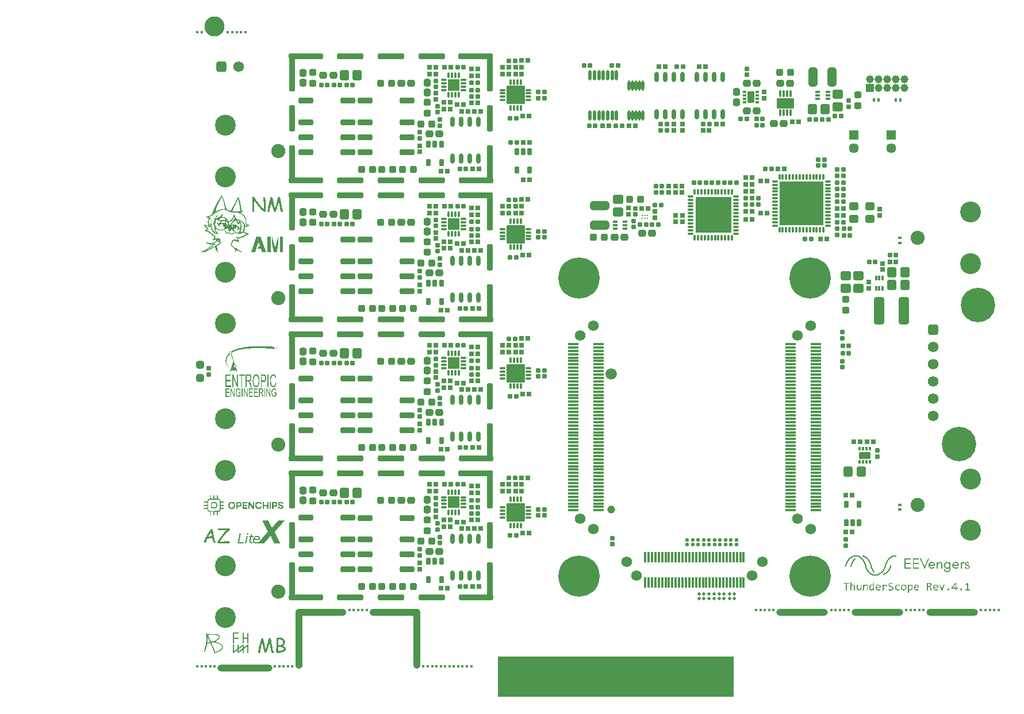
<source format=gts>
G04*
G04 #@! TF.GenerationSoftware,Altium Limited,Altium Designer,23.11.1 (41)*
G04*
G04 Layer_Color=8388736*
%FSAX25Y25*%
%MOIN*%
G70*
G04*
G04 #@! TF.SameCoordinates,9C2D02B0-F215-45F0-B5E0-11D66DCE4299*
G04*
G04*
G04 #@! TF.FilePolarity,Negative*
G04*
G01*
G75*
%ADD62C,0.01100*%
%ADD71R,1.37008X0.23524*%
G04:AMPARAMS|DCode=72|XSize=62.06mil|YSize=54.18mil|CornerRadius=14.3mil|HoleSize=0mil|Usage=FLASHONLY|Rotation=270.000|XOffset=0mil|YOffset=0mil|HoleType=Round|Shape=RoundedRectangle|*
%AMROUNDEDRECTD72*
21,1,0.06206,0.02559,0,0,270.0*
21,1,0.03347,0.05418,0,0,270.0*
1,1,0.02859,-0.01280,-0.01673*
1,1,0.02859,-0.01280,0.01673*
1,1,0.02859,0.01280,0.01673*
1,1,0.02859,0.01280,-0.01673*
%
%ADD72ROUNDEDRECTD72*%
G04:AMPARAMS|DCode=73|XSize=26.62mil|YSize=26.62mil|CornerRadius=7.41mil|HoleSize=0mil|Usage=FLASHONLY|Rotation=270.000|XOffset=0mil|YOffset=0mil|HoleType=Round|Shape=RoundedRectangle|*
%AMROUNDEDRECTD73*
21,1,0.02662,0.01181,0,0,270.0*
21,1,0.01181,0.02662,0,0,270.0*
1,1,0.01481,-0.00591,-0.00591*
1,1,0.01481,-0.00591,0.00591*
1,1,0.01481,0.00591,0.00591*
1,1,0.01481,0.00591,-0.00591*
%
%ADD73ROUNDEDRECTD73*%
G04:AMPARAMS|DCode=74|XSize=40.4mil|YSize=44.34mil|CornerRadius=10.85mil|HoleSize=0mil|Usage=FLASHONLY|Rotation=270.000|XOffset=0mil|YOffset=0mil|HoleType=Round|Shape=RoundedRectangle|*
%AMROUNDEDRECTD74*
21,1,0.04040,0.02264,0,0,270.0*
21,1,0.01870,0.04434,0,0,270.0*
1,1,0.02170,-0.01132,-0.00935*
1,1,0.02170,-0.01132,0.00935*
1,1,0.02170,0.01132,0.00935*
1,1,0.02170,0.01132,-0.00935*
%
%ADD74ROUNDEDRECTD74*%
G04:AMPARAMS|DCode=75|XSize=40.4mil|YSize=44.34mil|CornerRadius=10.85mil|HoleSize=0mil|Usage=FLASHONLY|Rotation=180.000|XOffset=0mil|YOffset=0mil|HoleType=Round|Shape=RoundedRectangle|*
%AMROUNDEDRECTD75*
21,1,0.04040,0.02264,0,0,180.0*
21,1,0.01870,0.04434,0,0,180.0*
1,1,0.02170,-0.00935,0.01132*
1,1,0.02170,0.00935,0.01132*
1,1,0.02170,0.00935,-0.01132*
1,1,0.02170,-0.00935,-0.01132*
%
%ADD75ROUNDEDRECTD75*%
G04:AMPARAMS|DCode=76|XSize=42.37mil|YSize=38.43mil|CornerRadius=10.36mil|HoleSize=0mil|Usage=FLASHONLY|Rotation=0.000|XOffset=0mil|YOffset=0mil|HoleType=Round|Shape=RoundedRectangle|*
%AMROUNDEDRECTD76*
21,1,0.04237,0.01772,0,0,0.0*
21,1,0.02165,0.03843,0,0,0.0*
1,1,0.02072,0.01083,-0.00886*
1,1,0.02072,-0.01083,-0.00886*
1,1,0.02072,-0.01083,0.00886*
1,1,0.02072,0.01083,0.00886*
%
%ADD76ROUNDEDRECTD76*%
G04:AMPARAMS|DCode=77|XSize=34.5mil|YSize=84.1mil|CornerRadius=9.37mil|HoleSize=0mil|Usage=FLASHONLY|Rotation=270.000|XOffset=0mil|YOffset=0mil|HoleType=Round|Shape=RoundedRectangle|*
%AMROUNDEDRECTD77*
21,1,0.03450,0.06535,0,0,270.0*
21,1,0.01575,0.08410,0,0,270.0*
1,1,0.01875,-0.03268,-0.00787*
1,1,0.01875,-0.03268,0.00787*
1,1,0.01875,0.03268,0.00787*
1,1,0.01875,0.03268,-0.00787*
%
%ADD77ROUNDEDRECTD77*%
G04:AMPARAMS|DCode=78|XSize=14.81mil|YSize=29.38mil|CornerRadius=4.45mil|HoleSize=0mil|Usage=FLASHONLY|Rotation=270.000|XOffset=0mil|YOffset=0mil|HoleType=Round|Shape=RoundedRectangle|*
%AMROUNDEDRECTD78*
21,1,0.01481,0.02047,0,0,270.0*
21,1,0.00591,0.02938,0,0,270.0*
1,1,0.00891,-0.01024,-0.00295*
1,1,0.00891,-0.01024,0.00295*
1,1,0.00891,0.01024,0.00295*
1,1,0.00891,0.01024,-0.00295*
%
%ADD78ROUNDEDRECTD78*%
G04:AMPARAMS|DCode=79|XSize=62.06mil|YSize=54.18mil|CornerRadius=14.3mil|HoleSize=0mil|Usage=FLASHONLY|Rotation=180.000|XOffset=0mil|YOffset=0mil|HoleType=Round|Shape=RoundedRectangle|*
%AMROUNDEDRECTD79*
21,1,0.06206,0.02559,0,0,180.0*
21,1,0.03347,0.05418,0,0,180.0*
1,1,0.02859,-0.01673,0.01280*
1,1,0.02859,0.01673,0.01280*
1,1,0.02859,0.01673,-0.01280*
1,1,0.02859,-0.01673,-0.01280*
%
%ADD79ROUNDEDRECTD79*%
G04:AMPARAMS|DCode=80|XSize=26.62mil|YSize=26.62mil|CornerRadius=7.41mil|HoleSize=0mil|Usage=FLASHONLY|Rotation=0.000|XOffset=0mil|YOffset=0mil|HoleType=Round|Shape=RoundedRectangle|*
%AMROUNDEDRECTD80*
21,1,0.02662,0.01181,0,0,0.0*
21,1,0.01181,0.02662,0,0,0.0*
1,1,0.01481,0.00591,-0.00591*
1,1,0.01481,-0.00591,-0.00591*
1,1,0.01481,-0.00591,0.00591*
1,1,0.01481,0.00591,0.00591*
%
%ADD80ROUNDEDRECTD80*%
G04:AMPARAMS|DCode=81|XSize=110.09mil|YSize=51.43mil|CornerRadius=13.61mil|HoleSize=0mil|Usage=FLASHONLY|Rotation=270.000|XOffset=0mil|YOffset=0mil|HoleType=Round|Shape=RoundedRectangle|*
%AMROUNDEDRECTD81*
21,1,0.11009,0.02421,0,0,270.0*
21,1,0.08287,0.05143,0,0,270.0*
1,1,0.02721,-0.01211,-0.04144*
1,1,0.02721,-0.01211,0.04144*
1,1,0.02721,0.01211,0.04144*
1,1,0.02721,0.01211,-0.04144*
%
%ADD81ROUNDEDRECTD81*%
G04:AMPARAMS|DCode=82|XSize=22.69mil|YSize=14.81mil|CornerRadius=4.45mil|HoleSize=0mil|Usage=FLASHONLY|Rotation=90.000|XOffset=0mil|YOffset=0mil|HoleType=Round|Shape=RoundedRectangle|*
%AMROUNDEDRECTD82*
21,1,0.02269,0.00591,0,0,90.0*
21,1,0.01378,0.01481,0,0,90.0*
1,1,0.00891,0.00295,0.00689*
1,1,0.00891,0.00295,-0.00689*
1,1,0.00891,-0.00295,-0.00689*
1,1,0.00891,-0.00295,0.00689*
%
%ADD82ROUNDEDRECTD82*%
G04:AMPARAMS|DCode=83|XSize=28.2mil|YSize=28.2mil|CornerRadius=7.8mil|HoleSize=0mil|Usage=FLASHONLY|Rotation=270.000|XOffset=0mil|YOffset=0mil|HoleType=Round|Shape=RoundedRectangle|*
%AMROUNDEDRECTD83*
21,1,0.02820,0.01260,0,0,270.0*
21,1,0.01260,0.02820,0,0,270.0*
1,1,0.01560,-0.00630,-0.00630*
1,1,0.01560,-0.00630,0.00630*
1,1,0.01560,0.00630,0.00630*
1,1,0.01560,0.00630,-0.00630*
%
%ADD83ROUNDEDRECTD83*%
%ADD84O,0.01087X0.03647*%
%ADD85O,0.03647X0.01087*%
G04:AMPARAMS|DCode=86|XSize=254.97mil|YSize=254.97mil|CornerRadius=7.8mil|HoleSize=0mil|Usage=FLASHONLY|Rotation=90.000|XOffset=0mil|YOffset=0mil|HoleType=Round|Shape=RoundedRectangle|*
%AMROUNDEDRECTD86*
21,1,0.25497,0.23937,0,0,90.0*
21,1,0.23937,0.25497,0,0,90.0*
1,1,0.01560,0.11969,0.11969*
1,1,0.01560,0.11969,-0.11969*
1,1,0.01560,-0.11969,-0.11969*
1,1,0.01560,-0.11969,0.11969*
%
%ADD86ROUNDEDRECTD86*%
G04:AMPARAMS|DCode=87|XSize=42.37mil|YSize=38.43mil|CornerRadius=10.36mil|HoleSize=0mil|Usage=FLASHONLY|Rotation=90.000|XOffset=0mil|YOffset=0mil|HoleType=Round|Shape=RoundedRectangle|*
%AMROUNDEDRECTD87*
21,1,0.04237,0.01772,0,0,90.0*
21,1,0.02165,0.03843,0,0,90.0*
1,1,0.02072,0.00886,0.01083*
1,1,0.02072,0.00886,-0.01083*
1,1,0.02072,-0.00886,-0.01083*
1,1,0.02072,-0.00886,0.01083*
%
%ADD87ROUNDEDRECTD87*%
%ADD88O,0.02662X0.06009*%
G04:AMPARAMS|DCode=89|XSize=28.2mil|YSize=28.2mil|CornerRadius=7.8mil|HoleSize=0mil|Usage=FLASHONLY|Rotation=180.000|XOffset=0mil|YOffset=0mil|HoleType=Round|Shape=RoundedRectangle|*
%AMROUNDEDRECTD89*
21,1,0.02820,0.01260,0,0,180.0*
21,1,0.01260,0.02820,0,0,180.0*
1,1,0.01560,-0.00630,0.00630*
1,1,0.01560,0.00630,0.00630*
1,1,0.01560,0.00630,-0.00630*
1,1,0.01560,-0.00630,-0.00630*
%
%ADD89ROUNDEDRECTD89*%
%ADD90O,0.01678X0.05812*%
G04:AMPARAMS|DCode=91|XSize=99.06mil|YSize=61.66mil|CornerRadius=4.43mil|HoleSize=0mil|Usage=FLASHONLY|Rotation=180.000|XOffset=0mil|YOffset=0mil|HoleType=Round|Shape=RoundedRectangle|*
%AMROUNDEDRECTD91*
21,1,0.09906,0.05280,0,0,180.0*
21,1,0.09020,0.06166,0,0,180.0*
1,1,0.00887,-0.04510,0.02640*
1,1,0.00887,0.04510,0.02640*
1,1,0.00887,0.04510,-0.02640*
1,1,0.00887,-0.04510,-0.02640*
%
%ADD91ROUNDEDRECTD91*%
G04:AMPARAMS|DCode=92|XSize=12.84mil|YSize=38.43mil|CornerRadius=3.96mil|HoleSize=0mil|Usage=FLASHONLY|Rotation=180.000|XOffset=0mil|YOffset=0mil|HoleType=Round|Shape=RoundedRectangle|*
%AMROUNDEDRECTD92*
21,1,0.01284,0.03051,0,0,180.0*
21,1,0.00492,0.03843,0,0,180.0*
1,1,0.00792,-0.00246,0.01526*
1,1,0.00792,0.00246,0.01526*
1,1,0.00792,0.00246,-0.01526*
1,1,0.00792,-0.00246,-0.01526*
%
%ADD92ROUNDEDRECTD92*%
%ADD93O,0.01284X0.03450*%
%ADD94O,0.03450X0.01284*%
G04:AMPARAMS|DCode=95|XSize=69.14mil|YSize=69.14mil|CornerRadius=4.81mil|HoleSize=0mil|Usage=FLASHONLY|Rotation=0.000|XOffset=0mil|YOffset=0mil|HoleType=Round|Shape=RoundedRectangle|*
%AMROUNDEDRECTD95*
21,1,0.06914,0.05953,0,0,0.0*
21,1,0.05953,0.06914,0,0,0.0*
1,1,0.00961,0.02976,-0.02976*
1,1,0.00961,-0.02976,-0.02976*
1,1,0.00961,-0.02976,0.02976*
1,1,0.00961,0.02976,0.02976*
%
%ADD95ROUNDEDRECTD95*%
G04:AMPARAMS|DCode=96|XSize=26.62mil|YSize=42.37mil|CornerRadius=7.41mil|HoleSize=0mil|Usage=FLASHONLY|Rotation=0.000|XOffset=0mil|YOffset=0mil|HoleType=Round|Shape=RoundedRectangle|*
%AMROUNDEDRECTD96*
21,1,0.02662,0.02756,0,0,0.0*
21,1,0.01181,0.04237,0,0,0.0*
1,1,0.01481,0.00591,-0.01378*
1,1,0.01481,-0.00591,-0.01378*
1,1,0.01481,-0.00591,0.01378*
1,1,0.01481,0.00591,0.01378*
%
%ADD96ROUNDEDRECTD96*%
G04:AMPARAMS|DCode=97|XSize=14.81mil|YSize=29.38mil|CornerRadius=4.45mil|HoleSize=0mil|Usage=FLASHONLY|Rotation=180.000|XOffset=0mil|YOffset=0mil|HoleType=Round|Shape=RoundedRectangle|*
%AMROUNDEDRECTD97*
21,1,0.01481,0.02047,0,0,180.0*
21,1,0.00591,0.02938,0,0,180.0*
1,1,0.00891,-0.00295,0.01024*
1,1,0.00891,0.00295,0.01024*
1,1,0.00891,0.00295,-0.01024*
1,1,0.00891,-0.00295,-0.01024*
%
%ADD97ROUNDEDRECTD97*%
G04:AMPARAMS|DCode=98|XSize=160.48mil|YSize=62.06mil|CornerRadius=16.26mil|HoleSize=0mil|Usage=FLASHONLY|Rotation=90.000|XOffset=0mil|YOffset=0mil|HoleType=Round|Shape=RoundedRectangle|*
%AMROUNDEDRECTD98*
21,1,0.16048,0.02953,0,0,90.0*
21,1,0.12795,0.06206,0,0,90.0*
1,1,0.03253,0.01476,0.06398*
1,1,0.03253,0.01476,-0.06398*
1,1,0.03253,-0.01476,-0.06398*
1,1,0.03253,-0.01476,0.06398*
%
%ADD98ROUNDEDRECTD98*%
G04:AMPARAMS|DCode=99|XSize=54.18mil|YSize=46.31mil|CornerRadius=12.33mil|HoleSize=0mil|Usage=FLASHONLY|Rotation=180.000|XOffset=0mil|YOffset=0mil|HoleType=Round|Shape=RoundedRectangle|*
%AMROUNDEDRECTD99*
21,1,0.05418,0.02165,0,0,180.0*
21,1,0.02953,0.04631,0,0,180.0*
1,1,0.02465,-0.01476,0.01083*
1,1,0.02465,0.01476,0.01083*
1,1,0.02465,0.01476,-0.01083*
1,1,0.02465,-0.01476,-0.01083*
%
%ADD99ROUNDEDRECTD99*%
%ADD100O,0.02072X0.05812*%
G04:AMPARAMS|DCode=101|XSize=12.84mil|YSize=22.69mil|CornerRadius=3.96mil|HoleSize=0mil|Usage=FLASHONLY|Rotation=180.000|XOffset=0mil|YOffset=0mil|HoleType=Round|Shape=RoundedRectangle|*
%AMROUNDEDRECTD101*
21,1,0.01284,0.01476,0,0,180.0*
21,1,0.00492,0.02269,0,0,180.0*
1,1,0.00792,-0.00246,0.00738*
1,1,0.00792,0.00246,0.00738*
1,1,0.00792,0.00246,-0.00738*
1,1,0.00792,-0.00246,-0.00738*
%
%ADD101ROUNDEDRECTD101*%
G04:AMPARAMS|DCode=102|XSize=65.99mil|YSize=38.43mil|CornerRadius=3.27mil|HoleSize=0mil|Usage=FLASHONLY|Rotation=180.000|XOffset=0mil|YOffset=0mil|HoleType=Round|Shape=RoundedRectangle|*
%AMROUNDEDRECTD102*
21,1,0.06599,0.03189,0,0,180.0*
21,1,0.05945,0.03843,0,0,180.0*
1,1,0.00654,-0.02972,0.01595*
1,1,0.00654,0.02972,0.01595*
1,1,0.00654,0.02972,-0.01595*
1,1,0.00654,-0.02972,-0.01595*
%
%ADD102ROUNDEDRECTD102*%
%ADD103O,0.01284X0.03647*%
G04:AMPARAMS|DCode=104|XSize=22.69mil|YSize=14.81mil|CornerRadius=4.45mil|HoleSize=0mil|Usage=FLASHONLY|Rotation=0.000|XOffset=0mil|YOffset=0mil|HoleType=Round|Shape=RoundedRectangle|*
%AMROUNDEDRECTD104*
21,1,0.02269,0.00591,0,0,0.0*
21,1,0.01378,0.01481,0,0,0.0*
1,1,0.00891,0.00689,-0.00295*
1,1,0.00891,-0.00689,-0.00295*
1,1,0.00891,-0.00689,0.00295*
1,1,0.00891,0.00689,0.00295*
%
%ADD104ROUNDEDRECTD104*%
G04:AMPARAMS|DCode=105|XSize=65.99mil|YSize=38.43mil|CornerRadius=3.27mil|HoleSize=0mil|Usage=FLASHONLY|Rotation=90.000|XOffset=0mil|YOffset=0mil|HoleType=Round|Shape=RoundedRectangle|*
%AMROUNDEDRECTD105*
21,1,0.06599,0.03189,0,0,90.0*
21,1,0.05945,0.03843,0,0,90.0*
1,1,0.00654,0.01595,0.02972*
1,1,0.00654,0.01595,-0.02972*
1,1,0.00654,-0.01595,-0.02972*
1,1,0.00654,-0.01595,0.02972*
%
%ADD105ROUNDEDRECTD105*%
G04:AMPARAMS|DCode=106|XSize=12.84mil|YSize=22.69mil|CornerRadius=3.96mil|HoleSize=0mil|Usage=FLASHONLY|Rotation=90.000|XOffset=0mil|YOffset=0mil|HoleType=Round|Shape=RoundedRectangle|*
%AMROUNDEDRECTD106*
21,1,0.01284,0.01476,0,0,90.0*
21,1,0.00492,0.02269,0,0,90.0*
1,1,0.00792,0.00738,0.00246*
1,1,0.00792,0.00738,-0.00246*
1,1,0.00792,-0.00738,-0.00246*
1,1,0.00792,-0.00738,0.00246*
%
%ADD106ROUNDEDRECTD106*%
G04:AMPARAMS|DCode=107|XSize=34.5mil|YSize=152.61mil|CornerRadius=9.37mil|HoleSize=0mil|Usage=FLASHONLY|Rotation=180.000|XOffset=0mil|YOffset=0mil|HoleType=Round|Shape=RoundedRectangle|*
%AMROUNDEDRECTD107*
21,1,0.03450,0.13386,0,0,180.0*
21,1,0.01575,0.15261,0,0,180.0*
1,1,0.01875,-0.00787,0.06693*
1,1,0.01875,0.00787,0.06693*
1,1,0.01875,0.00787,-0.06693*
1,1,0.01875,-0.00787,-0.06693*
%
%ADD107ROUNDEDRECTD107*%
G04:AMPARAMS|DCode=108|XSize=34.5mil|YSize=152.61mil|CornerRadius=9.37mil|HoleSize=0mil|Usage=FLASHONLY|Rotation=270.000|XOffset=0mil|YOffset=0mil|HoleType=Round|Shape=RoundedRectangle|*
%AMROUNDEDRECTD108*
21,1,0.03450,0.13386,0,0,270.0*
21,1,0.01575,0.15261,0,0,270.0*
1,1,0.01875,-0.06693,-0.00787*
1,1,0.01875,-0.06693,0.00787*
1,1,0.01875,0.06693,0.00787*
1,1,0.01875,0.06693,-0.00787*
%
%ADD108ROUNDEDRECTD108*%
G04:AMPARAMS|DCode=109|XSize=34.5mil|YSize=221.5mil|CornerRadius=9.37mil|HoleSize=0mil|Usage=FLASHONLY|Rotation=180.000|XOffset=0mil|YOffset=0mil|HoleType=Round|Shape=RoundedRectangle|*
%AMROUNDEDRECTD109*
21,1,0.03450,0.20276,0,0,180.0*
21,1,0.01575,0.22150,0,0,180.0*
1,1,0.01875,-0.00787,0.10138*
1,1,0.01875,0.00787,0.10138*
1,1,0.01875,0.00787,-0.10138*
1,1,0.01875,-0.00787,-0.10138*
%
%ADD109ROUNDEDRECTD109*%
G04:AMPARAMS|DCode=110|XSize=34.5mil|YSize=199.06mil|CornerRadius=9.37mil|HoleSize=0mil|Usage=FLASHONLY|Rotation=270.000|XOffset=0mil|YOffset=0mil|HoleType=Round|Shape=RoundedRectangle|*
%AMROUNDEDRECTD110*
21,1,0.03450,0.18032,0,0,270.0*
21,1,0.01575,0.19906,0,0,270.0*
1,1,0.01875,-0.09016,-0.00787*
1,1,0.01875,-0.09016,0.00787*
1,1,0.01875,0.09016,0.00787*
1,1,0.01875,0.09016,-0.00787*
%
%ADD110ROUNDEDRECTD110*%
G04:AMPARAMS|DCode=111|XSize=105.36mil|YSize=105.36mil|CornerRadius=4.06mil|HoleSize=0mil|Usage=FLASHONLY|Rotation=270.000|XOffset=0mil|YOffset=0mil|HoleType=Round|Shape=RoundedRectangle|*
%AMROUNDEDRECTD111*
21,1,0.10536,0.09724,0,0,270.0*
21,1,0.09724,0.10536,0,0,270.0*
1,1,0.00812,-0.04862,-0.04862*
1,1,0.00812,-0.04862,0.04862*
1,1,0.00812,0.04862,0.04862*
1,1,0.00812,0.04862,-0.04862*
%
%ADD111ROUNDEDRECTD111*%
%ADD112O,0.03647X0.01284*%
%ADD113R,0.21087X0.21087*%
%ADD114O,0.01284X0.03843*%
%ADD115O,0.03843X0.01284*%
G04:AMPARAMS|DCode=116|XSize=16.78mil|YSize=18.75mil|CornerRadius=4.95mil|HoleSize=0mil|Usage=FLASHONLY|Rotation=0.000|XOffset=0mil|YOffset=0mil|HoleType=Round|Shape=RoundedRectangle|*
%AMROUNDEDRECTD116*
21,1,0.01678,0.00886,0,0,0.0*
21,1,0.00689,0.01875,0,0,0.0*
1,1,0.00989,0.00345,-0.00443*
1,1,0.00989,-0.00345,-0.00443*
1,1,0.00989,-0.00345,0.00443*
1,1,0.00989,0.00345,0.00443*
%
%ADD116ROUNDEDRECTD116*%
%ADD117R,0.03056X0.16835*%
%ADD118R,0.03056X0.12898*%
G04:AMPARAMS|DCode=119|XSize=110.09mil|YSize=51.43mil|CornerRadius=13.61mil|HoleSize=0mil|Usage=FLASHONLY|Rotation=180.000|XOffset=0mil|YOffset=0mil|HoleType=Round|Shape=RoundedRectangle|*
%AMROUNDEDRECTD119*
21,1,0.11009,0.02421,0,0,180.0*
21,1,0.08287,0.05143,0,0,180.0*
1,1,0.02721,-0.04144,0.01211*
1,1,0.02721,0.04144,0.01211*
1,1,0.02721,0.04144,-0.01211*
1,1,0.02721,-0.04144,-0.01211*
%
%ADD119ROUNDEDRECTD119*%
G04:AMPARAMS|DCode=120|XSize=14.81mil|YSize=62.06mil|CornerRadius=4.45mil|HoleSize=0mil|Usage=FLASHONLY|Rotation=0.000|XOffset=0mil|YOffset=0mil|HoleType=Round|Shape=RoundedRectangle|*
%AMROUNDEDRECTD120*
21,1,0.01481,0.05315,0,0,0.0*
21,1,0.00591,0.06206,0,0,0.0*
1,1,0.00891,0.00295,-0.02657*
1,1,0.00891,-0.00295,-0.02657*
1,1,0.00891,-0.00295,0.02657*
1,1,0.00891,0.00295,0.02657*
%
%ADD120ROUNDEDRECTD120*%
G04:AMPARAMS|DCode=121|XSize=14.81mil|YSize=62.06mil|CornerRadius=4.45mil|HoleSize=0mil|Usage=FLASHONLY|Rotation=270.000|XOffset=0mil|YOffset=0mil|HoleType=Round|Shape=RoundedRectangle|*
%AMROUNDEDRECTD121*
21,1,0.01481,0.05315,0,0,270.0*
21,1,0.00591,0.06206,0,0,270.0*
1,1,0.00891,-0.02657,-0.00295*
1,1,0.00891,-0.02657,0.00295*
1,1,0.00891,0.02657,0.00295*
1,1,0.00891,0.02657,-0.00295*
%
%ADD121ROUNDEDRECTD121*%
G04:AMPARAMS|DCode=122|XSize=46.31mil|YSize=46.31mil|CornerRadius=12.33mil|HoleSize=0mil|Usage=FLASHONLY|Rotation=90.000|XOffset=0mil|YOffset=0mil|HoleType=Round|Shape=RoundedRectangle|*
%AMROUNDEDRECTD122*
21,1,0.04631,0.02165,0,0,90.0*
21,1,0.02165,0.04631,0,0,90.0*
1,1,0.02465,0.01083,0.01083*
1,1,0.02465,0.01083,-0.01083*
1,1,0.02465,-0.01083,-0.01083*
1,1,0.02465,-0.01083,0.01083*
%
%ADD122ROUNDEDRECTD122*%
G04:AMPARAMS|DCode=123|XSize=19.54mil|YSize=21.11mil|CornerRadius=5.63mil|HoleSize=0mil|Usage=FLASHONLY|Rotation=0.000|XOffset=0mil|YOffset=0mil|HoleType=Round|Shape=RoundedRectangle|*
%AMROUNDEDRECTD123*
21,1,0.01954,0.00984,0,0,0.0*
21,1,0.00827,0.02111,0,0,0.0*
1,1,0.01127,0.00413,-0.00492*
1,1,0.01127,-0.00413,-0.00492*
1,1,0.01127,-0.00413,0.00492*
1,1,0.01127,0.00413,0.00492*
%
%ADD123ROUNDEDRECTD123*%
%ADD124C,0.04591*%
%ADD125R,0.04591X0.04591*%
%ADD126R,0.05686X0.05686*%
%ADD127C,0.05686*%
%ADD128C,0.01496*%
%ADD129O,0.29828X0.04237*%
%ADD130O,0.29434X0.04237*%
%ADD131O,0.04237X0.34749*%
%ADD132C,0.08174*%
G04:AMPARAMS|DCode=133|XSize=62.06mil|YSize=62.06mil|CornerRadius=16.26mil|HoleSize=0mil|Usage=FLASHONLY|Rotation=270.000|XOffset=0mil|YOffset=0mil|HoleType=Round|Shape=RoundedRectangle|*
%AMROUNDEDRECTD133*
21,1,0.06206,0.02953,0,0,270.0*
21,1,0.02953,0.06206,0,0,270.0*
1,1,0.03253,-0.01476,-0.01476*
1,1,0.03253,-0.01476,0.01476*
1,1,0.03253,0.01476,0.01476*
1,1,0.03253,0.01476,-0.01476*
%
%ADD133ROUNDEDRECTD133*%
%ADD134C,0.06206*%
%ADD135C,0.23922*%
%ADD136C,0.04600*%
%ADD137C,0.06600*%
%ADD138C,0.12111*%
G04:AMPARAMS|DCode=139|XSize=62.06mil|YSize=62.06mil|CornerRadius=16.26mil|HoleSize=0mil|Usage=FLASHONLY|Rotation=0.000|XOffset=0mil|YOffset=0mil|HoleType=Round|Shape=RoundedRectangle|*
%AMROUNDEDRECTD139*
21,1,0.06206,0.02953,0,0,0.0*
21,1,0.02953,0.06206,0,0,0.0*
1,1,0.03253,0.01476,-0.01476*
1,1,0.03253,-0.01476,-0.01476*
1,1,0.03253,-0.01476,0.01476*
1,1,0.03253,0.01476,0.01476*
%
%ADD139ROUNDEDRECTD139*%
%ADD140O,0.31796X0.04237*%
%ADD141C,0.19985*%
%ADD142C,0.11639*%
G36*
X-0098222Y0281257D02*
X-0098221Y0281245D01*
X-0098226Y0281242D01*
X-0098227Y0281254D01*
X-0098223Y0281258D01*
X-0098222Y0281257D01*
D02*
G37*
G36*
X-0098206Y0281223D02*
X-0098208Y0281203D01*
X-0098213Y0281206D01*
X-0098217Y0281210D01*
Y0281215D01*
Y0281218D01*
X-0098214Y0281228D01*
X-0098213Y0281229D01*
X-0098206Y0281223D01*
D02*
G37*
G36*
X0016385Y0297860D02*
X0016394Y0297846D01*
X0016398Y0297842D01*
X0016429Y0297777D01*
X0016436Y0297757D01*
X0016447Y0297728D01*
X0016449Y0297718D01*
X0016452Y0297706D01*
X0016456Y0297692D01*
X0016458Y0297684D01*
X0016461Y0297670D01*
X0016463Y0297662D01*
X0016466Y0297650D01*
X0016471Y0297634D01*
X0016477Y0297613D01*
X0016481Y0297596D01*
X0016487Y0297575D01*
X0016495Y0297556D01*
X0016498Y0297546D01*
X0016503Y0297533D01*
X0016507Y0297522D01*
X0016517Y0297500D01*
X0016522Y0297489D01*
X0016536Y0297460D01*
X0016546Y0297437D01*
X0016551Y0297427D01*
X0016560Y0297411D01*
X0016562Y0297403D01*
X0016581Y0297363D01*
X0016593Y0297336D01*
X0016598Y0297326D01*
X0016608Y0297303D01*
X0016612Y0297293D01*
X0016614Y0297289D01*
X0016620Y0297274D01*
X0016637Y0297237D01*
X0016642Y0297223D01*
X0016664Y0297172D01*
X0016668Y0297162D01*
X0016677Y0297143D01*
X0016681Y0297133D01*
X0016689Y0297114D01*
X0016691Y0297106D01*
X0016699Y0297087D01*
X0016710Y0297064D01*
X0016715Y0297051D01*
X0016720Y0297039D01*
X0016728Y0297018D01*
X0016737Y0297000D01*
X0016743Y0296983D01*
X0016747Y0296973D01*
X0016755Y0296954D01*
X0016761Y0296940D01*
X0016773Y0296909D01*
X0016779Y0296893D01*
X0016787Y0296875D01*
X0016797Y0296848D01*
X0016805Y0296829D01*
X0016813Y0296809D01*
X0016823Y0296782D01*
X0016828Y0296771D01*
X0016839Y0296744D01*
X0016845Y0296729D01*
X0016852Y0296710D01*
X0016857Y0296698D01*
X0016865Y0296678D01*
X0016877Y0296647D01*
X0016883Y0296631D01*
X0016894Y0296604D01*
X0016900Y0296587D01*
X0016904Y0296577D01*
X0016917Y0296543D01*
X0016925Y0296523D01*
X0016931Y0296506D01*
X0016941Y0296479D01*
X0016948Y0296462D01*
X0016952Y0296452D01*
X0016957Y0296438D01*
X0016964Y0296419D01*
X0016970Y0296405D01*
X0016978Y0296384D01*
X0016985Y0296365D01*
X0016990Y0296351D01*
X0016999Y0296330D01*
X0017001Y0296322D01*
X0017007Y0296307D01*
X0017017Y0296280D01*
X0017025Y0296261D01*
X0017031Y0296244D01*
X0017038Y0296226D01*
X0017054Y0296184D01*
X0017057Y0296174D01*
X0017062Y0296161D01*
X0017069Y0296143D01*
X0017071Y0296135D01*
X0017078Y0296120D01*
X0017083Y0296107D01*
X0017086Y0296097D01*
X0017096Y0296070D01*
X0017100Y0296060D01*
X0017103Y0296052D01*
X0017109Y0296037D01*
X0017111Y0296029D01*
X0017117Y0296014D01*
X0017122Y0296001D01*
X0017129Y0295984D01*
X0017133Y0295974D01*
X0017143Y0295945D01*
X0017147Y0295934D01*
X0017149Y0295926D01*
X0017157Y0295908D01*
X0017172Y0295866D01*
X0017175Y0295856D01*
X0017183Y0295836D01*
X0017188Y0295823D01*
X0017190Y0295815D01*
X0017196Y0295800D01*
X0017200Y0295790D01*
X0017210Y0295764D01*
X0017214Y0295753D01*
X0017216Y0295745D01*
X0017224Y0295724D01*
X0017233Y0295701D01*
X0017243Y0295672D01*
X0017248Y0295659D01*
X0017255Y0295639D01*
X0017266Y0295610D01*
X0017282Y0295564D01*
X0017293Y0295535D01*
X0017301Y0295512D01*
X0017312Y0295483D01*
X0017315Y0295474D01*
X0017332Y0295425D01*
X0017337Y0295411D01*
X0017341Y0295400D01*
X0017348Y0295382D01*
X0017357Y0295356D01*
X0017372Y0295315D01*
X0017375Y0295305D01*
X0017393Y0295257D01*
X0017397Y0295246D01*
X0017400Y0295235D01*
X0017404Y0295224D01*
X0017406Y0295216D01*
X0017413Y0295196D01*
X0017419Y0295183D01*
X0017421Y0295175D01*
X0017427Y0295160D01*
X0017429Y0295152D01*
X0017435Y0295137D01*
X0017453Y0295086D01*
X0017456Y0295077D01*
X0017463Y0295057D01*
X0017465Y0295049D01*
X0017474Y0295026D01*
X0017479Y0295012D01*
X0017481Y0295004D01*
X0017485Y0294994D01*
X0017492Y0294974D01*
X0017498Y0294956D01*
X0017502Y0294946D01*
X0017509Y0294926D01*
X0017526Y0294878D01*
X0017528Y0294870D01*
X0017532Y0294860D01*
X0017535Y0294850D01*
X0017553Y0294799D01*
X0017558Y0294786D01*
X0017561Y0294774D01*
X0017564Y0294765D01*
X0017578Y0294726D01*
X0017583Y0294713D01*
X0017587Y0294698D01*
X0017592Y0294685D01*
X0017599Y0294661D01*
X0017606Y0294646D01*
X0017616Y0294613D01*
X0017621Y0294600D01*
X0017634Y0294564D01*
X0017687Y0294403D01*
X0017691Y0294393D01*
X0017704Y0294354D01*
X0017715Y0294325D01*
X0017717Y0294317D01*
X0017733Y0294269D01*
X0017736Y0294261D01*
X0017754Y0294207D01*
X0017756Y0294198D01*
X0017766Y0294168D01*
X0017773Y0294149D01*
X0017776Y0294137D01*
X0017868Y0293861D01*
X0017876Y0293834D01*
X0017880Y0293823D01*
X0017886Y0293802D01*
X0017891Y0293789D01*
X0017897Y0293771D01*
X0017899Y0293763D01*
X0017903Y0293753D01*
X0017905Y0293744D01*
X0017912Y0293724D01*
X0017915Y0293713D01*
X0017918Y0293705D01*
X0017923Y0293691D01*
X0017925Y0293683D01*
X0017933Y0293660D01*
X0017935Y0293652D01*
X0017944Y0293622D01*
X0017962Y0293571D01*
X0017964Y0293562D01*
X0017967Y0293551D01*
X0017986Y0293493D01*
X0017988Y0293484D01*
X0017992Y0293474D01*
X0017994Y0293466D01*
X0017999Y0293455D01*
X0018007Y0293426D01*
X0018012Y0293413D01*
X0018015Y0293401D01*
X0018017Y0293393D01*
X0018022Y0293379D01*
X0018025Y0293371D01*
X0018033Y0293348D01*
X0018037Y0293332D01*
X0018057Y0293268D01*
X0018059Y0293260D01*
X0018063Y0293250D01*
X0018067Y0293233D01*
X0018072Y0293219D01*
X0018074Y0293211D01*
X0018080Y0293193D01*
X0018088Y0293166D01*
X0018098Y0293133D01*
X0018107Y0293106D01*
X0018109Y0293098D01*
X0018113Y0293087D01*
X0018115Y0293079D01*
X0018119Y0293069D01*
X0018125Y0293046D01*
X0018131Y0293032D01*
X0018134Y0293021D01*
X0018136Y0293012D01*
X0018141Y0292999D01*
X0018144Y0292988D01*
X0018146Y0292979D01*
X0018154Y0292959D01*
X0018156Y0292949D01*
X0018165Y0292919D01*
X0018168Y0292908D01*
X0018173Y0292894D01*
X0018176Y0292881D01*
X0018180Y0292870D01*
X0018185Y0292853D01*
X0018188Y0292842D01*
X0018198Y0292809D01*
X0018204Y0292788D01*
X0018206Y0292780D01*
X0018211Y0292769D01*
X0018215Y0292753D01*
X0018219Y0292738D01*
X0018223Y0292728D01*
X0018226Y0292716D01*
X0018228Y0292708D01*
X0018234Y0292690D01*
X0018238Y0292676D01*
X0018244Y0292655D01*
X0018246Y0292647D01*
X0018254Y0292620D01*
X0018256Y0292611D01*
X0018264Y0292592D01*
X0018266Y0292581D01*
X0018270Y0292565D01*
X0018275Y0292551D01*
X0018279Y0292534D01*
X0018283Y0292524D01*
X0018286Y0292508D01*
X0018292Y0292491D01*
X0018296Y0292476D01*
X0018302Y0292455D01*
X0018304Y0292447D01*
X0018313Y0292420D01*
X0018325Y0292376D01*
X0018333Y0292349D01*
X0018337Y0292333D01*
X0018343Y0292319D01*
X0018345Y0292309D01*
X0018347Y0292301D01*
X0018352Y0292283D01*
X0018356Y0292266D01*
X0018362Y0292245D01*
X0018367Y0292231D01*
X0018370Y0292219D01*
X0018375Y0292202D01*
X0018378Y0292190D01*
X0018383Y0292173D01*
X0018386Y0292159D01*
X0018392Y0292142D01*
X0018394Y0292133D01*
X0018398Y0292119D01*
X0018404Y0292098D01*
X0018410Y0292073D01*
X0018414Y0292058D01*
X0018416Y0292050D01*
X0018423Y0292029D01*
X0018427Y0292013D01*
X0018433Y0291992D01*
X0018435Y0291984D01*
X0018441Y0291963D01*
X0018446Y0291946D01*
X0018450Y0291932D01*
X0018452Y0291923D01*
X0018460Y0291894D01*
X0018466Y0291869D01*
X0018473Y0291848D01*
X0018476Y0291835D01*
X0018478Y0291827D01*
X0018483Y0291813D01*
X0018486Y0291795D01*
X0018493Y0291772D01*
X0018496Y0291758D01*
X0018498Y0291750D01*
X0018502Y0291738D01*
X0018506Y0291724D01*
X0018510Y0291707D01*
X0018516Y0291686D01*
X0018519Y0291675D01*
X0018526Y0291650D01*
X0018528Y0291639D01*
X0018533Y0291626D01*
X0018536Y0291610D01*
X0018540Y0291594D01*
X0018545Y0291576D01*
X0018562Y0291510D01*
X0018566Y0291495D01*
X0018568Y0291487D01*
X0018572Y0291472D01*
X0018575Y0291459D01*
X0018579Y0291447D01*
X0018581Y0291439D01*
X0018585Y0291424D01*
X0018588Y0291413D01*
X0018609Y0291330D01*
X0018612Y0291320D01*
X0018614Y0291312D01*
X0018617Y0291297D01*
X0018620Y0291287D01*
X0018626Y0291262D01*
X0018630Y0291251D01*
X0018634Y0291234D01*
X0018636Y0291224D01*
X0018638Y0291215D01*
X0018641Y0291204D01*
X0018645Y0291187D01*
X0018648Y0291176D01*
X0018652Y0291159D01*
X0018654Y0291149D01*
X0018656Y0291141D01*
X0018660Y0291129D01*
X0018664Y0291112D01*
X0018667Y0291099D01*
X0018670Y0291088D01*
X0018674Y0291071D01*
X0018677Y0291057D01*
X0018680Y0291046D01*
X0018685Y0291029D01*
X0018688Y0291016D01*
X0018691Y0291004D01*
X0018697Y0290979D01*
X0018700Y0290968D01*
X0018704Y0290951D01*
X0018706Y0290939D01*
X0018709Y0290931D01*
X0018712Y0290921D01*
X0018714Y0290913D01*
X0018717Y0290897D01*
X0018733Y0290831D01*
X0018735Y0290820D01*
X0018739Y0290809D01*
X0018747Y0290776D01*
X0018749Y0290763D01*
X0018751Y0290757D01*
X0018753Y0290749D01*
X0018756Y0290735D01*
X0018758Y0290727D01*
X0018762Y0290715D01*
X0018767Y0290691D01*
X0018775Y0290658D01*
X0018779Y0290637D01*
X0018782Y0290626D01*
X0018788Y0290604D01*
X0018792Y0290588D01*
X0018794Y0290577D01*
X0018796Y0290569D01*
X0018798Y0290559D01*
X0018801Y0290547D01*
X0018803Y0290539D01*
X0018808Y0290515D01*
X0018811Y0290503D01*
X0018814Y0290490D01*
X0018817Y0290477D01*
X0018819Y0290469D01*
X0018822Y0290458D01*
X0018824Y0290449D01*
X0018827Y0290436D01*
X0018829Y0290427D01*
X0018831Y0290417D01*
X0018833Y0290409D01*
X0018835Y0290398D01*
X0018837Y0290390D01*
X0018841Y0290379D01*
X0018844Y0290363D01*
X0018848Y0290346D01*
X0018851Y0290335D01*
X0018853Y0290320D01*
X0018857Y0290304D01*
X0018861Y0290289D01*
X0018863Y0290281D01*
X0018868Y0290257D01*
X0018871Y0290249D01*
X0018873Y0290238D01*
X0018875Y0290230D01*
X0018877Y0290220D01*
X0018879Y0290211D01*
X0018882Y0290200D01*
X0018884Y0290183D01*
X0018886Y0290177D01*
X0018890Y0290162D01*
X0018892Y0290154D01*
X0018896Y0290139D01*
X0018898Y0290130D01*
X0018901Y0290119D01*
X0018904Y0290101D01*
X0018906Y0290093D01*
X0018908Y0290082D01*
X0018911Y0290071D01*
X0018918Y0290039D01*
X0018927Y0289997D01*
X0018935Y0289964D01*
X0018946Y0289935D01*
X0018954Y0289914D01*
X0018969Y0289888D01*
X0018973Y0289884D01*
X0018976Y0289880D01*
X0018995Y0289860D01*
X0019000Y0289858D01*
X0019005Y0289855D01*
X0019006Y0289852D01*
X0019020Y0289843D01*
X0019051Y0289829D01*
X0019079Y0289818D01*
X0019090Y0289815D01*
X0019104Y0289810D01*
X0019112Y0289808D01*
X0019145Y0289798D01*
X0019153Y0289796D01*
X0019167Y0289790D01*
X0019175Y0289788D01*
X0019199Y0289781D01*
X0019239Y0289769D01*
X0019249Y0289764D01*
X0019272Y0289758D01*
X0019286Y0289752D01*
X0019295Y0289750D01*
X0019308Y0289745D01*
X0019375Y0289722D01*
X0019404Y0289711D01*
X0019427Y0289703D01*
X0019438Y0289700D01*
X0019459Y0289692D01*
X0019479Y0289684D01*
X0019512Y0289672D01*
X0019521Y0289669D01*
X0019548Y0289658D01*
X0019557Y0289656D01*
X0019586Y0289644D01*
X0019605Y0289636D01*
X0019613Y0289633D01*
X0019623Y0289629D01*
X0019632Y0289627D01*
X0019650Y0289619D01*
X0019677Y0289609D01*
X0019696Y0289600D01*
X0019709Y0289595D01*
X0019726Y0289589D01*
X0019736Y0289585D01*
X0019748Y0289579D01*
X0019775Y0289569D01*
X0019798Y0289559D01*
X0019811Y0289553D01*
X0019829Y0289546D01*
X0019858Y0289534D01*
X0019869Y0289529D01*
X0019891Y0289519D01*
X0019902Y0289515D01*
X0019916Y0289509D01*
X0019939Y0289498D01*
X0019977Y0289482D01*
X0019999Y0289471D01*
X0020013Y0289466D01*
X0020051Y0289448D01*
X0020097Y0289428D01*
X0020101Y0289425D01*
X0020137Y0289409D01*
X0020182Y0289388D01*
X0020261Y0289351D01*
X0020347Y0289309D01*
X0020698Y0289132D01*
X0020771Y0289095D01*
X0020810Y0289074D01*
X0020927Y0289014D01*
X0020999Y0288977D01*
X0021060Y0288945D01*
X0021107Y0288923D01*
X0021128Y0288914D01*
X0021143Y0288910D01*
X0021151Y0288908D01*
X0021184Y0288906D01*
X0021198Y0288909D01*
X0021208Y0288911D01*
X0021238Y0288929D01*
X0021258Y0288948D01*
X0021260Y0288953D01*
X0021269Y0288961D01*
X0021271Y0288965D01*
X0021289Y0288992D01*
X0021291Y0288996D01*
X0021300Y0289009D01*
X0021302Y0289013D01*
X0021306Y0289017D01*
X0021318Y0289040D01*
X0021333Y0289063D01*
X0021343Y0289082D01*
X0021358Y0289104D01*
X0021360Y0289108D01*
X0021370Y0289125D01*
X0021373Y0289129D01*
X0021381Y0289144D01*
X0021389Y0289156D01*
X0021397Y0289171D01*
X0021408Y0289188D01*
X0021416Y0289202D01*
X0021427Y0289219D01*
X0021429Y0289223D01*
X0021437Y0289237D01*
X0021451Y0289260D01*
X0021462Y0289279D01*
X0021472Y0289296D01*
X0021474Y0289300D01*
X0021485Y0289316D01*
X0021487Y0289321D01*
X0021497Y0289337D01*
X0021499Y0289341D01*
X0021508Y0289354D01*
X0021516Y0289368D01*
X0021526Y0289385D01*
X0021551Y0289429D01*
X0021555Y0289433D01*
X0021572Y0289464D01*
X0021580Y0289476D01*
X0021593Y0289499D01*
X0021607Y0289522D01*
X0021620Y0289545D01*
X0021628Y0289558D01*
X0021639Y0289576D01*
X0021649Y0289593D01*
X0021657Y0289607D01*
X0021668Y0289624D01*
X0021680Y0289647D01*
X0021688Y0289659D01*
X0021709Y0289697D01*
X0021720Y0289711D01*
X0021734Y0289738D01*
X0021743Y0289753D01*
X0021751Y0289765D01*
X0021761Y0289784D01*
X0021769Y0289797D01*
X0021780Y0289815D01*
X0021788Y0289830D01*
X0021797Y0289842D01*
X0021813Y0289871D01*
X0021824Y0289890D01*
X0021838Y0289913D01*
X0021840Y0289919D01*
X0021844Y0289923D01*
X0021855Y0289942D01*
X0021871Y0289971D01*
X0021880Y0289984D01*
X0021892Y0290007D01*
X0021907Y0290029D01*
X0021923Y0290058D01*
X0021934Y0290077D01*
X0021938Y0290081D01*
X0021952Y0290108D01*
X0021963Y0290127D01*
X0021967Y0290131D01*
X0021982Y0290158D01*
X0021992Y0290177D01*
X0021996Y0290181D01*
X0022013Y0290212D01*
X0022021Y0290227D01*
X0022025Y0290231D01*
X0022042Y0290262D01*
X0022050Y0290277D01*
X0022054Y0290281D01*
X0022071Y0290312D01*
X0022079Y0290327D01*
X0022088Y0290339D01*
X0022102Y0290366D01*
X0022110Y0290381D01*
X0022115Y0290385D01*
X0022131Y0290416D01*
X0022142Y0290433D01*
X0022144Y0290437D01*
X0022154Y0290456D01*
X0022164Y0290472D01*
X0022167Y0290476D01*
X0022177Y0290493D01*
X0022185Y0290508D01*
X0022196Y0290526D01*
X0022206Y0290543D01*
X0022219Y0290566D01*
X0022227Y0290580D01*
X0022237Y0290597D01*
X0022252Y0290624D01*
X0022256Y0290628D01*
X0022271Y0290655D01*
X0022281Y0290674D01*
X0022291Y0290690D01*
X0022293Y0290695D01*
X0022318Y0290738D01*
X0022327Y0290751D01*
X0022341Y0290778D01*
X0022352Y0290796D01*
X0022356Y0290801D01*
X0022358Y0290807D01*
X0022368Y0290824D01*
X0022370Y0290828D01*
X0022381Y0290846D01*
X0022389Y0290861D01*
X0022397Y0290873D01*
X0022412Y0290900D01*
X0022420Y0290915D01*
X0022431Y0290932D01*
X0022445Y0290959D01*
X0022462Y0290988D01*
X0022470Y0291000D01*
X0022472Y0291006D01*
X0022480Y0291021D01*
X0022489Y0291034D01*
X0022501Y0291056D01*
X0022512Y0291075D01*
X0022520Y0291090D01*
X0022528Y0291102D01*
X0022553Y0291148D01*
X0022564Y0291164D01*
X0022576Y0291187D01*
X0022587Y0291204D01*
X0022611Y0291250D01*
X0022624Y0291270D01*
X0022640Y0291300D01*
X0022653Y0291322D01*
X0022661Y0291335D01*
X0022682Y0291372D01*
X0022695Y0291395D01*
X0022705Y0291412D01*
X0022719Y0291439D01*
X0022726Y0291449D01*
X0022728Y0291453D01*
X0022738Y0291472D01*
X0022747Y0291485D01*
X0022763Y0291516D01*
X0022774Y0291532D01*
X0022792Y0291568D01*
X0022803Y0291584D01*
X0022821Y0291620D01*
X0022834Y0291640D01*
X0022836Y0291645D01*
X0022851Y0291672D01*
X0022855Y0291676D01*
X0022875Y0291715D01*
X0022884Y0291728D01*
X0022903Y0291763D01*
X0022913Y0291780D01*
X0022915Y0291784D01*
X0022930Y0291811D01*
X0022934Y0291815D01*
X0022954Y0291855D01*
X0022965Y0291871D01*
X0022988Y0291915D01*
X0022992Y0291919D01*
X0023011Y0291954D01*
X0023027Y0291984D01*
X0023040Y0292006D01*
X0023048Y0292021D01*
X0023056Y0292033D01*
X0023077Y0292073D01*
X0023085Y0292085D01*
X0023110Y0292133D01*
X0023125Y0292156D01*
X0023150Y0292204D01*
X0023164Y0292227D01*
X0023189Y0292274D01*
X0023200Y0292293D01*
X0023208Y0292308D01*
X0023214Y0292318D01*
X0023216Y0292322D01*
X0023229Y0292345D01*
X0023250Y0292383D01*
X0023258Y0292397D01*
X0023264Y0292408D01*
X0023279Y0292435D01*
X0023310Y0292491D01*
X0023318Y0292505D01*
X0023347Y0292559D01*
X0023351Y0292564D01*
X0023389Y0292634D01*
X0023404Y0292657D01*
X0023405Y0292663D01*
X0023414Y0292676D01*
X0023439Y0292723D01*
X0023460Y0292761D01*
X0023476Y0292792D01*
X0023480Y0292796D01*
X0023499Y0292832D01*
X0023512Y0292854D01*
X0023528Y0292886D01*
X0023549Y0292923D01*
X0023561Y0292946D01*
X0023578Y0292977D01*
X0023588Y0292996D01*
X0023601Y0293019D01*
X0023618Y0293050D01*
X0023638Y0293087D01*
X0023651Y0293110D01*
X0023661Y0293129D01*
X0023678Y0293160D01*
X0023688Y0293179D01*
X0023701Y0293202D01*
X0023715Y0293229D01*
X0023724Y0293241D01*
X0023740Y0293272D01*
X0023751Y0293291D01*
X0023767Y0293322D01*
X0023778Y0293341D01*
X0023790Y0293364D01*
X0023811Y0293401D01*
X0023828Y0293432D01*
X0023857Y0293486D01*
X0023877Y0293526D01*
X0023890Y0293549D01*
X0023900Y0293567D01*
X0023913Y0293590D01*
X0023927Y0293617D01*
X0023938Y0293636D01*
X0023961Y0293680D01*
X0023971Y0293699D01*
X0023988Y0293730D01*
X0024008Y0293767D01*
X0024031Y0293811D01*
X0024048Y0293842D01*
X0024069Y0293879D01*
X0024081Y0293902D01*
X0024096Y0293929D01*
X0024119Y0293973D01*
X0024139Y0294010D01*
X0024156Y0294041D01*
X0024166Y0294060D01*
X0024189Y0294104D01*
X0024202Y0294127D01*
X0024227Y0294175D01*
X0024239Y0294197D01*
X0024250Y0294216D01*
X0024297Y0294308D01*
X0024308Y0294326D01*
X0024329Y0294366D01*
X0024341Y0294389D01*
X0024366Y0294437D01*
X0024378Y0294459D01*
X0024399Y0294499D01*
X0024410Y0294517D01*
X0024437Y0294569D01*
X0024457Y0294609D01*
X0024474Y0294640D01*
X0024489Y0294667D01*
X0024501Y0294690D01*
X0024526Y0294738D01*
X0024539Y0294761D01*
X0024559Y0294800D01*
X0024597Y0294873D01*
X0024607Y0294892D01*
X0024628Y0294931D01*
X0024678Y0295027D01*
X0024707Y0295083D01*
X0024750Y0295166D01*
X0024776Y0295214D01*
X0024796Y0295253D01*
X0024827Y0295314D01*
X0024875Y0295405D01*
X0024896Y0295445D01*
X0024927Y0295505D01*
X0024987Y0295623D01*
X0025035Y0295717D01*
X0025067Y0295777D01*
X0025106Y0295854D01*
X0025179Y0295998D01*
X0025256Y0296147D01*
X0025357Y0296347D01*
X0025395Y0296420D01*
X0025405Y0296438D01*
X0025434Y0296492D01*
X0025455Y0296532D01*
X0025459Y0296536D01*
X0025462Y0296542D01*
X0025476Y0296569D01*
X0025522Y0296663D01*
X0025561Y0296740D01*
X0025570Y0296754D01*
X0025580Y0296769D01*
X0025586Y0296779D01*
X0025596Y0296791D01*
X0025599Y0296794D01*
X0025601Y0296798D01*
X0025609Y0296806D01*
X0025611Y0296811D01*
X0025633Y0296832D01*
X0025637Y0296834D01*
X0025643Y0296841D01*
X0025648Y0296843D01*
X0025662Y0296853D01*
X0025693Y0296868D01*
X0025704Y0296872D01*
X0025712Y0296874D01*
X0025737Y0296878D01*
X0025758Y0296880D01*
X0025790Y0296877D01*
X0025815Y0296871D01*
X0025833Y0296864D01*
X0025855Y0296851D01*
X0025860Y0296847D01*
X0025864Y0296845D01*
X0025882Y0296830D01*
X0025908Y0296804D01*
X0025910Y0296800D01*
X0025919Y0296792D01*
X0025925Y0296781D01*
X0025933Y0296769D01*
X0025935Y0296765D01*
X0025944Y0296750D01*
X0025954Y0296731D01*
X0025977Y0296684D01*
X0025987Y0296661D01*
X0025993Y0296647D01*
X0026000Y0296630D01*
X0026008Y0296611D01*
X0026011Y0296600D01*
X0026017Y0296588D01*
X0026021Y0296578D01*
X0026027Y0296563D01*
X0026031Y0296553D01*
X0026037Y0296538D01*
X0026045Y0296518D01*
X0026052Y0296501D01*
X0026058Y0296486D01*
X0026061Y0296475D01*
X0026064Y0296472D01*
X0026066Y0296463D01*
X0026079Y0296432D01*
X0026084Y0296419D01*
X0026092Y0296398D01*
X0026103Y0296371D01*
X0026108Y0296359D01*
X0026111Y0296348D01*
X0026116Y0296337D01*
X0026120Y0296326D01*
X0026126Y0296313D01*
X0026134Y0296292D01*
X0026144Y0296263D01*
X0026152Y0296245D01*
X0026157Y0296232D01*
X0026163Y0296215D01*
X0026167Y0296204D01*
X0026173Y0296188D01*
X0026177Y0296179D01*
X0026187Y0296151D01*
X0026191Y0296141D01*
X0026196Y0296128D01*
X0026212Y0296085D01*
X0026216Y0296075D01*
X0026221Y0296061D01*
X0026232Y0296032D01*
X0026238Y0296015D01*
X0026250Y0295980D01*
X0026254Y0295971D01*
X0026258Y0295960D01*
X0026263Y0295947D01*
X0026271Y0295924D01*
X0026292Y0295866D01*
X0026297Y0295852D01*
X0026300Y0295841D01*
X0026305Y0295829D01*
X0026307Y0295821D01*
X0026315Y0295801D01*
X0026321Y0295785D01*
X0026329Y0295762D01*
X0026339Y0295732D01*
X0026347Y0295711D01*
X0026363Y0295666D01*
X0026366Y0295657D01*
X0026373Y0295637D01*
X0026375Y0295629D01*
X0026381Y0295612D01*
X0026386Y0295599D01*
X0026390Y0295587D01*
X0026394Y0295577D01*
X0026396Y0295568D01*
X0026403Y0295551D01*
X0026407Y0295536D01*
X0026412Y0295523D01*
X0026420Y0295499D01*
X0026426Y0295484D01*
X0026447Y0295420D01*
X0026451Y0295409D01*
X0026457Y0295389D01*
X0026462Y0295375D01*
X0026470Y0295351D01*
X0026474Y0295341D01*
X0026497Y0295270D01*
X0026499Y0295262D01*
X0026503Y0295251D01*
X0026505Y0295243D01*
X0026512Y0295223D01*
X0026518Y0295206D01*
X0026522Y0295195D01*
X0026526Y0295179D01*
X0026533Y0295159D01*
X0026536Y0295147D01*
X0026540Y0295133D01*
X0026554Y0295094D01*
X0026556Y0295086D01*
X0026559Y0295075D01*
X0026570Y0295041D01*
X0026576Y0295021D01*
X0026581Y0295007D01*
X0026584Y0294996D01*
X0026588Y0294981D01*
X0026592Y0294971D01*
X0026597Y0294954D01*
X0026604Y0294934D01*
X0026608Y0294918D01*
X0026612Y0294907D01*
X0026616Y0294891D01*
X0026623Y0294867D01*
X0026628Y0294852D01*
X0026630Y0294844D01*
X0026634Y0294833D01*
X0026636Y0294825D01*
X0026640Y0294811D01*
X0026644Y0294800D01*
X0026649Y0294784D01*
X0026655Y0294763D01*
X0026659Y0294748D01*
X0026665Y0294727D01*
X0026671Y0294705D01*
X0026676Y0294694D01*
X0026679Y0294681D01*
X0026684Y0294663D01*
X0026688Y0294649D01*
X0026694Y0294628D01*
X0026698Y0294613D01*
X0026700Y0294605D01*
X0026705Y0294595D01*
X0026710Y0294573D01*
X0026715Y0294555D01*
X0026719Y0294540D01*
X0026725Y0294520D01*
X0026728Y0294511D01*
X0026731Y0294500D01*
X0026734Y0294491D01*
X0026736Y0294482D01*
X0026742Y0294459D01*
X0026746Y0294443D01*
X0026750Y0294428D01*
X0026757Y0294407D01*
X0026761Y0294391D01*
X0026767Y0294370D01*
X0026770Y0294356D01*
X0026774Y0294346D01*
X0026776Y0294336D01*
X0026781Y0294319D01*
X0026786Y0294301D01*
X0026792Y0294276D01*
X0026796Y0294262D01*
X0026800Y0294245D01*
X0026813Y0294202D01*
X0026816Y0294188D01*
X0026818Y0294180D01*
X0026823Y0294162D01*
X0026825Y0294154D01*
X0026828Y0294140D01*
X0026830Y0294132D01*
X0026836Y0294114D01*
X0026839Y0294101D01*
X0026844Y0294083D01*
X0026847Y0294070D01*
X0026851Y0294053D01*
X0026854Y0294041D01*
X0026857Y0294028D01*
X0026860Y0294020D01*
X0026863Y0294008D01*
X0026865Y0294000D01*
X0026868Y0293986D01*
X0026872Y0293970D01*
X0026875Y0293958D01*
X0026877Y0293950D01*
X0026880Y0293936D01*
X0026883Y0293925D01*
X0026888Y0293909D01*
X0026891Y0293895D01*
X0026893Y0293887D01*
X0026896Y0293875D01*
X0026898Y0293867D01*
X0026901Y0293853D01*
X0026904Y0293842D01*
X0026907Y0293828D01*
X0026911Y0293812D01*
X0026915Y0293800D01*
X0026918Y0293787D01*
X0026930Y0293737D01*
X0026933Y0293725D01*
X0026939Y0293702D01*
X0026947Y0293668D01*
X0026949Y0293658D01*
X0026952Y0293647D01*
X0026954Y0293632D01*
X0026956Y0293624D01*
X0026960Y0293609D01*
X0026964Y0293593D01*
X0026968Y0293579D01*
X0026970Y0293569D01*
X0026973Y0293557D01*
X0026975Y0293549D01*
X0026978Y0293533D01*
X0026984Y0293508D01*
X0026986Y0293496D01*
X0026992Y0293471D01*
X0026999Y0293440D01*
X0027005Y0293415D01*
X0027007Y0293402D01*
X0027009Y0293394D01*
X0027012Y0293383D01*
X0027014Y0293374D01*
X0027016Y0293358D01*
X0027018Y0293351D01*
X0027022Y0293338D01*
X0027025Y0293326D01*
X0027030Y0293302D01*
X0027032Y0293294D01*
X0027034Y0293282D01*
X0027036Y0293273D01*
X0027038Y0293261D01*
X0027040Y0293253D01*
X0027042Y0293242D01*
X0027047Y0293226D01*
X0027049Y0293213D01*
X0027052Y0293202D01*
X0027054Y0293193D01*
X0027057Y0293174D01*
X0027059Y0293165D01*
X0027062Y0293154D01*
X0027065Y0293136D01*
X0027067Y0293126D01*
X0027069Y0293113D01*
X0027074Y0293097D01*
X0027076Y0293084D01*
X0027078Y0293074D01*
X0027080Y0293066D01*
X0027084Y0293045D01*
X0027086Y0293032D01*
X0027088Y0293024D01*
X0027090Y0293014D01*
X0027092Y0293005D01*
X0027094Y0292993D01*
X0027099Y0292972D01*
X0027101Y0292964D01*
X0027103Y0292953D01*
X0027105Y0292941D01*
X0027109Y0292920D01*
X0027111Y0292912D01*
X0027113Y0292901D01*
X0027115Y0292889D01*
X0027119Y0292868D01*
X0027121Y0292856D01*
X0027125Y0292844D01*
X0027128Y0292824D01*
X0027130Y0292814D01*
X0027132Y0292806D01*
X0027134Y0292795D01*
X0027140Y0292758D01*
X0027142Y0292750D01*
X0027144Y0292737D01*
X0027153Y0292695D01*
X0027157Y0292670D01*
X0027165Y0292629D01*
X0027169Y0292604D01*
X0027173Y0292583D01*
X0027180Y0292546D01*
X0027184Y0292525D01*
X0027188Y0292500D01*
X0027190Y0292490D01*
X0027196Y0292452D01*
X0027198Y0292442D01*
X0027200Y0292434D01*
X0027204Y0292407D01*
X0027244Y0292169D01*
X0027247Y0292142D01*
X0027249Y0292133D01*
X0027251Y0292119D01*
X0027253Y0292110D01*
X0027257Y0292091D01*
X0027263Y0292053D01*
X0027265Y0292037D01*
X0027269Y0292009D01*
X0027273Y0291985D01*
X0027275Y0291968D01*
X0027279Y0291943D01*
X0027281Y0291924D01*
X0027283Y0291914D01*
X0027287Y0291886D01*
X0027289Y0291878D01*
X0027292Y0291858D01*
X0027294Y0291839D01*
X0027300Y0291799D01*
X0027305Y0291753D01*
X0027308Y0291744D01*
X0027318Y0291665D01*
X0027320Y0291657D01*
X0027324Y0291622D01*
X0027326Y0291607D01*
X0027329Y0291587D01*
X0027331Y0291571D01*
X0027334Y0291543D01*
X0027338Y0291523D01*
X0027340Y0291506D01*
X0027342Y0291488D01*
X0027344Y0291475D01*
X0027346Y0291454D01*
X0027348Y0291442D01*
X0027350Y0291425D01*
X0027355Y0291379D01*
X0027360Y0291342D01*
X0027370Y0291258D01*
X0027372Y0291237D01*
X0027374Y0291223D01*
X0027376Y0291196D01*
X0027378Y0291181D01*
X0027380Y0291173D01*
X0027384Y0291127D01*
X0027386Y0291106D01*
X0027389Y0291098D01*
X0027391Y0291069D01*
X0027393Y0291063D01*
X0027395Y0291029D01*
X0027397Y0291023D01*
X0027399Y0290990D01*
X0027401Y0290984D01*
X0027404Y0290947D01*
X0027406Y0290926D01*
X0027408Y0290904D01*
X0027410Y0290885D01*
X0027415Y0290843D01*
X0027417Y0290818D01*
X0027419Y0290797D01*
X0027421Y0290779D01*
X0027425Y0290733D01*
X0027429Y0290685D01*
X0027431Y0290665D01*
X0027433Y0290640D01*
X0027435Y0290617D01*
X0027437Y0290588D01*
X0027439Y0290565D01*
X0027441Y0290540D01*
X0027444Y0290521D01*
X0027448Y0290463D01*
X0027450Y0290440D01*
X0027452Y0290415D01*
X0027456Y0290357D01*
X0027458Y0290330D01*
X0027460Y0290305D01*
X0027462Y0290269D01*
X0027464Y0290245D01*
X0027466Y0290209D01*
X0027468Y0290186D01*
X0027471Y0290151D01*
X0027473Y0290124D01*
X0027475Y0290082D01*
X0027477Y0290045D01*
X0027479Y0290020D01*
X0027481Y0289987D01*
X0027483Y0289947D01*
X0027485Y0289910D01*
X0027487Y0289858D01*
X0027489Y0289825D01*
X0027491Y0289779D01*
X0027494Y0289741D01*
X0027498Y0289644D01*
X0027499Y0289641D01*
X0027497Y0289634D01*
X0027499Y0289628D01*
X0027502Y0289548D01*
X0027504Y0289498D01*
X0027506Y0289442D01*
X0027507Y0289429D01*
X0027505Y0289427D01*
X0027507Y0289420D01*
X0027510Y0289267D01*
X0027512Y0289201D01*
X0027514Y0289147D01*
X0027516Y0289078D01*
X0027518Y0289049D01*
X0027520Y0289031D01*
X0027523Y0289018D01*
X0027529Y0288993D01*
X0027538Y0288976D01*
X0027552Y0288958D01*
X0027556Y0288956D01*
X0027562Y0288949D01*
X0027566Y0288947D01*
X0027589Y0288937D01*
X0027604Y0288933D01*
X0027612Y0288931D01*
X0027633Y0288929D01*
X0027666Y0288927D01*
X0028140Y0288925D01*
X0028146Y0288923D01*
X0028184Y0288920D01*
X0028190Y0288918D01*
X0028209Y0288916D01*
X0028215Y0288914D01*
X0028227Y0288912D01*
X0028234Y0288910D01*
X0028245Y0288907D01*
X0028255Y0288903D01*
X0028278Y0288894D01*
X0028296Y0288885D01*
X0028327Y0288864D01*
X0028353Y0288838D01*
X0028359Y0288828D01*
X0028368Y0288815D01*
X0028370Y0288811D01*
X0028382Y0288782D01*
X0028385Y0288771D01*
X0028387Y0288762D01*
X0028389Y0288746D01*
X0028390Y0288720D01*
X0028388Y0288714D01*
X0028386Y0288693D01*
X0028384Y0288686D01*
X0028381Y0288673D01*
X0028371Y0288650D01*
X0028368Y0288643D01*
X0028347Y0288612D01*
X0028343Y0288608D01*
X0028341Y0288603D01*
X0028319Y0288581D01*
X0028315Y0288580D01*
X0028308Y0288573D01*
X0028304Y0288571D01*
X0028300Y0288567D01*
X0028296Y0288565D01*
X0028275Y0288550D01*
X0028198Y0288513D01*
X0028158Y0288497D01*
X0028146Y0288492D01*
X0028135Y0288489D01*
X0028132Y0288486D01*
X0028120Y0288483D01*
X0028112Y0288481D01*
X0028100Y0288475D01*
X0028086Y0288471D01*
X0028071Y0288465D01*
X0028016Y0288445D01*
X0027971Y0288429D01*
X0027960Y0288425D01*
X0027949Y0288422D01*
X0027928Y0288413D01*
X0027914Y0288408D01*
X0027905Y0288405D01*
X0027878Y0288394D01*
X0027868Y0288390D01*
X0027842Y0288381D01*
X0027825Y0288375D01*
X0027779Y0288358D01*
X0027752Y0288348D01*
X0027742Y0288344D01*
X0027725Y0288337D01*
X0027716Y0288334D01*
X0027689Y0288324D01*
X0027678Y0288321D01*
X0027666Y0288316D01*
X0027640Y0288306D01*
X0027630Y0288302D01*
X0027613Y0288296D01*
X0027603Y0288292D01*
X0027586Y0288285D01*
X0027563Y0288275D01*
X0027553Y0288271D01*
X0027537Y0288261D01*
X0027523Y0288253D01*
X0027504Y0288239D01*
X0027502Y0288234D01*
X0027498Y0288232D01*
X0027494Y0288229D01*
X0027492Y0288225D01*
X0027486Y0288219D01*
X0027478Y0288204D01*
X0027474Y0288194D01*
X0027468Y0288180D01*
X0027465Y0288169D01*
X0027462Y0288149D01*
X0027460Y0288137D01*
X0027458Y0288091D01*
X0027457Y0287805D01*
X0027459Y0287799D01*
X0027461Y0287747D01*
X0027463Y0287741D01*
X0027466Y0287719D01*
X0027470Y0287707D01*
X0027474Y0287697D01*
X0027479Y0287684D01*
X0027482Y0287680D01*
X0027490Y0287666D01*
X0027494Y0287662D01*
X0027498Y0287654D01*
X0027502Y0287652D01*
X0027507Y0287645D01*
X0027515Y0287637D01*
X0027516Y0287634D01*
X0027520Y0287632D01*
X0027529Y0287623D01*
X0027533Y0287621D01*
X0027539Y0287615D01*
X0027543Y0287613D01*
X0027558Y0287602D01*
X0027573Y0287594D01*
X0027589Y0287584D01*
X0027593Y0287582D01*
X0027606Y0287573D01*
X0027633Y0287559D01*
X0027647Y0287550D01*
X0027660Y0287542D01*
X0027687Y0287528D01*
X0027716Y0287511D01*
X0027728Y0287503D01*
X0027755Y0287488D01*
X0027778Y0287474D01*
X0027784Y0287472D01*
X0027789Y0287467D01*
X0027807Y0287457D01*
X0027824Y0287446D01*
X0027853Y0287430D01*
X0027866Y0287422D01*
X0027870Y0287420D01*
X0027884Y0287411D01*
X0027897Y0287403D01*
X0027901Y0287401D01*
X0027905Y0287397D01*
X0027924Y0287386D01*
X0027947Y0287372D01*
X0027951Y0287370D01*
X0027963Y0287361D01*
X0027968Y0287359D01*
X0027972Y0287355D01*
X0027986Y0287347D01*
X0028009Y0287332D01*
X0028013Y0287330D01*
X0028017Y0287326D01*
X0028032Y0287318D01*
X0028047Y0287307D01*
X0028061Y0287299D01*
X0028065Y0287295D01*
X0028076Y0287288D01*
X0028095Y0287275D01*
X0028107Y0287268D01*
X0028119Y0287259D01*
X0028123Y0287257D01*
X0028128Y0287253D01*
X0028132Y0287251D01*
X0028136Y0287247D01*
X0028150Y0287239D01*
X0028179Y0287218D01*
X0028184Y0287216D01*
X0028198Y0287205D01*
X0028202Y0287203D01*
X0028207Y0287199D01*
X0028211Y0287197D01*
X0028215Y0287193D01*
X0028219Y0287191D01*
X0028223Y0287187D01*
X0028234Y0287180D01*
X0028248Y0287170D01*
X0028252Y0287168D01*
X0028256Y0287164D01*
X0028261Y0287162D01*
X0028345Y0287100D01*
X0028352Y0287095D01*
X0028356Y0287091D01*
X0028360Y0287089D01*
X0028365Y0287085D01*
X0028369Y0287083D01*
X0028395Y0287063D01*
X0028402Y0287058D01*
X0028413Y0287048D01*
X0028416Y0287045D01*
X0028421Y0287043D01*
X0028425Y0287039D01*
X0028429Y0287037D01*
X0028440Y0287028D01*
X0028451Y0287021D01*
X0028452Y0287018D01*
X0028456Y0287016D01*
X0028467Y0287007D01*
X0028475Y0287002D01*
X0028493Y0286987D01*
X0028498Y0286983D01*
X0028502Y0286981D01*
X0028508Y0286975D01*
X0028512Y0286973D01*
X0028518Y0286966D01*
X0028523Y0286964D01*
X0028527Y0286960D01*
X0028531Y0286958D01*
X0028537Y0286952D01*
X0028541Y0286950D01*
X0028547Y0286943D01*
X0028552Y0286941D01*
X0028558Y0286935D01*
X0028562Y0286933D01*
X0028570Y0286925D01*
X0028574Y0286923D01*
X0028583Y0286914D01*
X0028587Y0286912D01*
X0028595Y0286904D01*
X0028599Y0286902D01*
X0028606Y0286896D01*
X0028610Y0286894D01*
X0028620Y0286883D01*
X0028624Y0286881D01*
X0028631Y0286875D01*
X0028635Y0286873D01*
X0028645Y0286862D01*
X0028649Y0286860D01*
X0028655Y0286854D01*
X0028660Y0286852D01*
X0028674Y0286837D01*
X0028678Y0286835D01*
X0028689Y0286825D01*
X0028693Y0286823D01*
X0028695Y0286819D01*
X0028699Y0286817D01*
X0028703Y0286812D01*
X0028708Y0286810D01*
X0028722Y0286796D01*
X0028726Y0286794D01*
X0028739Y0286781D01*
X0028743Y0286779D01*
X0028747Y0286775D01*
X0028751Y0286773D01*
X0028756Y0286766D01*
X0028764Y0286760D01*
X0028778Y0286746D01*
X0028782Y0286744D01*
X0028805Y0286721D01*
X0028809Y0286719D01*
X0028824Y0286704D01*
X0028828Y0286702D01*
X0028853Y0286677D01*
X0028857Y0286675D01*
X0028862Y0286670D01*
X0028864Y0286666D01*
X0028872Y0286661D01*
X0028888Y0286644D01*
X0028892Y0286642D01*
X0028895Y0286638D01*
X0028899Y0286636D01*
X0028914Y0286620D01*
X0028915Y0286617D01*
X0028920Y0286615D01*
X0029043Y0286491D01*
X0029044Y0286488D01*
X0029048Y0286486D01*
X0029054Y0286481D01*
X0029055Y0286478D01*
X0029059Y0286476D01*
X0029062Y0286473D01*
X0029064Y0286468D01*
X0029091Y0286441D01*
X0029093Y0286437D01*
X0029100Y0286432D01*
X0029106Y0286425D01*
X0029131Y0286400D01*
X0029133Y0286396D01*
X0029145Y0286383D01*
X0029147Y0286379D01*
X0029172Y0286354D01*
X0029174Y0286350D01*
X0029191Y0286333D01*
X0029193Y0286329D01*
X0029203Y0286319D01*
X0029204Y0286316D01*
X0029208Y0286315D01*
X0029210Y0286310D01*
X0029220Y0286300D01*
X0029222Y0286296D01*
X0029230Y0286288D01*
X0029232Y0286283D01*
X0029251Y0286265D01*
X0029253Y0286261D01*
X0029259Y0286254D01*
X0029261Y0286250D01*
X0029272Y0286240D01*
X0029274Y0286236D01*
X0029280Y0286229D01*
X0029282Y0286225D01*
X0029293Y0286215D01*
X0029295Y0286211D01*
X0029301Y0286204D01*
X0029303Y0286200D01*
X0029311Y0286192D01*
X0029313Y0286188D01*
X0029318Y0286186D01*
X0029320Y0286182D01*
X0029329Y0286170D01*
X0029334Y0286163D01*
X0029340Y0286157D01*
X0029343Y0286153D01*
X0029351Y0286144D01*
X0029353Y0286140D01*
X0029361Y0286132D01*
X0029363Y0286127D01*
X0029370Y0286121D01*
X0029372Y0286117D01*
X0029381Y0286106D01*
X0029384Y0286103D01*
X0029386Y0286098D01*
X0029390Y0286094D01*
X0029392Y0286090D01*
X0029399Y0286084D01*
X0029401Y0286080D01*
X0029407Y0286073D01*
X0029409Y0286069D01*
X0029415Y0286063D01*
X0029417Y0286059D01*
X0029422Y0286055D01*
X0029424Y0286051D01*
X0029428Y0286046D01*
X0029430Y0286042D01*
X0029439Y0286031D01*
X0029445Y0286024D01*
X0029454Y0286012D01*
X0029459Y0286005D01*
X0029479Y0285979D01*
X0029487Y0285966D01*
X0029490Y0285963D01*
X0029492Y0285959D01*
X0029498Y0285953D01*
X0029505Y0285943D01*
X0029509Y0285938D01*
X0029515Y0285928D01*
X0029519Y0285924D01*
X0029526Y0285913D01*
X0029545Y0285887D01*
X0029554Y0285875D01*
X0029565Y0285857D01*
X0029569Y0285853D01*
X0029577Y0285839D01*
X0029582Y0285834D01*
X0029584Y0285830D01*
X0029605Y0285801D01*
X0029607Y0285797D01*
X0029620Y0285777D01*
X0029628Y0285765D01*
X0029639Y0285748D01*
X0029642Y0285745D01*
X0029650Y0285731D01*
X0029654Y0285726D01*
X0029665Y0285708D01*
X0029669Y0285703D01*
X0029677Y0285689D01*
X0029717Y0285627D01*
X0029719Y0285622D01*
X0029733Y0285599D01*
X0029744Y0285581D01*
X0029748Y0285577D01*
X0029769Y0285539D01*
X0029779Y0285523D01*
X0029781Y0285518D01*
X0029790Y0285504D01*
X0029792Y0285500D01*
X0029796Y0285496D01*
X0029814Y0285460D01*
X0029819Y0285456D01*
X0029821Y0285448D01*
X0029825Y0285444D01*
X0029844Y0285408D01*
X0029854Y0285389D01*
X0029871Y0285358D01*
X0029914Y0285275D01*
X0029968Y0285165D01*
X0029993Y0285113D01*
X0029995Y0285109D01*
X0030020Y0285055D01*
X0030031Y0285032D01*
X0030037Y0285017D01*
X0030047Y0284995D01*
X0030056Y0284976D01*
X0030060Y0284965D01*
X0030068Y0284947D01*
X0030073Y0284933D01*
X0030079Y0284922D01*
X0030084Y0284908D01*
X0030089Y0284897D01*
X0030094Y0284883D01*
X0030101Y0284866D01*
X0030108Y0284851D01*
X0030113Y0284838D01*
X0030125Y0284806D01*
X0030132Y0284790D01*
X0030137Y0284778D01*
X0030144Y0284759D01*
X0030156Y0284725D01*
X0030165Y0284702D01*
X0030170Y0284689D01*
X0030172Y0284681D01*
X0030178Y0284666D01*
X0030180Y0284658D01*
X0030185Y0284647D01*
X0030191Y0284627D01*
X0030199Y0284606D01*
X0030224Y0284529D01*
X0030228Y0284514D01*
X0030233Y0284501D01*
X0030239Y0284483D01*
X0030241Y0284475D01*
X0030245Y0284465D01*
X0030249Y0284448D01*
X0030254Y0284434D01*
X0030260Y0284412D01*
X0030266Y0284394D01*
X0030270Y0284379D01*
X0030273Y0284368D01*
X0030278Y0284350D01*
X0030281Y0284337D01*
X0030286Y0284319D01*
X0030288Y0284311D01*
X0030292Y0284299D01*
X0030297Y0284281D01*
X0030301Y0284265D01*
X0030304Y0284254D01*
X0030308Y0284237D01*
X0030310Y0284226D01*
X0030312Y0284218D01*
X0030316Y0284207D01*
X0030318Y0284198D01*
X0030323Y0284174D01*
X0030329Y0284150D01*
X0030331Y0284137D01*
X0030333Y0284129D01*
X0030336Y0284117D01*
X0030342Y0284093D01*
X0030343Y0284085D01*
X0030346Y0284073D01*
X0030348Y0284064D01*
X0030350Y0284052D01*
X0030352Y0284044D01*
X0030354Y0284033D01*
X0030356Y0284025D01*
X0030358Y0284012D01*
X0030362Y0283992D01*
X0030364Y0283979D01*
X0030369Y0283958D01*
X0030373Y0283933D01*
X0030377Y0283913D01*
X0030381Y0283888D01*
X0030383Y0283877D01*
X0030387Y0283852D01*
X0030389Y0283834D01*
X0030391Y0283821D01*
X0030393Y0283811D01*
X0030395Y0283798D01*
X0030399Y0283770D01*
X0030401Y0283762D01*
X0030403Y0283741D01*
X0030405Y0283733D01*
X0030407Y0283712D01*
X0030409Y0283704D01*
X0030415Y0283647D01*
X0030417Y0283633D01*
X0030419Y0283606D01*
X0030422Y0283591D01*
X0030430Y0283506D01*
X0030433Y0283466D01*
X0030435Y0283445D01*
X0030437Y0283420D01*
X0030442Y0283317D01*
X0030444Y0283309D01*
X0030448Y0283231D01*
X0030450Y0283183D01*
X0030451Y0283178D01*
X0030448Y0283172D01*
X0030451Y0283157D01*
X0030450Y0282942D01*
X0030451Y0282934D01*
X0030448Y0282928D01*
X0030446Y0282841D01*
X0030444Y0282835D01*
X0030442Y0282762D01*
X0030440Y0282756D01*
X0030437Y0282692D01*
X0030435Y0282655D01*
X0030433Y0282632D01*
X0030429Y0282582D01*
X0030427Y0282555D01*
X0030425Y0282530D01*
X0030422Y0282518D01*
X0030420Y0282493D01*
X0030418Y0282474D01*
X0030416Y0282449D01*
X0030414Y0282437D01*
X0030412Y0282416D01*
X0030406Y0282360D01*
X0030404Y0282339D01*
X0030402Y0282326D01*
X0030399Y0282298D01*
X0030395Y0282257D01*
X0030392Y0282248D01*
X0030387Y0282181D01*
X0030385Y0282146D01*
X0030383Y0282094D01*
X0030382Y0282061D01*
X0030384Y0282055D01*
X0030387Y0281981D01*
X0030389Y0281956D01*
X0030391Y0281936D01*
X0030393Y0281919D01*
X0030398Y0281894D01*
X0030400Y0281877D01*
X0030402Y0281869D01*
X0030404Y0281857D01*
X0030406Y0281846D01*
X0030408Y0281834D01*
X0030410Y0281825D01*
X0030412Y0281815D01*
X0030414Y0281807D01*
X0030424Y0281772D01*
X0030426Y0281764D01*
X0030430Y0281750D01*
X0030432Y0281741D01*
X0030436Y0281731D01*
X0030439Y0281719D01*
X0030443Y0281709D01*
X0030446Y0281698D01*
X0030457Y0281671D01*
X0030461Y0281660D01*
X0030467Y0281646D01*
X0030472Y0281632D01*
X0030478Y0281621D01*
X0030482Y0281610D01*
X0030523Y0281529D01*
X0030527Y0281525D01*
X0030542Y0281498D01*
X0030546Y0281494D01*
X0030555Y0281479D01*
X0030572Y0281453D01*
X0030584Y0281438D01*
X0030586Y0281434D01*
X0030595Y0281422D01*
X0030603Y0281410D01*
X0030609Y0281404D01*
X0030611Y0281400D01*
X0030617Y0281394D01*
X0030619Y0281390D01*
X0030627Y0281382D01*
X0030629Y0281377D01*
X0030644Y0281363D01*
X0030646Y0281359D01*
X0030661Y0281344D01*
X0030662Y0281341D01*
X0030666Y0281339D01*
X0030671Y0281334D01*
X0030672Y0281331D01*
X0030676Y0281329D01*
X0030687Y0281316D01*
X0030695Y0281308D01*
X0030699Y0281306D01*
X0030706Y0281298D01*
X0030707Y0281295D01*
X0030710Y0281294D01*
X0030711Y0281291D01*
X0030716Y0281289D01*
X0030728Y0281277D01*
X0030732Y0281275D01*
X0030741Y0281266D01*
X0030745Y0281264D01*
X0030759Y0281250D01*
X0030764Y0281247D01*
X0030775Y0281238D01*
X0030778Y0281235D01*
X0030782Y0281233D01*
X0030786Y0281229D01*
X0030790Y0281227D01*
X0030805Y0281216D01*
X0030809Y0281214D01*
X0030813Y0281210D01*
X0030817Y0281208D01*
X0030829Y0281199D01*
X0030846Y0281188D01*
X0030857Y0281181D01*
X0030874Y0281171D01*
X0030878Y0281169D01*
X0030888Y0281162D01*
X0030926Y0281141D01*
X0030994Y0281108D01*
X0031008Y0281103D01*
X0031038Y0281089D01*
X0031058Y0281082D01*
X0031087Y0281072D01*
X0031131Y0281058D01*
X0031140Y0281056D01*
X0031161Y0281050D01*
X0031177Y0281046D01*
X0031189Y0281043D01*
X0031205Y0281039D01*
X0031216Y0281036D01*
X0031235Y0281033D01*
X0031242Y0281031D01*
X0031256Y0281029D01*
X0031264Y0281027D01*
X0031286Y0281024D01*
X0031297Y0281022D01*
X0031324Y0281018D01*
X0031349Y0281016D01*
X0031377Y0281013D01*
X0031398Y0281011D01*
X0031424Y0281009D01*
X0031464Y0281006D01*
X0031522Y0281004D01*
X0031574Y0281002D01*
X0031598Y0281003D01*
X0031704Y0281001D01*
X0031737Y0280999D01*
X0031760Y0280997D01*
X0031787Y0280993D01*
X0031796Y0280991D01*
X0031806Y0280989D01*
X0031823Y0280985D01*
X0031852Y0280974D01*
X0031882Y0280959D01*
X0031886Y0280957D01*
X0031890Y0280952D01*
X0031894Y0280950D01*
X0031906Y0280941D01*
X0031909Y0280938D01*
X0031913Y0280936D01*
X0031927Y0280922D01*
X0031929Y0280918D01*
X0031935Y0280912D01*
X0031937Y0280908D01*
X0031947Y0280893D01*
X0031958Y0280870D01*
X0031962Y0280860D01*
X0031966Y0280845D01*
X0031970Y0280829D01*
X0031972Y0280814D01*
X0031974Y0280781D01*
X0031972Y0280775D01*
X0031970Y0280743D01*
X0031966Y0280733D01*
X0031963Y0280713D01*
X0031959Y0280703D01*
X0031954Y0280685D01*
X0031948Y0280672D01*
X0031941Y0280654D01*
X0031939Y0280650D01*
X0031922Y0280614D01*
X0031920Y0280610D01*
X0031910Y0280592D01*
X0031902Y0280577D01*
X0031893Y0280565D01*
X0031881Y0280542D01*
X0031877Y0280538D01*
X0031860Y0280508D01*
X0031850Y0280494D01*
X0031848Y0280490D01*
X0031834Y0280470D01*
X0031829Y0280463D01*
X0031820Y0280448D01*
X0031816Y0280444D01*
X0031814Y0280440D01*
X0031804Y0280425D01*
X0031802Y0280421D01*
X0031798Y0280417D01*
X0031796Y0280413D01*
X0031789Y0280407D01*
X0031787Y0280402D01*
X0031778Y0280391D01*
X0031775Y0280388D01*
X0031769Y0280378D01*
X0031764Y0280373D01*
X0031762Y0280369D01*
X0031758Y0280365D01*
X0031756Y0280361D01*
X0031750Y0280355D01*
X0031748Y0280350D01*
X0031735Y0280338D01*
X0031733Y0280334D01*
X0031727Y0280328D01*
X0031725Y0280324D01*
X0031714Y0280313D01*
X0031712Y0280309D01*
X0031708Y0280307D01*
X0031706Y0280303D01*
X0031702Y0280299D01*
X0031700Y0280294D01*
X0031677Y0280272D01*
X0031675Y0280267D01*
X0031618Y0280210D01*
X0031614Y0280208D01*
X0031587Y0280181D01*
X0031582Y0280179D01*
X0031564Y0280160D01*
X0031560Y0280158D01*
X0031551Y0280150D01*
X0031547Y0280148D01*
X0031539Y0280139D01*
X0031535Y0280137D01*
X0031528Y0280131D01*
X0031524Y0280129D01*
X0031518Y0280123D01*
X0031514Y0280121D01*
X0031506Y0280113D01*
X0031501Y0280110D01*
X0031490Y0280101D01*
X0031483Y0280096D01*
X0031457Y0280076D01*
X0031454Y0280073D01*
X0031443Y0280067D01*
X0031439Y0280063D01*
X0031435Y0280061D01*
X0031420Y0280050D01*
X0031416Y0280048D01*
X0031412Y0280044D01*
X0031398Y0280036D01*
X0031393Y0280031D01*
X0031375Y0280021D01*
X0031370Y0280017D01*
X0031366Y0280015D01*
X0031352Y0280007D01*
X0031339Y0279998D01*
X0031335Y0279996D01*
X0031321Y0279988D01*
X0031316Y0279984D01*
X0031277Y0279963D01*
X0031250Y0279948D01*
X0031152Y0279901D01*
X0031139Y0279895D01*
X0031136Y0279892D01*
X0031127Y0279890D01*
X0031108Y0279882D01*
X0031094Y0279875D01*
X0031063Y0279863D01*
X0031043Y0279856D01*
X0031033Y0279852D01*
X0031016Y0279845D01*
X0030987Y0279835D01*
X0030969Y0279830D01*
X0030905Y0279809D01*
X0030884Y0279803D01*
X0030876Y0279801D01*
X0030869Y0279799D01*
X0030849Y0279792D01*
X0030840Y0279790D01*
X0030829Y0279787D01*
X0030804Y0279781D01*
X0030794Y0279779D01*
X0030782Y0279776D01*
X0030774Y0279774D01*
X0030760Y0279770D01*
X0030749Y0279767D01*
X0030732Y0279763D01*
X0030718Y0279761D01*
X0030709Y0279759D01*
X0030698Y0279756D01*
X0030688Y0279754D01*
X0030675Y0279752D01*
X0030654Y0279748D01*
X0030646Y0279746D01*
X0030636Y0279744D01*
X0030609Y0279739D01*
X0030596Y0279737D01*
X0030588Y0279735D01*
X0030575Y0279733D01*
X0030534Y0279727D01*
X0030523Y0279725D01*
X0030495Y0279722D01*
X0030437Y0279713D01*
X0030410Y0279711D01*
X0030381Y0279707D01*
X0030349Y0279704D01*
X0030324Y0279702D01*
X0030303Y0279700D01*
X0030276Y0279698D01*
X0030253Y0279696D01*
X0030178Y0279692D01*
X0030124Y0279690D01*
X0029910Y0279687D01*
X0029869Y0279685D01*
X0029842Y0279681D01*
X0029831Y0279679D01*
X0029810Y0279671D01*
X0029799Y0279663D01*
X0029787Y0279654D01*
X0029779Y0279646D01*
X0029767Y0279619D01*
X0029763Y0279607D01*
X0029761Y0279599D01*
X0029758Y0279571D01*
X0029756Y0279519D01*
X0029755Y0279447D01*
X0029756Y0279438D01*
X0029754Y0279432D01*
X0029751Y0279345D01*
X0029749Y0279308D01*
X0029745Y0279254D01*
X0029743Y0279229D01*
X0029741Y0279202D01*
X0029739Y0279179D01*
X0029737Y0279152D01*
X0029733Y0279124D01*
X0029724Y0279046D01*
X0029719Y0278999D01*
X0029717Y0278985D01*
X0029713Y0278960D01*
X0029710Y0278936D01*
X0029705Y0278909D01*
X0029699Y0278871D01*
X0029695Y0278844D01*
X0029693Y0278834D01*
X0029691Y0278822D01*
X0029687Y0278795D01*
X0029685Y0278784D01*
X0029682Y0278776D01*
X0029678Y0278751D01*
X0029676Y0278743D01*
X0029670Y0278711D01*
X0029668Y0278699D01*
X0029666Y0278691D01*
X0029662Y0278670D01*
X0029660Y0278661D01*
X0029658Y0278651D01*
X0029656Y0278639D01*
X0029651Y0278622D01*
X0029647Y0278601D01*
X0029645Y0278593D01*
X0029642Y0278582D01*
X0029637Y0278558D01*
X0029622Y0278499D01*
X0029618Y0278479D01*
X0029613Y0278461D01*
X0029598Y0278403D01*
X0029592Y0278382D01*
X0029588Y0278365D01*
X0029585Y0278354D01*
X0029580Y0278336D01*
X0029571Y0278307D01*
X0029567Y0278290D01*
X0029563Y0278280D01*
X0029560Y0278267D01*
X0029553Y0278243D01*
X0029532Y0278176D01*
X0029530Y0278168D01*
X0029526Y0278157D01*
X0029517Y0278130D01*
X0029513Y0278120D01*
X0029507Y0278099D01*
X0029503Y0278089D01*
X0029477Y0278013D01*
X0029462Y0277971D01*
X0029450Y0277936D01*
X0029443Y0277919D01*
X0029435Y0277896D01*
X0029430Y0277883D01*
X0029428Y0277875D01*
X0029422Y0277860D01*
X0029413Y0277839D01*
X0029408Y0277826D01*
X0029404Y0277815D01*
X0029398Y0277799D01*
X0029390Y0277781D01*
X0029383Y0277761D01*
X0029372Y0277733D01*
X0029366Y0277719D01*
X0029361Y0277708D01*
X0029356Y0277695D01*
X0029349Y0277677D01*
X0029343Y0277663D01*
X0029338Y0277652D01*
X0029332Y0277638D01*
X0029328Y0277627D01*
X0029311Y0277590D01*
X0029306Y0277576D01*
X0029291Y0277542D01*
X0029287Y0277532D01*
X0029278Y0277513D01*
X0029268Y0277490D01*
X0029266Y0277486D01*
X0029245Y0277440D01*
X0029237Y0277421D01*
X0029234Y0277417D01*
X0029222Y0277390D01*
X0029203Y0277351D01*
X0029191Y0277324D01*
X0029170Y0277280D01*
X0029079Y0277095D01*
X0029054Y0277047D01*
X0029033Y0277004D01*
X0029022Y0276981D01*
X0029015Y0276961D01*
X0029012Y0276950D01*
X0029010Y0276935D01*
X0029008Y0276927D01*
X0029010Y0276896D01*
X0029012Y0276889D01*
X0029014Y0276881D01*
X0029027Y0276858D01*
X0029033Y0276852D01*
X0029035Y0276848D01*
X0029039Y0276844D01*
X0029041Y0276839D01*
X0029044Y0276836D01*
X0029048Y0276834D01*
X0029052Y0276831D01*
X0029054Y0276827D01*
X0029061Y0276822D01*
X0029073Y0276809D01*
X0029078Y0276807D01*
X0029082Y0276803D01*
X0029086Y0276801D01*
X0029097Y0276792D01*
X0029110Y0276783D01*
X0029113Y0276780D01*
X0029117Y0276778D01*
X0029138Y0276764D01*
X0029142Y0276762D01*
X0029146Y0276757D01*
X0029150Y0276755D01*
X0029163Y0276747D01*
X0029167Y0276745D01*
X0029182Y0276734D01*
X0029192Y0276728D01*
X0029204Y0276720D01*
X0029219Y0276712D01*
X0029258Y0276687D01*
X0029263Y0276685D01*
X0029281Y0276674D01*
X0029285Y0276670D01*
X0029312Y0276656D01*
X0029335Y0276643D01*
X0029391Y0276612D01*
X0029489Y0276562D01*
X0029524Y0276545D01*
X0029529Y0276543D01*
X0029564Y0276527D01*
X0029595Y0276512D01*
X0029606Y0276508D01*
X0029628Y0276498D01*
X0029643Y0276491D01*
X0029666Y0276481D01*
X0029679Y0276476D01*
X0029691Y0276470D01*
X0029704Y0276465D01*
X0029716Y0276460D01*
X0029726Y0276456D01*
X0029745Y0276448D01*
X0029758Y0276442D01*
X0029775Y0276436D01*
X0029793Y0276429D01*
X0029813Y0276421D01*
X0029839Y0276411D01*
X0029857Y0276404D01*
X0029871Y0276399D01*
X0029887Y0276393D01*
X0029897Y0276389D01*
X0029910Y0276384D01*
X0029921Y0276380D01*
X0029929Y0276378D01*
X0029939Y0276374D01*
X0029953Y0276369D01*
X0029964Y0276365D01*
X0029976Y0276360D01*
X0030008Y0276349D01*
X0030031Y0276341D01*
X0030039Y0276339D01*
X0030060Y0276330D01*
X0030068Y0276328D01*
X0030085Y0276322D01*
X0030096Y0276319D01*
X0030122Y0276309D01*
X0030130Y0276307D01*
X0030147Y0276301D01*
X0030155Y0276299D01*
X0030209Y0276280D01*
X0030218Y0276278D01*
X0030241Y0276270D01*
X0030249Y0276268D01*
X0030273Y0276260D01*
X0030299Y0276251D01*
X0030307Y0276249D01*
X0030318Y0276247D01*
X0030331Y0276242D01*
X0030339Y0276240D01*
X0030354Y0276236D01*
X0030362Y0276234D01*
X0030373Y0276229D01*
X0030386Y0276226D01*
X0030403Y0276222D01*
X0030414Y0276219D01*
X0030431Y0276215D01*
X0030445Y0276211D01*
X0030469Y0276205D01*
X0030486Y0276201D01*
X0030507Y0276197D01*
X0030515Y0276195D01*
X0030525Y0276193D01*
X0030534Y0276191D01*
X0030546Y0276189D01*
X0030569Y0276185D01*
X0030580Y0276183D01*
X0030629Y0276174D01*
X0030648Y0276172D01*
X0030661Y0276170D01*
X0030703Y0276165D01*
X0030725Y0276162D01*
X0030742Y0276160D01*
X0030764Y0276158D01*
X0030792Y0276155D01*
X0030841Y0276151D01*
X0030868Y0276149D01*
X0030910Y0276147D01*
X0030958Y0276145D01*
X0031020Y0276143D01*
X0031057Y0276142D01*
X0031059Y0276144D01*
X0031065Y0276142D01*
X0031317Y0276143D01*
X0031362Y0276142D01*
X0031368Y0276144D01*
X0031501Y0276146D01*
X0031508Y0276148D01*
X0031623Y0276151D01*
X0031624Y0276152D01*
X0031630Y0276150D01*
X0031701Y0276152D01*
X0031846Y0276151D01*
X0031846Y0276152D01*
X0031853Y0276150D01*
X0031907Y0276148D01*
X0031913Y0276146D01*
X0031938Y0276144D01*
X0031944Y0276142D01*
X0031959Y0276140D01*
X0031972Y0276137D01*
X0031982Y0276134D01*
X0032004Y0276125D01*
X0032032Y0276113D01*
X0032035Y0276112D01*
X0032034Y0275776D01*
X0032027Y0275774D01*
X0031996Y0275743D01*
X0031992Y0275741D01*
X0031982Y0275730D01*
X0031977Y0275728D01*
X0031971Y0275722D01*
X0031967Y0275720D01*
X0031959Y0275712D01*
X0031955Y0275710D01*
X0031936Y0275695D01*
X0031892Y0275664D01*
X0031888Y0275662D01*
X0031867Y0275647D01*
X0031863Y0275645D01*
X0031859Y0275641D01*
X0031844Y0275633D01*
X0031840Y0275628D01*
X0031836Y0275626D01*
X0031822Y0275618D01*
X0031817Y0275614D01*
X0031813Y0275612D01*
X0031801Y0275604D01*
X0031797Y0275602D01*
X0031782Y0275591D01*
X0031772Y0275585D01*
X0031749Y0275570D01*
X0031745Y0275568D01*
X0031740Y0275564D01*
X0031736Y0275562D01*
X0031710Y0275544D01*
X0031677Y0275523D01*
X0031643Y0275502D01*
X0031639Y0275500D01*
X0031624Y0275489D01*
X0031614Y0275483D01*
X0031591Y0275468D01*
X0031587Y0275466D01*
X0031582Y0275462D01*
X0031553Y0275446D01*
X0031549Y0275441D01*
X0031535Y0275433D01*
X0031512Y0275419D01*
X0031508Y0275416D01*
X0031503Y0275412D01*
X0031489Y0275404D01*
X0031466Y0275390D01*
X0031462Y0275387D01*
X0031458Y0275383D01*
X0031443Y0275375D01*
X0031431Y0275367D01*
X0031427Y0275364D01*
X0031384Y0275337D01*
X0031381Y0275333D01*
X0031366Y0275325D01*
X0031343Y0275310D01*
X0031339Y0275308D01*
X0031335Y0275304D01*
X0031321Y0275296D01*
X0031308Y0275288D01*
X0031304Y0275286D01*
X0031284Y0275272D01*
X0031277Y0275269D01*
X0031273Y0275265D01*
X0031269Y0275263D01*
X0031252Y0275252D01*
X0031248Y0275250D01*
X0031227Y0275236D01*
X0031223Y0275234D01*
X0031208Y0275223D01*
X0031204Y0275221D01*
X0031192Y0275213D01*
X0031187Y0275211D01*
X0031173Y0275200D01*
X0031158Y0275192D01*
X0031116Y0275164D01*
X0031099Y0275153D01*
X0031087Y0275145D01*
X0031075Y0275138D01*
X0031056Y0275124D01*
X0031035Y0275112D01*
X0031018Y0275101D01*
X0031006Y0275093D01*
X0030994Y0275086D01*
X0030980Y0275078D01*
X0030975Y0275074D01*
X0030965Y0275067D01*
X0030953Y0275059D01*
X0030948Y0275057D01*
X0030944Y0275053D01*
X0030930Y0275044D01*
X0030907Y0275030D01*
X0030903Y0275028D01*
X0030899Y0275024D01*
X0030884Y0275015D01*
X0030861Y0275001D01*
X0030857Y0274999D01*
X0030853Y0274994D01*
X0030838Y0274986D01*
X0030824Y0274976D01*
X0030820Y0274974D01*
X0030777Y0274946D01*
X0030727Y0274915D01*
X0030693Y0274893D01*
X0030689Y0274890D01*
X0030674Y0274880D01*
X0030670Y0274878D01*
X0030630Y0274853D01*
X0030626Y0274851D01*
X0030612Y0274841D01*
X0030608Y0274839D01*
X0030595Y0274830D01*
X0030591Y0274828D01*
X0030587Y0274824D01*
X0030568Y0274814D01*
X0030553Y0274803D01*
X0030539Y0274795D01*
X0030522Y0274784D01*
X0030512Y0274778D01*
X0030499Y0274770D01*
X0030495Y0274768D01*
X0030450Y0274739D01*
X0030445Y0274737D01*
X0030431Y0274726D01*
X0030427Y0274724D01*
X0030404Y0274710D01*
X0030400Y0274708D01*
X0030383Y0274697D01*
X0030379Y0274695D01*
X0030336Y0274667D01*
X0030319Y0274658D01*
X0030314Y0274654D01*
X0030300Y0274645D01*
X0030277Y0274631D01*
X0030273Y0274629D01*
X0030258Y0274620D01*
X0030254Y0274616D01*
X0030240Y0274608D01*
X0030213Y0274591D01*
X0030208Y0274589D01*
X0030196Y0274581D01*
X0030192Y0274579D01*
X0030188Y0274575D01*
X0030161Y0274560D01*
X0030156Y0274556D01*
X0030127Y0274539D01*
X0030115Y0274531D01*
X0030111Y0274529D01*
X0030096Y0274518D01*
X0030077Y0274508D01*
X0030063Y0274500D01*
X0030059Y0274496D01*
X0030040Y0274485D01*
X0030023Y0274475D01*
X0030019Y0274473D01*
X0030003Y0274462D01*
X0029998Y0274460D01*
X0029980Y0274450D01*
X0029976Y0274446D01*
X0029961Y0274437D01*
X0029957Y0274433D01*
X0029951Y0274431D01*
X0029934Y0274421D01*
X0029930Y0274419D01*
X0029913Y0274408D01*
X0029909Y0274406D01*
X0029892Y0274396D01*
X0029888Y0274394D01*
X0029872Y0274383D01*
X0029868Y0274381D01*
X0029855Y0274373D01*
X0029840Y0274365D01*
X0029822Y0274354D01*
X0029809Y0274346D01*
X0029780Y0274329D01*
X0029761Y0274319D01*
X0029757Y0274315D01*
X0029720Y0274294D01*
X0029703Y0274284D01*
X0029699Y0274282D01*
X0029687Y0274273D01*
X0029680Y0274271D01*
X0029664Y0274261D01*
X0029660Y0274259D01*
X0029643Y0274248D01*
X0029639Y0274246D01*
X0029628Y0274240D01*
X0029610Y0274230D01*
X0029593Y0274219D01*
X0029556Y0274198D01*
X0029543Y0274190D01*
X0029520Y0274178D01*
X0029506Y0274169D01*
X0029468Y0274148D01*
X0029454Y0274140D01*
X0029431Y0274128D01*
X0029394Y0274107D01*
X0029371Y0274094D01*
X0029340Y0274078D01*
X0029302Y0274057D01*
X0029250Y0274030D01*
X0029171Y0273988D01*
X0028953Y0273880D01*
X0028918Y0273864D01*
X0028913Y0273862D01*
X0028878Y0273845D01*
X0028855Y0273834D01*
X0028828Y0273822D01*
X0028824Y0273820D01*
X0028809Y0273814D01*
X0028770Y0273795D01*
X0028747Y0273785D01*
X0028728Y0273776D01*
X0028718Y0273772D01*
X0028695Y0273762D01*
X0028691Y0273760D01*
X0028676Y0273753D01*
X0028658Y0273745D01*
X0028643Y0273739D01*
X0028620Y0273728D01*
X0028610Y0273724D01*
X0028595Y0273718D01*
X0028572Y0273708D01*
X0028562Y0273704D01*
X0028547Y0273697D01*
X0028537Y0273693D01*
X0028523Y0273687D01*
X0028512Y0273683D01*
X0028498Y0273676D01*
X0028487Y0273672D01*
X0028460Y0273662D01*
X0028446Y0273656D01*
X0028432Y0273651D01*
X0028421Y0273645D01*
X0028400Y0273637D01*
X0028380Y0273630D01*
X0028369Y0273625D01*
X0028349Y0273617D01*
X0028328Y0273609D01*
X0028311Y0273603D01*
X0028298Y0273598D01*
X0028267Y0273585D01*
X0028247Y0273578D01*
X0028230Y0273571D01*
X0028210Y0273563D01*
X0028193Y0273557D01*
X0028144Y0273539D01*
X0028134Y0273535D01*
X0028126Y0273533D01*
X0028111Y0273527D01*
X0028096Y0273523D01*
X0028082Y0273517D01*
X0028067Y0273512D01*
X0028053Y0273506D01*
X0028033Y0273499D01*
X0028025Y0273497D01*
X0028002Y0273488D01*
X0027992Y0273485D01*
X0027973Y0273478D01*
X0027964Y0273476D01*
X0027948Y0273470D01*
X0027938Y0273467D01*
X0027919Y0273459D01*
X0027907Y0273456D01*
X0027887Y0273449D01*
X0027876Y0273446D01*
X0027863Y0273441D01*
X0027845Y0273435D01*
X0027831Y0273430D01*
X0027815Y0273426D01*
X0027792Y0273418D01*
X0027784Y0273416D01*
X0027772Y0273412D01*
X0027734Y0273399D01*
X0027717Y0273395D01*
X0027687Y0273386D01*
X0027678Y0273383D01*
X0027668Y0273379D01*
X0027654Y0273375D01*
X0027645Y0273373D01*
X0027635Y0273369D01*
X0027618Y0273365D01*
X0027556Y0273346D01*
X0027547Y0273344D01*
X0027537Y0273340D01*
X0027526Y0273337D01*
X0027509Y0273333D01*
X0027498Y0273329D01*
X0027483Y0273325D01*
X0027462Y0273319D01*
X0027446Y0273315D01*
X0027431Y0273311D01*
X0027423Y0273309D01*
X0027402Y0273302D01*
X0027379Y0273296D01*
X0027362Y0273292D01*
X0027333Y0273284D01*
X0027292Y0273273D01*
X0027271Y0273267D01*
X0027257Y0273264D01*
X0027249Y0273262D01*
X0027238Y0273259D01*
X0027221Y0273254D01*
X0027208Y0273251D01*
X0027196Y0273248D01*
X0027180Y0273244D01*
X0027168Y0273241D01*
X0027152Y0273237D01*
X0027141Y0273235D01*
X0027130Y0273232D01*
X0027105Y0273225D01*
X0027093Y0273222D01*
X0027081Y0273220D01*
X0027064Y0273216D01*
X0027054Y0273214D01*
X0027042Y0273211D01*
X0027034Y0273209D01*
X0027018Y0273206D01*
X0026996Y0273199D01*
X0026983Y0273197D01*
X0026973Y0273195D01*
X0026961Y0273192D01*
X0026937Y0273187D01*
X0026929Y0273185D01*
X0026917Y0273183D01*
X0026905Y0273180D01*
X0026897Y0273178D01*
X0026881Y0273175D01*
X0026869Y0273172D01*
X0026857Y0273169D01*
X0026840Y0273166D01*
X0026829Y0273164D01*
X0026821Y0273162D01*
X0026811Y0273160D01*
X0026802Y0273158D01*
X0026790Y0273156D01*
X0026769Y0273152D01*
X0026758Y0273148D01*
X0026742Y0273145D01*
X0026719Y0273141D01*
X0026698Y0273137D01*
X0026686Y0273135D01*
X0026676Y0273133D01*
X0026659Y0273129D01*
X0026646Y0273127D01*
X0026623Y0273123D01*
X0026613Y0273120D01*
X0026601Y0273118D01*
X0026590Y0273116D01*
X0026578Y0273114D01*
X0026567Y0273112D01*
X0026555Y0273110D01*
X0026544Y0273108D01*
X0026532Y0273106D01*
X0026522Y0273104D01*
X0026509Y0273102D01*
X0026499Y0273100D01*
X0026474Y0273095D01*
X0026447Y0273091D01*
X0026426Y0273087D01*
X0026409Y0273085D01*
X0026360Y0273077D01*
X0026349Y0273075D01*
X0026324Y0273071D01*
X0026268Y0273062D01*
X0026256Y0273060D01*
X0026237Y0273058D01*
X0026224Y0273056D01*
X0026185Y0273050D01*
X0026138Y0273045D01*
X0026130Y0273042D01*
X0026094Y0273038D01*
X0026086Y0273036D01*
X0026059Y0273034D01*
X0026053Y0273032D01*
X0026006Y0273027D01*
X0025983Y0273025D01*
X0025971Y0273023D01*
X0025948Y0273021D01*
X0025931Y0273019D01*
X0025906Y0273017D01*
X0025877Y0273014D01*
X0025854Y0273012D01*
X0025826Y0273009D01*
X0025787Y0273007D01*
X0025778Y0273005D01*
X0025725Y0273002D01*
X0025715Y0273000D01*
X0025696Y0272998D01*
X0025688Y0272996D01*
X0025678Y0272994D01*
X0025669Y0272992D01*
X0025649Y0272983D01*
X0025636Y0272975D01*
X0025624Y0272962D01*
X0025617Y0272948D01*
X0025615Y0272940D01*
X0025613Y0272925D01*
X0025615Y0272898D01*
X0025620Y0272888D01*
X0025623Y0272874D01*
X0025627Y0272864D01*
X0025633Y0272847D01*
X0025638Y0272836D01*
X0025643Y0272822D01*
X0025651Y0272804D01*
X0025667Y0272767D01*
X0025673Y0272754D01*
X0025678Y0272742D01*
X0025682Y0272732D01*
X0025688Y0272717D01*
X0025693Y0272704D01*
X0025699Y0272692D01*
X0025703Y0272682D01*
X0025711Y0272663D01*
X0025717Y0272649D01*
X0025721Y0272638D01*
X0025736Y0272607D01*
X0025741Y0272593D01*
X0025759Y0272555D01*
X0025769Y0272532D01*
X0025777Y0272514D01*
X0025796Y0272474D01*
X0025806Y0272451D01*
X0025819Y0272424D01*
X0025836Y0272389D01*
X0025859Y0272341D01*
X0025867Y0272322D01*
X0025910Y0272231D01*
X0025929Y0272191D01*
X0025987Y0272071D01*
X0026021Y0272002D01*
X0026058Y0271925D01*
X0026079Y0271882D01*
X0026108Y0271821D01*
X0026131Y0271773D01*
X0026133Y0271769D01*
X0026160Y0271713D01*
X0026179Y0271674D01*
X0026181Y0271670D01*
X0026193Y0271642D01*
X0026208Y0271611D01*
X0026212Y0271601D01*
X0026231Y0271561D01*
X0026233Y0271557D01*
X0026247Y0271526D01*
X0026268Y0271480D01*
X0026270Y0271476D01*
X0026276Y0271462D01*
X0026289Y0271434D01*
X0026295Y0271420D01*
X0026302Y0271400D01*
X0026307Y0271387D01*
X0026311Y0271375D01*
X0026316Y0271362D01*
X0026319Y0271348D01*
X0026322Y0271337D01*
X0026324Y0271328D01*
X0026327Y0271311D01*
X0026329Y0271294D01*
X0026330Y0271235D01*
X0026328Y0271229D01*
X0026325Y0271203D01*
X0026322Y0271191D01*
X0026313Y0271165D01*
X0026307Y0271154D01*
X0026293Y0271127D01*
X0026285Y0271112D01*
X0026276Y0271104D01*
X0026274Y0271100D01*
X0026268Y0271094D01*
X0026266Y0271090D01*
X0026260Y0271085D01*
X0026258Y0271081D01*
X0026246Y0271070D01*
X0026242Y0271068D01*
X0026234Y0271059D01*
X0026230Y0271057D01*
X0026225Y0271053D01*
X0026221Y0271051D01*
X0026194Y0271032D01*
X0026190Y0271030D01*
X0026142Y0271007D01*
X0026129Y0271002D01*
X0026105Y0270995D01*
X0026090Y0270991D01*
X0026082Y0270989D01*
X0026068Y0270986D01*
X0026060Y0270983D01*
X0026032Y0270980D01*
X0025978Y0270976D01*
X0025916Y0270978D01*
X0025909Y0270980D01*
X0025868Y0270982D01*
X0025862Y0270985D01*
X0025847Y0270987D01*
X0025839Y0270989D01*
X0025819Y0270992D01*
X0025794Y0270996D01*
X0025786Y0270998D01*
X0025775Y0271000D01*
X0025763Y0271002D01*
X0025755Y0271004D01*
X0025742Y0271006D01*
X0025734Y0271008D01*
X0025721Y0271010D01*
X0025705Y0271015D01*
X0025694Y0271017D01*
X0025686Y0271019D01*
X0025665Y0271023D01*
X0025657Y0271025D01*
X0025645Y0271028D01*
X0025613Y0271035D01*
X0025605Y0271038D01*
X0025592Y0271040D01*
X0025551Y0271050D01*
X0025538Y0271052D01*
X0025530Y0271054D01*
X0025519Y0271057D01*
X0025502Y0271061D01*
X0025488Y0271064D01*
X0025477Y0271068D01*
X0025460Y0271072D01*
X0025447Y0271075D01*
X0025436Y0271078D01*
X0025419Y0271082D01*
X0025407Y0271085D01*
X0025383Y0271092D01*
X0025371Y0271095D01*
X0025363Y0271097D01*
X0025348Y0271101D01*
X0025335Y0271104D01*
X0025317Y0271109D01*
X0025306Y0271112D01*
X0025295Y0271114D01*
X0025286Y0271117D01*
X0025261Y0271124D01*
X0025240Y0271130D01*
X0025232Y0271132D01*
X0025220Y0271135D01*
X0025211Y0271138D01*
X0025203Y0271140D01*
X0025180Y0271147D01*
X0025165Y0271151D01*
X0025138Y0271159D01*
X0025125Y0271162D01*
X0025059Y0271182D01*
X0025048Y0271185D01*
X0025034Y0271190D01*
X0025021Y0271193D01*
X0025010Y0271198D01*
X0024994Y0271202D01*
X0024977Y0271208D01*
X0024967Y0271210D01*
X0024944Y0271218D01*
X0024927Y0271222D01*
X0024878Y0271238D01*
X0024864Y0271242D01*
X0024853Y0271246D01*
X0024833Y0271253D01*
X0024822Y0271257D01*
X0024806Y0271261D01*
X0024792Y0271266D01*
X0024774Y0271271D01*
X0024761Y0271277D01*
X0024749Y0271280D01*
X0024730Y0271287D01*
X0024718Y0271290D01*
X0024704Y0271296D01*
X0024683Y0271303D01*
X0024673Y0271307D01*
X0024652Y0271313D01*
X0024641Y0271317D01*
X0024628Y0271322D01*
X0024598Y0271332D01*
X0024577Y0271340D01*
X0024569Y0271342D01*
X0024558Y0271346D01*
X0024539Y0271354D01*
X0024503Y0271366D01*
X0024490Y0271371D01*
X0024481Y0271373D01*
X0024467Y0271379D01*
X0024458Y0271381D01*
X0024438Y0271390D01*
X0024418Y0271397D01*
X0024401Y0271403D01*
X0024391Y0271408D01*
X0024383Y0271410D01*
X0024372Y0271414D01*
X0024359Y0271419D01*
X0024339Y0271426D01*
X0024329Y0271430D01*
X0024312Y0271437D01*
X0024289Y0271445D01*
X0024262Y0271455D01*
X0024245Y0271462D01*
X0024235Y0271466D01*
X0024202Y0271478D01*
X0024171Y0271491D01*
X0024162Y0271493D01*
X0024145Y0271500D01*
X0024130Y0271506D01*
X0024110Y0271514D01*
X0024099Y0271519D01*
X0024085Y0271524D01*
X0024069Y0271530D01*
X0024058Y0271534D01*
X0024047Y0271539D01*
X0024033Y0271545D01*
X0024023Y0271549D01*
X0024006Y0271555D01*
X0023989Y0271562D01*
X0023978Y0271567D01*
X0023965Y0271572D01*
X0023947Y0271579D01*
X0023928Y0271587D01*
X0023909Y0271595D01*
X0023888Y0271603D01*
X0023876Y0271608D01*
X0023857Y0271615D01*
X0023843Y0271621D01*
X0023829Y0271627D01*
X0023818Y0271631D01*
X0023791Y0271641D01*
X0023750Y0271658D01*
X0023741Y0271660D01*
X0023723Y0271668D01*
X0023714Y0271671D01*
X0023700Y0271677D01*
X0023689Y0271681D01*
X0023670Y0271688D01*
X0023640Y0271698D01*
X0023624Y0271703D01*
X0023612Y0271706D01*
X0023587Y0271712D01*
X0023570Y0271715D01*
X0023547Y0271717D01*
X0023533Y0271718D01*
X0023527Y0271716D01*
X0023498Y0271714D01*
X0023492Y0271712D01*
X0023476Y0271709D01*
X0023466Y0271705D01*
X0023437Y0271694D01*
X0023419Y0271687D01*
X0023380Y0271668D01*
X0023375Y0271666D01*
X0023296Y0271625D01*
X0023213Y0271581D01*
X0023165Y0271556D01*
X0023143Y0271544D01*
X0023103Y0271523D01*
X0023072Y0271506D01*
X0023016Y0271475D01*
X0022985Y0271458D01*
X0022962Y0271446D01*
X0022947Y0271438D01*
X0022935Y0271429D01*
X0022908Y0271415D01*
X0022891Y0271404D01*
X0022887Y0271402D01*
X0022872Y0271392D01*
X0022858Y0271384D01*
X0022854Y0271379D01*
X0022843Y0271373D01*
X0022832Y0271364D01*
X0022819Y0271356D01*
X0022812Y0271348D01*
X0022808Y0271346D01*
X0022767Y0271306D01*
X0022765Y0271302D01*
X0022761Y0271297D01*
X0022759Y0271293D01*
X0022753Y0271287D01*
X0022751Y0271283D01*
X0022745Y0271277D01*
X0022736Y0271262D01*
X0022722Y0271239D01*
X0022686Y0271166D01*
X0022681Y0271153D01*
X0022676Y0271141D01*
X0022666Y0271114D01*
X0022661Y0271104D01*
X0022649Y0271075D01*
X0022639Y0271049D01*
X0022634Y0271038D01*
X0022626Y0271017D01*
X0022616Y0270990D01*
X0022609Y0270975D01*
X0022605Y0270965D01*
X0022595Y0270938D01*
X0022589Y0270923D01*
X0022581Y0270903D01*
X0022576Y0270892D01*
X0022569Y0270872D01*
X0022561Y0270855D01*
X0022556Y0270841D01*
X0022552Y0270831D01*
X0022544Y0270808D01*
X0022541Y0270800D01*
X0022537Y0270790D01*
X0022531Y0270777D01*
X0022524Y0270759D01*
X0022519Y0270745D01*
X0022513Y0270729D01*
X0022496Y0270687D01*
X0022490Y0270671D01*
X0022474Y0270630D01*
X0022458Y0270588D01*
X0022447Y0270562D01*
X0022443Y0270551D01*
X0022437Y0270536D01*
X0022434Y0270525D01*
X0022424Y0270503D01*
X0022422Y0270495D01*
X0022414Y0270476D01*
X0022409Y0270463D01*
X0022402Y0270446D01*
X0022397Y0270433D01*
X0022393Y0270422D01*
X0022387Y0270408D01*
X0022380Y0270388D01*
X0022364Y0270347D01*
X0022356Y0270326D01*
X0022345Y0270300D01*
X0022339Y0270285D01*
X0022330Y0270259D01*
X0022321Y0270238D01*
X0022315Y0270222D01*
X0022311Y0270211D01*
X0022290Y0270157D01*
X0022287Y0270148D01*
X0022283Y0270137D01*
X0022281Y0270133D01*
X0022277Y0270123D01*
X0022272Y0270109D01*
X0022267Y0270099D01*
X0022261Y0270082D01*
X0022256Y0270069D01*
X0022254Y0270060D01*
X0022246Y0270042D01*
X0022243Y0270033D01*
X0022237Y0270019D01*
X0022232Y0270005D01*
X0022227Y0269994D01*
X0022220Y0269974D01*
X0022214Y0269961D01*
X0022212Y0269952D01*
X0022206Y0269938D01*
X0022198Y0269917D01*
X0022187Y0269890D01*
X0022185Y0269882D01*
X0022175Y0269859D01*
X0022173Y0269850D01*
X0022167Y0269836D01*
X0022146Y0269782D01*
X0022144Y0269774D01*
X0022135Y0269755D01*
X0022125Y0269728D01*
X0022117Y0269707D01*
X0022109Y0269687D01*
X0022104Y0269674D01*
X0022098Y0269659D01*
X0022095Y0269648D01*
X0022090Y0269636D01*
X0022082Y0269617D01*
X0022075Y0269599D01*
X0022070Y0269585D01*
X0022067Y0269576D01*
X0022056Y0269549D01*
X0022054Y0269541D01*
X0022046Y0269522D01*
X0022040Y0269505D01*
Y0269503D01*
X0022036Y0269493D01*
X0022024Y0269461D01*
X0022020Y0269450D01*
X0022017Y0269439D01*
X0022015Y0269431D01*
X0022009Y0269410D01*
X0022006Y0269402D01*
X0022003Y0269388D01*
X0022000Y0269376D01*
X0021996Y0269347D01*
X0021995Y0269321D01*
X0021997Y0269303D01*
X0021999Y0269286D01*
X0022001Y0269278D01*
X0022006Y0269264D01*
X0022014Y0269245D01*
X0022017Y0269241D01*
X0022019Y0269233D01*
X0022027Y0269221D01*
X0022029Y0269216D01*
X0022034Y0269212D01*
X0022036Y0269208D01*
X0022056Y0269179D01*
X0022059Y0269175D01*
X0022067Y0269167D01*
X0022069Y0269162D01*
X0022075Y0269156D01*
X0022077Y0269152D01*
X0022085Y0269144D01*
X0022088Y0269140D01*
X0022096Y0269131D01*
X0022098Y0269127D01*
X0022104Y0269121D01*
X0022106Y0269117D01*
X0022115Y0269108D01*
X0022117Y0269104D01*
X0022127Y0269094D01*
X0022129Y0269090D01*
X0022138Y0269081D01*
X0022140Y0269077D01*
X0022148Y0269069D01*
X0022150Y0269065D01*
X0022154Y0269063D01*
X0022156Y0269058D01*
X0022159Y0269053D01*
X0022162Y0269052D01*
X0022164Y0269048D01*
X0022175Y0269038D01*
X0022177Y0269034D01*
X0022185Y0269025D01*
X0022187Y0269021D01*
X0022198Y0269011D01*
X0022200Y0269006D01*
X0022206Y0269000D01*
X0022208Y0268996D01*
X0022217Y0268988D01*
X0022219Y0268984D01*
X0022231Y0268971D01*
X0022233Y0268967D01*
X0022246Y0268955D01*
X0022248Y0268950D01*
X0022256Y0268942D01*
X0022258Y0268938D01*
X0022273Y0268923D01*
X0022275Y0268919D01*
X0022284Y0268908D01*
X0022298Y0268894D01*
X0022300Y0268890D01*
X0022308Y0268882D01*
X0022310Y0268878D01*
X0022327Y0268861D01*
X0022329Y0268857D01*
X0022343Y0268842D01*
X0022345Y0268838D01*
X0022362Y0268822D01*
X0022364Y0268817D01*
X0022379Y0268803D01*
X0022381Y0268799D01*
X0022397Y0268782D01*
X0022399Y0268778D01*
X0022418Y0268759D01*
X0022419Y0268756D01*
X0022423Y0268754D01*
X0022426Y0268751D01*
X0022429Y0268747D01*
X0022445Y0268730D01*
X0022447Y0268726D01*
X0022455Y0268721D01*
X0022460Y0268713D01*
X0022493Y0268680D01*
X0022495Y0268676D01*
X0022505Y0268668D01*
X0022508Y0268664D01*
X0022577Y0268594D01*
X0022581Y0268592D01*
X0022584Y0268589D01*
X0022587Y0268584D01*
X0022594Y0268579D01*
X0022598Y0268573D01*
X0022602Y0268571D01*
X0022627Y0268546D01*
X0022631Y0268544D01*
X0022636Y0268539D01*
X0022637Y0268536D01*
X0022642Y0268534D01*
X0022660Y0268515D01*
X0022664Y0268513D01*
X0022668Y0268510D01*
X0022669Y0268507D01*
X0022673Y0268505D01*
X0022681Y0268496D01*
X0022684Y0268495D01*
X0022686Y0268491D01*
X0022692Y0268486D01*
X0022696Y0268484D01*
X0022698Y0268479D01*
X0022702Y0268478D01*
X0022714Y0268465D01*
X0022718Y0268463D01*
X0022739Y0268442D01*
X0022743Y0268440D01*
X0022758Y0268425D01*
X0022762Y0268423D01*
X0022779Y0268407D01*
X0022783Y0268405D01*
X0022793Y0268394D01*
X0022796Y0268393D01*
X0022798Y0268389D01*
X0022806Y0268384D01*
X0022816Y0268373D01*
X0022820Y0268371D01*
X0022835Y0268357D01*
X0022839Y0268355D01*
X0022851Y0268342D01*
X0022855Y0268341D01*
X0022856Y0268338D01*
X0022860Y0268336D01*
X0022865Y0268333D01*
X0022867Y0268329D01*
X0022874Y0268324D01*
X0022883Y0268315D01*
X0022887Y0268313D01*
X0022899Y0268301D01*
X0022904Y0268299D01*
X0022918Y0268284D01*
X0022922Y0268282D01*
X0022928Y0268276D01*
X0022933Y0268274D01*
X0022936Y0268271D01*
X0022937Y0268267D01*
X0022941Y0268265D01*
X0022949Y0268257D01*
X0022953Y0268255D01*
X0022962Y0268247D01*
X0022966Y0268245D01*
X0022976Y0268234D01*
X0022980Y0268232D01*
X0022989Y0268224D01*
X0022993Y0268222D01*
X0023008Y0268207D01*
X0023012Y0268205D01*
X0023020Y0268197D01*
X0023024Y0268195D01*
X0023032Y0268186D01*
X0023036Y0268184D01*
X0023039Y0268180D01*
X0023043Y0268178D01*
X0023047Y0268174D01*
X0023051Y0268172D01*
X0023066Y0268157D01*
X0023070Y0268155D01*
X0023078Y0268147D01*
X0023082Y0268145D01*
X0023088Y0268139D01*
X0023093Y0268137D01*
X0023105Y0268124D01*
X0023109Y0268122D01*
X0023120Y0268112D01*
X0023124Y0268109D01*
X0023128Y0268105D01*
X0023132Y0268103D01*
X0023136Y0268097D01*
X0023141Y0268095D01*
X0023147Y0268089D01*
X0023151Y0268087D01*
X0023161Y0268076D01*
X0023165Y0268074D01*
X0023172Y0268068D01*
X0023176Y0268066D01*
X0023186Y0268056D01*
X0023190Y0268053D01*
X0023199Y0268045D01*
X0023203Y0268043D01*
X0023205Y0268039D01*
X0023209Y0268037D01*
X0023221Y0268027D01*
X0023230Y0268018D01*
X0023234Y0268016D01*
X0023242Y0268008D01*
X0023246Y0268006D01*
X0023257Y0267995D01*
X0023261Y0267993D01*
X0023267Y0267987D01*
X0023271Y0267985D01*
X0023286Y0267970D01*
X0023290Y0267968D01*
X0023294Y0267964D01*
X0023299Y0267962D01*
X0023311Y0267949D01*
X0023315Y0267947D01*
X0023319Y0267943D01*
X0023323Y0267941D01*
X0023338Y0267927D01*
X0023342Y0267924D01*
X0023350Y0267916D01*
X0023355Y0267914D01*
X0023363Y0267906D01*
X0023366Y0267905D01*
X0023367Y0267902D01*
X0023371Y0267899D01*
X0023378Y0267893D01*
X0023382Y0267891D01*
X0023396Y0267877D01*
X0023400Y0267875D01*
X0023409Y0267866D01*
X0023413Y0267864D01*
X0023421Y0267856D01*
X0023425Y0267854D01*
X0023434Y0267846D01*
X0023438Y0267843D01*
X0023448Y0267833D01*
X0023452Y0267831D01*
X0023467Y0267816D01*
X0023471Y0267814D01*
X0023479Y0267806D01*
X0023483Y0267804D01*
X0023496Y0267791D01*
X0023500Y0267789D01*
X0023513Y0267777D01*
X0023517Y0267775D01*
X0023525Y0267766D01*
X0023529Y0267764D01*
X0023540Y0267754D01*
X0023543Y0267753D01*
X0023545Y0267749D01*
X0023552Y0267744D01*
X0023558Y0267737D01*
X0023562Y0267735D01*
X0023577Y0267721D01*
X0023581Y0267719D01*
X0023598Y0267702D01*
X0023602Y0267700D01*
X0023606Y0267696D01*
X0023610Y0267694D01*
X0023613Y0267691D01*
X0023614Y0267688D01*
X0023619Y0267685D01*
X0023627Y0267677D01*
X0023631Y0267675D01*
X0023639Y0267667D01*
X0023642Y0267666D01*
X0023645Y0267661D01*
X0023648Y0267658D01*
X0023652Y0267656D01*
X0023660Y0267648D01*
X0023664Y0267646D01*
X0023675Y0267635D01*
X0023679Y0267634D01*
X0023687Y0267625D01*
X0023690Y0267624D01*
X0023691Y0267621D01*
X0023696Y0267619D01*
X0023707Y0267610D01*
X0023716Y0267600D01*
X0023720Y0267598D01*
X0023727Y0267592D01*
X0023731Y0267590D01*
X0023737Y0267584D01*
X0023741Y0267582D01*
X0023747Y0267575D01*
X0023752Y0267573D01*
X0023756Y0267569D01*
X0023760Y0267567D01*
X0023786Y0267547D01*
X0023808Y0267532D01*
X0023822Y0267523D01*
X0023826Y0267519D01*
X0023841Y0267511D01*
X0023864Y0267496D01*
X0023887Y0267484D01*
X0023914Y0267469D01*
X0023957Y0267448D01*
X0023971Y0267443D01*
X0023982Y0267438D01*
X0023996Y0267433D01*
X0024007Y0267428D01*
X0024019Y0267425D01*
X0024029Y0267420D01*
X0024038Y0267417D01*
X0024052Y0267412D01*
X0024077Y0267406D01*
X0024095Y0267401D01*
X0024136Y0267390D01*
X0024160Y0267385D01*
X0024183Y0267381D01*
X0024193Y0267379D01*
X0024210Y0267377D01*
X0024229Y0267375D01*
X0024239Y0267373D01*
X0024281Y0267368D01*
X0024320Y0267366D01*
X0024433Y0267365D01*
X0024440Y0267367D01*
X0024512Y0267370D01*
X0024519Y0267372D01*
X0024526Y0267371D01*
X0024549Y0267373D01*
X0024584Y0267375D01*
X0024698Y0267376D01*
X0024704Y0267374D01*
X0024726Y0267371D01*
X0024753Y0267366D01*
X0024763Y0267364D01*
X0024774Y0267361D01*
X0024819Y0267346D01*
X0024840Y0267335D01*
X0024861Y0267323D01*
X0024872Y0267315D01*
X0024891Y0267301D01*
X0024902Y0267291D01*
X0024909Y0267286D01*
X0024940Y0267256D01*
X0024942Y0267252D01*
X0024954Y0267239D01*
X0024956Y0267235D01*
X0024962Y0267229D01*
X0024965Y0267225D01*
X0024973Y0267217D01*
X0024975Y0267213D01*
X0024979Y0267208D01*
X0024985Y0267198D01*
X0025031Y0267133D01*
X0025033Y0267129D01*
X0025037Y0267125D01*
X0025046Y0267111D01*
X0025050Y0267107D01*
X0025058Y0267092D01*
X0025076Y0267066D01*
X0025087Y0267048D01*
X0025115Y0267006D01*
X0025124Y0266993D01*
X0025127Y0266990D01*
X0025135Y0266975D01*
X0025150Y0266955D01*
X0025152Y0266951D01*
X0025156Y0266946D01*
X0025158Y0266942D01*
X0025168Y0266928D01*
X0025174Y0266918D01*
X0025177Y0266917D01*
X0025179Y0266913D01*
X0025199Y0266887D01*
X0025207Y0266875D01*
X0025210Y0266872D01*
X0025212Y0266867D01*
X0025218Y0266861D01*
X0025220Y0266857D01*
X0025235Y0266838D01*
X0025239Y0266834D01*
X0025241Y0266830D01*
X0025249Y0266822D01*
X0025251Y0266817D01*
X0025262Y0266807D01*
X0025264Y0266803D01*
X0025272Y0266795D01*
X0025274Y0266791D01*
X0025289Y0266776D01*
X0025291Y0266772D01*
X0025294Y0266769D01*
X0025298Y0266767D01*
X0025304Y0266759D01*
X0025333Y0266730D01*
X0025334Y0266727D01*
X0025337Y0266726D01*
X0025339Y0266722D01*
X0025350Y0266710D01*
X0025354Y0266708D01*
X0025373Y0266690D01*
X0025377Y0266688D01*
X0025383Y0266680D01*
X0025395Y0266670D01*
X0025402Y0266663D01*
X0025406Y0266661D01*
X0025423Y0266644D01*
X0025427Y0266642D01*
X0025431Y0266638D01*
X0025436Y0266636D01*
X0025444Y0266627D01*
X0025448Y0266625D01*
X0025454Y0266619D01*
X0025458Y0266617D01*
X0025465Y0266611D01*
X0025469Y0266609D01*
X0025475Y0266602D01*
X0025479Y0266600D01*
X0025483Y0266596D01*
X0025488Y0266594D01*
X0025492Y0266590D01*
X0025496Y0266588D01*
X0025522Y0266568D01*
X0025539Y0266557D01*
X0025544Y0266552D01*
X0025558Y0266544D01*
X0025562Y0266540D01*
X0025566Y0266538D01*
X0025579Y0266530D01*
X0025589Y0266523D01*
X0025604Y0266515D01*
X0025616Y0266507D01*
X0025620Y0266505D01*
X0025635Y0266496D01*
X0025648Y0266488D01*
X0025670Y0266476D01*
X0025689Y0266465D01*
X0025712Y0266451D01*
X0025760Y0266426D01*
X0025797Y0266405D01*
X0025820Y0266392D01*
X0025839Y0266382D01*
X0025870Y0266365D01*
X0025889Y0266355D01*
X0025912Y0266342D01*
X0025943Y0266326D01*
X0025980Y0266305D01*
X0026011Y0266288D01*
X0026034Y0266276D01*
X0026049Y0266268D01*
X0026061Y0266259D01*
X0026105Y0266236D01*
X0026128Y0266224D01*
X0026146Y0266214D01*
X0026175Y0266197D01*
X0026198Y0266184D01*
X0026217Y0266174D01*
X0026232Y0266166D01*
X0026242Y0266160D01*
X0026246Y0266158D01*
X0026269Y0266145D01*
X0026288Y0266135D01*
X0026317Y0266118D01*
X0026340Y0266106D01*
X0026359Y0266095D01*
X0026363Y0266091D01*
X0026410Y0266066D01*
X0026423Y0266058D01*
X0026462Y0266037D01*
X0026477Y0266029D01*
X0026489Y0266020D01*
X0026533Y0265997D01*
X0026546Y0265989D01*
X0026577Y0265972D01*
X0026595Y0265962D01*
X0026612Y0265952D01*
X0026639Y0265937D01*
X0026676Y0265916D01*
X0026693Y0265906D01*
X0026697Y0265904D01*
X0026724Y0265889D01*
X0026737Y0265881D01*
X0026776Y0265860D01*
X0026781Y0265856D01*
X0026820Y0265835D01*
X0026837Y0265825D01*
X0026874Y0265804D01*
X0026897Y0265792D01*
X0026913Y0265781D01*
X0026945Y0265765D01*
X0026961Y0265754D01*
X0026997Y0265736D01*
X0027013Y0265725D01*
X0027018Y0265723D01*
X0027044Y0265708D01*
X0027049Y0265704D01*
X0027084Y0265686D01*
X0027099Y0265677D01*
X0027136Y0265656D01*
X0027153Y0265646D01*
X0027157Y0265644D01*
X0027184Y0265630D01*
X0027196Y0265621D01*
X0027242Y0265596D01*
X0027261Y0265586D01*
X0027275Y0265578D01*
X0027294Y0265567D01*
X0027317Y0265553D01*
X0027352Y0265534D01*
X0027369Y0265524D01*
X0027396Y0265509D01*
X0027433Y0265488D01*
X0027437Y0265484D01*
X0027468Y0265467D01*
X0027487Y0265457D01*
X0027516Y0265440D01*
X0027535Y0265430D01*
X0027539Y0265426D01*
X0027570Y0265409D01*
X0027589Y0265399D01*
X0027602Y0265390D01*
X0027616Y0265382D01*
X0027635Y0265372D01*
X0027649Y0265361D01*
X0027654Y0265359D01*
X0027685Y0265338D01*
X0027699Y0265328D01*
X0027703Y0265326D01*
X0027708Y0265322D01*
X0027712Y0265320D01*
X0027718Y0265314D01*
X0027722Y0265311D01*
X0027728Y0265305D01*
X0027733Y0265303D01*
X0027736Y0265300D01*
X0027738Y0265296D01*
X0027750Y0265285D01*
X0027757Y0265279D01*
X0027758Y0265275D01*
X0027767Y0265267D01*
X0027769Y0265263D01*
X0027775Y0265256D01*
X0027777Y0265252D01*
X0027788Y0265238D01*
X0027802Y0265207D01*
X0027808Y0265186D01*
X0027813Y0265169D01*
X0027815Y0265142D01*
X0027813Y0265109D01*
X0027810Y0265103D01*
X0027804Y0265080D01*
X0027794Y0265057D01*
X0027793Y0265054D01*
X0027199Y0265055D01*
X0027197Y0265059D01*
X0027194Y0265062D01*
X0027184Y0265066D01*
X0027128Y0265095D01*
X0027084Y0265118D01*
X0027024Y0265149D01*
X0026932Y0265197D01*
X0026807Y0265262D01*
X0026764Y0265284D01*
X0026728Y0265303D01*
X0026660Y0265338D01*
X0026616Y0265361D01*
X0026560Y0265390D01*
X0026469Y0265438D01*
X0026429Y0265459D01*
X0026348Y0265501D01*
X0026309Y0265521D01*
X0026257Y0265548D01*
X0026178Y0265590D01*
X0026086Y0265638D01*
X0025968Y0265700D01*
X0025876Y0265748D01*
X0025837Y0265769D01*
X0025789Y0265794D01*
X0025766Y0265806D01*
X0025727Y0265827D01*
X0025679Y0265852D01*
X0025639Y0265873D01*
X0025612Y0265887D01*
X0025537Y0265927D01*
X0025483Y0265956D01*
X0025440Y0265979D01*
X0025421Y0265989D01*
X0025381Y0266010D01*
X0025350Y0266026D01*
X0025313Y0266047D01*
X0025290Y0266060D01*
X0025259Y0266076D01*
X0025242Y0266087D01*
X0025238Y0266089D01*
X0025221Y0266099D01*
X0025207Y0266108D01*
X0025184Y0266122D01*
X0025180Y0266124D01*
X0025176Y0266128D01*
X0025161Y0266137D01*
X0025157Y0266141D01*
X0025146Y0266147D01*
X0025106Y0266177D01*
X0025103Y0266180D01*
X0025099Y0266182D01*
X0025093Y0266189D01*
X0025088Y0266191D01*
X0025084Y0266195D01*
X0025081Y0266196D01*
X0025080Y0266199D01*
X0025076Y0266201D01*
X0025064Y0266211D01*
X0025055Y0266220D01*
X0025051Y0266222D01*
X0025045Y0266228D01*
X0025041Y0266230D01*
X0025018Y0266253D01*
X0025014Y0266255D01*
X0024997Y0266272D01*
X0024993Y0266274D01*
X0024987Y0266281D01*
X0024980Y0266286D01*
X0024966Y0266301D01*
X0024961Y0266303D01*
X0024948Y0266317D01*
X0024947Y0266320D01*
X0024943Y0266322D01*
X0024922Y0266342D01*
X0024918Y0266345D01*
X0024812Y0266451D01*
X0024808Y0266453D01*
X0024799Y0266461D01*
X0024795Y0266463D01*
X0024781Y0266474D01*
X0024777Y0266476D01*
X0024762Y0266482D01*
X0024747Y0266484D01*
X0024729Y0266482D01*
X0024714Y0266474D01*
X0024705Y0266464D01*
X0024703Y0266460D01*
X0024699Y0266456D01*
X0024697Y0266452D01*
X0024684Y0266425D01*
X0024675Y0266399D01*
X0024670Y0266382D01*
X0024668Y0266372D01*
X0024663Y0266358D01*
X0024660Y0266342D01*
X0024655Y0266325D01*
X0024649Y0266300D01*
X0024642Y0266279D01*
X0024640Y0266271D01*
X0024637Y0266257D01*
X0024634Y0266246D01*
X0024632Y0266238D01*
X0024629Y0266224D01*
X0024627Y0266216D01*
X0024624Y0266206D01*
X0024622Y0266198D01*
X0024619Y0266187D01*
X0024596Y0266095D01*
X0024592Y0266084D01*
X0024590Y0266075D01*
X0024587Y0266062D01*
X0024585Y0266054D01*
X0024582Y0266042D01*
X0024579Y0266029D01*
X0024566Y0265979D01*
X0024563Y0265967D01*
X0024560Y0265954D01*
X0024555Y0265936D01*
X0024553Y0265928D01*
X0024550Y0265916D01*
X0024548Y0265906D01*
X0024545Y0265895D01*
X0024541Y0265878D01*
X0024537Y0265864D01*
X0024534Y0265853D01*
X0024530Y0265836D01*
X0024524Y0265815D01*
X0024521Y0265802D01*
X0024515Y0265777D01*
X0024511Y0265766D01*
X0024508Y0265752D01*
X0024506Y0265744D01*
X0024503Y0265732D01*
X0024500Y0265719D01*
X0024495Y0265701D01*
X0024476Y0265626D01*
X0024472Y0265616D01*
X0024470Y0265601D01*
X0024466Y0265591D01*
X0024463Y0265578D01*
X0024461Y0265567D01*
X0024455Y0265549D01*
X0024451Y0265535D01*
X0024448Y0265521D01*
X0024443Y0265504D01*
X0024440Y0265490D01*
X0024437Y0265479D01*
X0024434Y0265471D01*
X0024430Y0265456D01*
X0024426Y0265439D01*
X0024422Y0265425D01*
X0024419Y0265413D01*
X0024414Y0265396D01*
X0024408Y0265374D01*
X0024403Y0265356D01*
X0024401Y0265348D01*
X0024393Y0265319D01*
X0024385Y0265292D01*
X0024381Y0265277D01*
X0024371Y0265251D01*
X0024369Y0265243D01*
X0024365Y0265232D01*
X0024357Y0265210D01*
X0024348Y0265189D01*
X0024343Y0265177D01*
X0024338Y0265164D01*
X0024335Y0265161D01*
X0024330Y0265147D01*
X0024324Y0265138D01*
X0024322Y0265134D01*
X0024312Y0265117D01*
X0024304Y0265103D01*
X0024290Y0265083D01*
X0024285Y0265078D01*
X0024283Y0265073D01*
X0024272Y0265063D01*
X0024269Y0265054D01*
X0023840Y0265055D01*
X0023838Y0265065D01*
X0023828Y0265088D01*
X0023823Y0265103D01*
X0023820Y0265116D01*
X0023818Y0265124D01*
X0023816Y0265137D01*
X0023815Y0265211D01*
X0023817Y0265217D01*
X0023820Y0265239D01*
X0023824Y0265264D01*
X0023826Y0265274D01*
X0023839Y0265324D01*
X0023842Y0265335D01*
X0023844Y0265344D01*
X0023853Y0265371D01*
X0023857Y0265385D01*
X0023863Y0265406D01*
X0023871Y0265433D01*
X0023875Y0265448D01*
X0023879Y0265458D01*
X0023883Y0265469D01*
X0023887Y0265486D01*
X0023891Y0265496D01*
X0023895Y0265513D01*
X0023911Y0265564D01*
X0023915Y0265579D01*
X0023917Y0265587D01*
X0023921Y0265597D01*
X0023923Y0265606D01*
X0023926Y0265617D01*
X0023932Y0265635D01*
X0023940Y0265662D01*
X0023950Y0265695D01*
X0023954Y0265712D01*
X0023959Y0265725D01*
X0023964Y0265742D01*
X0023967Y0265753D01*
X0023973Y0265774D01*
X0023981Y0265803D01*
X0023983Y0265811D01*
X0023989Y0265825D01*
X0023995Y0265850D01*
X0023998Y0265861D01*
X0024002Y0265876D01*
X0024004Y0265884D01*
X0024011Y0265905D01*
X0024015Y0265922D01*
X0024021Y0265942D01*
X0024037Y0266009D01*
X0024042Y0266019D01*
X0024045Y0266037D01*
X0024050Y0266055D01*
X0024055Y0266078D01*
X0024061Y0266104D01*
X0024066Y0266124D01*
X0024072Y0266149D01*
X0024078Y0266180D01*
X0024080Y0266189D01*
X0024082Y0266199D01*
X0024086Y0266224D01*
X0024091Y0266241D01*
X0024093Y0266253D01*
X0024097Y0266276D01*
X0024099Y0266286D01*
X0024103Y0266313D01*
X0024105Y0266326D01*
X0024107Y0266336D01*
X0024109Y0266349D01*
X0024111Y0266365D01*
X0024114Y0266393D01*
X0024119Y0266423D01*
X0024116Y0266487D01*
X0024114Y0266493D01*
X0024112Y0266502D01*
X0024109Y0266513D01*
X0024104Y0266527D01*
X0024092Y0266549D01*
X0024081Y0266564D01*
X0024079Y0266568D01*
X0024071Y0266576D01*
X0024069Y0266581D01*
X0024065Y0266583D01*
X0024062Y0266587D01*
X0024054Y0266595D01*
X0024052Y0266599D01*
X0024045Y0266604D01*
X0024028Y0266621D01*
X0024024Y0266623D01*
X0024007Y0266640D01*
X0024003Y0266642D01*
X0023993Y0266652D01*
X0023989Y0266654D01*
X0023976Y0266667D01*
X0023972Y0266669D01*
X0023959Y0266681D01*
X0023955Y0266683D01*
X0023949Y0266690D01*
X0023945Y0266692D01*
X0023937Y0266700D01*
X0023933Y0266702D01*
X0023930Y0266706D01*
X0023926Y0266708D01*
X0023920Y0266715D01*
X0023916Y0266717D01*
X0023903Y0266729D01*
X0023899Y0266731D01*
X0023894Y0266734D01*
X0023893Y0266738D01*
X0023889Y0266740D01*
X0023878Y0266750D01*
X0023874Y0266752D01*
X0023868Y0266758D01*
X0023864Y0266760D01*
X0023854Y0266771D01*
X0023849Y0266773D01*
X0023839Y0266783D01*
X0023835Y0266785D01*
X0023820Y0266800D01*
X0023816Y0266802D01*
X0023810Y0266808D01*
X0023806Y0266810D01*
X0023797Y0266819D01*
X0023793Y0266821D01*
X0023781Y0266833D01*
X0023777Y0266835D01*
X0023768Y0266844D01*
X0023765Y0266845D01*
X0023763Y0266849D01*
X0023751Y0266859D01*
X0023743Y0266864D01*
X0023737Y0266871D01*
X0023733Y0266873D01*
X0023718Y0266887D01*
X0023714Y0266889D01*
X0023704Y0266900D01*
X0023700Y0266902D01*
X0023689Y0266912D01*
X0023685Y0266914D01*
X0023671Y0266929D01*
X0023666Y0266931D01*
X0023654Y0266943D01*
X0023650Y0266945D01*
X0023637Y0266958D01*
X0023633Y0266960D01*
X0023623Y0266970D01*
X0023619Y0266972D01*
X0023608Y0266983D01*
X0023605Y0266984D01*
X0023603Y0266988D01*
X0023591Y0266998D01*
X0023584Y0267003D01*
X0023582Y0267007D01*
X0023557Y0267027D01*
X0023554Y0267031D01*
X0023550Y0267033D01*
X0023543Y0267040D01*
X0023542Y0267043D01*
X0023538Y0267045D01*
X0023523Y0267060D01*
X0023519Y0267062D01*
X0023508Y0267072D01*
X0023505Y0267073D01*
X0023503Y0267077D01*
X0023491Y0267088D01*
X0023483Y0267093D01*
X0023459Y0267118D01*
X0023454Y0267120D01*
X0023429Y0267145D01*
X0023425Y0267147D01*
X0023411Y0267162D01*
X0023407Y0267164D01*
X0023402Y0267170D01*
X0023398Y0267172D01*
X0023382Y0267189D01*
X0023378Y0267191D01*
X0023374Y0267194D01*
X0023373Y0267197D01*
X0023369Y0267199D01*
X0023350Y0267218D01*
X0023346Y0267220D01*
X0023317Y0267249D01*
X0023313Y0267251D01*
X0023286Y0267278D01*
X0023282Y0267280D01*
X0023259Y0267303D01*
X0023256Y0267304D01*
X0023255Y0267307D01*
X0023251Y0267309D01*
X0023230Y0267330D01*
X0023226Y0267332D01*
X0023209Y0267349D01*
X0023205Y0267351D01*
X0023200Y0267358D01*
X0023196Y0267360D01*
X0023193Y0267364D01*
X0023190Y0267367D01*
X0023186Y0267370D01*
X0023170Y0267386D01*
X0023167Y0267387D01*
X0023164Y0267391D01*
X0023161Y0267394D01*
X0023157Y0267396D01*
X0023132Y0267421D01*
X0023128Y0267424D01*
X0023103Y0267448D01*
X0023099Y0267450D01*
X0023072Y0267478D01*
X0023068Y0267480D01*
X0023039Y0267509D01*
X0023034Y0267511D01*
X0023009Y0267536D01*
X0023005Y0267538D01*
X0022991Y0267552D01*
X0022988Y0267553D01*
X0022986Y0267558D01*
X0022976Y0267567D01*
X0022972Y0267569D01*
X0022960Y0267582D01*
X0022956Y0267583D01*
X0022954Y0267587D01*
X0022951Y0267590D01*
X0022947Y0267592D01*
X0022922Y0267617D01*
X0022918Y0267619D01*
X0022915Y0267622D01*
X0022913Y0267626D01*
X0022906Y0267631D01*
X0022881Y0267656D01*
X0022876Y0267658D01*
X0022873Y0267661D01*
X0022872Y0267665D01*
X0022868Y0267667D01*
X0022854Y0267681D01*
X0022849Y0267683D01*
X0022814Y0267719D01*
X0022810Y0267721D01*
X0022783Y0267748D01*
X0022779Y0267750D01*
X0022760Y0267769D01*
X0022757Y0267770D01*
X0022755Y0267774D01*
X0022750Y0267779D01*
X0022746Y0267781D01*
X0022710Y0267816D01*
X0022706Y0267818D01*
X0022671Y0267854D01*
X0022667Y0267856D01*
X0022654Y0267868D01*
X0022650Y0267870D01*
X0022645Y0267878D01*
X0022642Y0267881D01*
X0022637Y0267883D01*
X0022621Y0267899D01*
X0022617Y0267902D01*
X0022613Y0267908D01*
X0022608Y0267910D01*
X0022605Y0267913D01*
X0022604Y0267916D01*
X0022600Y0267918D01*
X0022579Y0267939D01*
X0022575Y0267941D01*
X0022573Y0267945D01*
X0022569Y0267947D01*
X0022566Y0267951D01*
X0022564Y0267955D01*
X0022556Y0267960D01*
X0022540Y0267976D01*
X0022536Y0267979D01*
X0022509Y0268006D01*
X0022504Y0268008D01*
X0022471Y0268041D01*
X0022468Y0268042D01*
X0022467Y0268045D01*
X0022463Y0268047D01*
X0022456Y0268054D01*
X0022455Y0268057D01*
X0022450Y0268060D01*
X0022442Y0268068D01*
X0022438Y0268070D01*
X0022434Y0268076D01*
X0022430Y0268078D01*
X0022402Y0268105D01*
X0022398Y0268107D01*
X0022392Y0268116D01*
X0022388Y0268118D01*
X0022367Y0268139D01*
X0022364Y0268140D01*
X0022362Y0268144D01*
X0022359Y0268147D01*
X0022356Y0268148D01*
X0022354Y0268152D01*
X0022341Y0268162D01*
X0022326Y0268178D01*
X0022321Y0268180D01*
X0022318Y0268183D01*
X0022316Y0268187D01*
X0022313Y0268191D01*
X0022309Y0268193D01*
X0022284Y0268218D01*
X0022280Y0268220D01*
X0022253Y0268247D01*
X0022249Y0268249D01*
X0022246Y0268252D01*
X0022244Y0268255D01*
X0022240Y0268257D01*
X0022235Y0268262D01*
X0022234Y0268265D01*
X0022230Y0268267D01*
X0022211Y0268286D01*
X0022207Y0268288D01*
X0022170Y0268326D01*
X0022165Y0268328D01*
X0022130Y0268363D01*
X0022126Y0268365D01*
X0022103Y0268388D01*
X0022099Y0268390D01*
X0022094Y0268397D01*
X0022086Y0268403D01*
X0022064Y0268425D01*
X0022060Y0268428D01*
X0022056Y0268431D01*
X0022054Y0268435D01*
X0022047Y0268440D01*
X0022020Y0268467D01*
X0022016Y0268469D01*
X0022012Y0268475D01*
X0022007Y0268478D01*
X0022003Y0268484D01*
X0021999Y0268486D01*
X0021978Y0268507D01*
X0021974Y0268509D01*
X0021969Y0268514D01*
X0021967Y0268518D01*
X0021960Y0268523D01*
X0021937Y0268546D01*
X0021933Y0268548D01*
X0021895Y0268586D01*
X0021891Y0268588D01*
X0021886Y0268593D01*
X0021885Y0268596D01*
X0021881Y0268598D01*
X0021872Y0268606D01*
X0021869Y0268607D01*
X0021867Y0268612D01*
X0021854Y0268625D01*
X0021850Y0268627D01*
X0021812Y0268665D01*
X0021808Y0268667D01*
X0021773Y0268702D01*
X0021768Y0268704D01*
X0021746Y0268727D01*
X0021742Y0268729D01*
X0021736Y0268736D01*
X0021729Y0268741D01*
X0021704Y0268766D01*
X0021700Y0268769D01*
X0021695Y0268776D01*
X0021687Y0268781D01*
X0021663Y0268806D01*
X0021658Y0268808D01*
X0021654Y0268814D01*
X0021650Y0268816D01*
X0021647Y0268819D01*
X0021646Y0268823D01*
X0021642Y0268825D01*
X0021613Y0268854D01*
X0021608Y0268856D01*
X0021537Y0268928D01*
X0021535Y0268932D01*
X0021518Y0268948D01*
X0021516Y0268952D01*
X0021499Y0268969D01*
X0021497Y0268973D01*
X0021489Y0268982D01*
X0021487Y0268986D01*
X0021478Y0268994D01*
X0021476Y0268998D01*
X0021472Y0269002D01*
X0021470Y0269006D01*
X0021445Y0269042D01*
X0021443Y0269046D01*
X0021433Y0269063D01*
X0021431Y0269067D01*
X0021410Y0269112D01*
X0021407Y0269124D01*
X0021399Y0269148D01*
X0021397Y0269162D01*
X0021395Y0269171D01*
X0021392Y0269188D01*
X0021391Y0269260D01*
X0021393Y0269266D01*
X0021398Y0269301D01*
X0021400Y0269309D01*
X0021403Y0269321D01*
X0021406Y0269331D01*
X0021410Y0269347D01*
X0021416Y0269368D01*
X0021440Y0269438D01*
X0021450Y0269467D01*
X0021457Y0269484D01*
X0021465Y0269507D01*
X0021475Y0269536D01*
X0021479Y0269546D01*
X0021492Y0269581D01*
X0021500Y0269604D01*
X0021505Y0269615D01*
X0021508Y0269626D01*
X0021516Y0269647D01*
X0021531Y0269689D01*
X0021542Y0269719D01*
X0021554Y0269752D01*
X0021557Y0269761D01*
X0021565Y0269781D01*
X0021570Y0269794D01*
X0021572Y0269803D01*
X0021578Y0269817D01*
X0021586Y0269837D01*
X0021592Y0269854D01*
X0021596Y0269864D01*
X0021604Y0269887D01*
X0021607Y0269898D01*
X0021614Y0269913D01*
X0021619Y0269926D01*
X0021629Y0269955D01*
X0021635Y0269972D01*
X0021639Y0269982D01*
X0021649Y0270008D01*
X0021652Y0270020D01*
X0021657Y0270031D01*
X0021663Y0270045D01*
X0021671Y0270068D01*
X0021681Y0270097D01*
X0021685Y0270107D01*
X0021702Y0270153D01*
X0021708Y0270170D01*
X0021716Y0270193D01*
X0021727Y0270222D01*
X0021735Y0270244D01*
X0021746Y0270273D01*
X0021762Y0270319D01*
X0021775Y0270355D01*
X0021789Y0270396D01*
X0021795Y0270413D01*
X0021804Y0270436D01*
X0021807Y0270447D01*
X0021814Y0270467D01*
X0021818Y0270477D01*
X0021828Y0270507D01*
X0021833Y0270521D01*
X0021841Y0270544D01*
X0021860Y0270598D01*
X0021906Y0270733D01*
X0021908Y0270741D01*
X0021936Y0270828D01*
X0021938Y0270836D01*
X0021943Y0270849D01*
X0021950Y0270873D01*
X0021955Y0270884D01*
X0021959Y0270900D01*
X0021964Y0270914D01*
X0021969Y0270932D01*
X0021973Y0270942D01*
X0021975Y0270950D01*
X0021980Y0270965D01*
X0021985Y0270978D01*
X0021989Y0270995D01*
X0021995Y0271011D01*
X0021999Y0271028D01*
X0022015Y0271079D01*
X0022019Y0271094D01*
X0022023Y0271104D01*
X0022029Y0271127D01*
X0022036Y0271148D01*
X0022038Y0271156D01*
X0022046Y0271183D01*
X0022050Y0271198D01*
X0022054Y0271208D01*
X0022059Y0271225D01*
X0022063Y0271235D01*
X0022069Y0271256D01*
X0022073Y0271266D01*
X0022076Y0271280D01*
X0022101Y0271348D01*
X0022105Y0271359D01*
X0022114Y0271381D01*
X0022117Y0271391D01*
X0022122Y0271404D01*
X0022127Y0271416D01*
X0022131Y0271426D01*
X0022140Y0271445D01*
X0022142Y0271449D01*
X0022148Y0271464D01*
X0022152Y0271474D01*
X0022171Y0271514D01*
X0022173Y0271518D01*
X0022194Y0271557D01*
X0022204Y0271576D01*
X0022217Y0271599D01*
X0022233Y0271628D01*
X0022237Y0271632D01*
X0022252Y0271659D01*
X0022256Y0271663D01*
X0022258Y0271667D01*
X0022262Y0271672D01*
X0022271Y0271686D01*
X0022291Y0271715D01*
X0022293Y0271719D01*
X0022298Y0271724D01*
X0022300Y0271728D01*
X0022324Y0271761D01*
X0022334Y0271772D01*
X0022337Y0271776D01*
X0022339Y0271780D01*
X0022345Y0271786D01*
X0022347Y0271790D01*
X0022356Y0271798D01*
X0022358Y0271802D01*
X0022367Y0271814D01*
X0022377Y0271823D01*
X0022379Y0271827D01*
X0022395Y0271844D01*
X0022397Y0271848D01*
X0022404Y0271852D01*
X0022406Y0271857D01*
X0022429Y0271879D01*
X0022430Y0271883D01*
X0022434Y0271885D01*
X0022469Y0271920D01*
X0022473Y0271922D01*
X0022498Y0271947D01*
X0022502Y0271949D01*
X0022511Y0271957D01*
X0022515Y0271959D01*
X0022525Y0271970D01*
X0022529Y0271972D01*
X0022538Y0271980D01*
X0022542Y0271982D01*
X0022548Y0271989D01*
X0022552Y0271991D01*
X0022558Y0271997D01*
X0022563Y0271999D01*
X0022569Y0272005D01*
X0022573Y0272007D01*
X0022584Y0272017D01*
X0022597Y0272025D01*
X0022600Y0272028D01*
X0022604Y0272030D01*
X0022608Y0272034D01*
X0022619Y0272041D01*
X0022633Y0272051D01*
X0022637Y0272053D01*
X0022642Y0272057D01*
X0022646Y0272059D01*
X0022660Y0272070D01*
X0022664Y0272072D01*
X0022704Y0272097D01*
X0022733Y0272113D01*
X0022737Y0272117D01*
X0022785Y0272142D01*
X0022883Y0272190D01*
X0022920Y0272207D01*
X0022943Y0272217D01*
X0022956Y0272222D01*
X0022991Y0272238D01*
X0022995Y0272240D01*
X0023009Y0272246D01*
X0023032Y0272257D01*
X0023143Y0272313D01*
X0023161Y0272323D01*
X0023174Y0272332D01*
X0023197Y0272344D01*
X0023211Y0272352D01*
X0023224Y0272361D01*
X0023261Y0272381D01*
X0023273Y0272390D01*
X0023317Y0272413D01*
X0023336Y0272423D01*
X0023425Y0272467D01*
X0023448Y0272477D01*
X0023452Y0272479D01*
X0023471Y0272487D01*
X0023494Y0272498D01*
X0023508Y0272504D01*
X0023519Y0272508D01*
X0023538Y0272517D01*
X0023546Y0272519D01*
X0023569Y0272529D01*
X0023579Y0272533D01*
X0023599Y0272540D01*
X0023609Y0272545D01*
X0023621Y0272548D01*
X0023631Y0272552D01*
X0023646Y0272556D01*
X0023668Y0272562D01*
X0023677Y0272564D01*
X0023692Y0272568D01*
X0023717Y0272572D01*
X0023740Y0272574D01*
X0023783Y0272575D01*
X0023789Y0272573D01*
X0023814Y0272571D01*
X0023820Y0272568D01*
X0023835Y0272567D01*
X0023848Y0272563D01*
X0023857Y0272561D01*
X0023904Y0272545D01*
X0023915Y0272540D01*
X0023928Y0272535D01*
X0023968Y0272517D01*
X0024057Y0272471D01*
X0024246Y0272377D01*
X0024273Y0272365D01*
X0024309Y0272348D01*
X0024313Y0272346D01*
X0024359Y0272325D01*
X0024363Y0272323D01*
X0024390Y0272311D01*
X0024404Y0272305D01*
X0024408Y0272302D01*
X0024436Y0272290D01*
X0024446Y0272286D01*
X0024483Y0272269D01*
X0024497Y0272264D01*
X0024508Y0272259D01*
X0024537Y0272246D01*
X0024556Y0272238D01*
X0024570Y0272233D01*
X0024587Y0272225D01*
X0024606Y0272217D01*
X0024647Y0272202D01*
X0024664Y0272194D01*
X0024679Y0272188D01*
X0024698Y0272180D01*
X0024709Y0272177D01*
X0024731Y0272167D01*
X0024744Y0272162D01*
X0024776Y0272150D01*
X0024792Y0272143D01*
X0024806Y0272138D01*
X0024825Y0272131D01*
X0024852Y0272121D01*
X0024875Y0272112D01*
X0024902Y0272102D01*
X0024971Y0272077D01*
X0024987Y0272071D01*
X0024999Y0272067D01*
X0025026Y0272057D01*
X0025037Y0272054D01*
X0025051Y0272049D01*
X0025059Y0272047D01*
X0025074Y0272041D01*
X0025087Y0272037D01*
X0025105Y0272030D01*
X0025120Y0272026D01*
X0025133Y0272021D01*
X0025144Y0272018D01*
X0025158Y0272012D01*
X0025176Y0272007D01*
X0025189Y0272002D01*
X0025207Y0271997D01*
X0025234Y0271989D01*
X0025255Y0271982D01*
X0025280Y0271976D01*
X0025304Y0271971D01*
X0025336Y0271970D01*
X0025342Y0271972D01*
X0025359Y0271978D01*
X0025366Y0271985D01*
X0025368Y0271990D01*
X0025372Y0272000D01*
X0025370Y0272040D01*
X0025368Y0272046D01*
X0025366Y0272054D01*
X0025362Y0272064D01*
X0025351Y0272091D01*
X0025310Y0272183D01*
X0025301Y0272202D01*
X0025287Y0272233D01*
X0025278Y0272252D01*
X0025258Y0272297D01*
X0025251Y0272312D01*
X0025249Y0272316D01*
X0025237Y0272343D01*
X0025220Y0272378D01*
X0025215Y0272392D01*
X0025210Y0272401D01*
X0025202Y0272420D01*
X0025187Y0272451D01*
X0025185Y0272455D01*
X0025179Y0272470D01*
X0025162Y0272505D01*
X0025154Y0272524D01*
X0025141Y0272551D01*
X0025133Y0272570D01*
X0025081Y0272684D01*
X0025073Y0272703D01*
X0025069Y0272713D01*
X0025060Y0272732D01*
X0025048Y0272759D01*
X0025037Y0272782D01*
X0025031Y0272796D01*
X0025021Y0272819D01*
X0025016Y0272832D01*
X0025010Y0272844D01*
X0025008Y0272848D01*
X0025002Y0272863D01*
X0024998Y0272873D01*
X0024996Y0272877D01*
X0024990Y0272892D01*
X0024985Y0272902D01*
X0024977Y0272921D01*
X0024971Y0272935D01*
X0024962Y0272954D01*
X0024957Y0272968D01*
X0024952Y0272979D01*
X0024947Y0272993D01*
X0024940Y0273010D01*
X0024931Y0273029D01*
X0024926Y0273042D01*
X0024919Y0273060D01*
X0024911Y0273079D01*
X0024908Y0273087D01*
X0024902Y0273102D01*
X0024898Y0273112D01*
X0024892Y0273127D01*
X0024884Y0273148D01*
X0024876Y0273167D01*
X0024871Y0273181D01*
X0024867Y0273191D01*
X0024861Y0273206D01*
X0024856Y0273219D01*
X0024851Y0273230D01*
X0024845Y0273246D01*
X0024837Y0273269D01*
X0024832Y0273283D01*
X0024816Y0273325D01*
X0024811Y0273339D01*
X0024809Y0273347D01*
X0024803Y0273362D01*
X0024797Y0273375D01*
X0024793Y0273386D01*
X0024791Y0273394D01*
X0024787Y0273404D01*
X0024782Y0273418D01*
X0024779Y0273429D01*
X0024766Y0273464D01*
X0024761Y0273478D01*
X0024758Y0273489D01*
X0024753Y0273503D01*
X0024748Y0273520D01*
X0024744Y0273530D01*
X0024740Y0273545D01*
X0024735Y0273558D01*
X0024733Y0273566D01*
X0024717Y0273617D01*
X0024713Y0273632D01*
X0024709Y0273649D01*
X0024705Y0273663D01*
X0024703Y0273671D01*
X0024699Y0273696D01*
X0024697Y0273705D01*
X0024694Y0273719D01*
X0024692Y0273727D01*
X0024690Y0273767D01*
X0024692Y0273813D01*
X0024694Y0273819D01*
X0024697Y0273827D01*
X0024708Y0273860D01*
X0024715Y0273875D01*
X0024724Y0273890D01*
X0024733Y0273901D01*
X0024740Y0273908D01*
X0024742Y0273913D01*
X0024745Y0273916D01*
X0024749Y0273918D01*
X0024758Y0273926D01*
X0024761Y0273927D01*
X0024762Y0273930D01*
X0024766Y0273932D01*
X0024779Y0273940D01*
X0024789Y0273945D01*
X0024803Y0273951D01*
X0024818Y0273955D01*
X0024832Y0273958D01*
X0024840Y0273960D01*
X0024889Y0273961D01*
X0024895Y0273959D01*
X0024921Y0273954D01*
X0024929Y0273952D01*
X0024952Y0273944D01*
X0024962Y0273939D01*
X0024970Y0273936D01*
X0024984Y0273928D01*
X0025003Y0273918D01*
X0025018Y0273907D01*
X0025022Y0273905D01*
X0025026Y0273901D01*
X0025030Y0273899D01*
X0025043Y0273886D01*
X0025047Y0273884D01*
X0025058Y0273875D01*
X0025102Y0273831D01*
X0025104Y0273827D01*
X0025110Y0273821D01*
X0025112Y0273817D01*
X0025120Y0273809D01*
X0025123Y0273804D01*
X0025131Y0273796D01*
X0025133Y0273792D01*
X0025139Y0273786D01*
X0025141Y0273781D01*
X0025148Y0273775D01*
X0025150Y0273771D01*
X0025158Y0273763D01*
X0025160Y0273759D01*
X0025163Y0273753D01*
X0025166Y0273752D01*
X0025168Y0273748D01*
X0025181Y0273736D01*
X0025183Y0273732D01*
X0025207Y0273708D01*
X0025211Y0273706D01*
X0025223Y0273693D01*
X0025228Y0273691D01*
X0025240Y0273683D01*
X0025244Y0273681D01*
X0025280Y0273664D01*
X0025291Y0273661D01*
X0025308Y0273657D01*
X0025320Y0273655D01*
X0025345Y0273653D01*
X0025419Y0273652D01*
X0025425Y0273654D01*
X0025502Y0273656D01*
X0025508Y0273658D01*
X0025562Y0273660D01*
X0025569Y0273662D01*
X0025634Y0273665D01*
X0025684Y0273669D01*
X0025711Y0273671D01*
X0025728Y0273673D01*
X0025761Y0273675D01*
X0025773Y0273678D01*
X0025798Y0273680D01*
X0025840Y0273684D01*
X0025863Y0273686D01*
X0025881Y0273688D01*
X0025904Y0273690D01*
X0025917Y0273692D01*
X0025940Y0273694D01*
X0025960Y0273696D01*
X0025973Y0273698D01*
X0025989Y0273700D01*
X0026008Y0273703D01*
X0026029Y0273705D01*
X0026057Y0273708D01*
X0026065Y0273710D01*
X0026086Y0273712D01*
X0026094Y0273714D01*
X0026120Y0273717D01*
X0026133Y0273719D01*
X0026149Y0273721D01*
X0026162Y0273723D01*
X0026179Y0273725D01*
X0026206Y0273729D01*
X0026222Y0273732D01*
X0026235Y0273734D01*
X0026254Y0273736D01*
X0026266Y0273738D01*
X0026276Y0273740D01*
X0026289Y0273742D01*
X0026316Y0273746D01*
X0026328Y0273748D01*
X0026339Y0273750D01*
X0026351Y0273752D01*
X0026378Y0273757D01*
X0026391Y0273759D01*
X0026401Y0273761D01*
X0026451Y0273769D01*
X0026459Y0273771D01*
X0026497Y0273777D01*
X0026508Y0273780D01*
X0026528Y0273784D01*
X0026559Y0273790D01*
X0026567Y0273792D01*
X0026584Y0273794D01*
X0026594Y0273796D01*
X0026603Y0273798D01*
X0026613Y0273800D01*
X0026621Y0273802D01*
X0026634Y0273804D01*
X0026642Y0273807D01*
X0026655Y0273809D01*
X0026666Y0273812D01*
X0026684Y0273815D01*
X0026694Y0273817D01*
X0026706Y0273820D01*
X0026721Y0273823D01*
X0026734Y0273825D01*
X0026742Y0273827D01*
X0026753Y0273830D01*
X0026769Y0273833D01*
X0026781Y0273836D01*
X0026807Y0273842D01*
X0026827Y0273846D01*
X0026836Y0273848D01*
X0026847Y0273851D01*
X0026855Y0273853D01*
X0026871Y0273856D01*
X0026896Y0273863D01*
X0026906Y0273865D01*
X0026915Y0273867D01*
X0026926Y0273870D01*
X0026951Y0273876D01*
X0026962Y0273879D01*
X0026987Y0273885D01*
X0026998Y0273887D01*
X0027009Y0273891D01*
X0027026Y0273895D01*
X0027037Y0273898D01*
X0027054Y0273902D01*
X0027064Y0273904D01*
X0027073Y0273906D01*
X0027084Y0273909D01*
X0027109Y0273916D01*
X0027130Y0273922D01*
X0027138Y0273924D01*
X0027152Y0273927D01*
X0027161Y0273930D01*
X0027186Y0273936D01*
X0027207Y0273943D01*
X0027215Y0273945D01*
X0027242Y0273953D01*
X0027253Y0273956D01*
X0027262Y0273958D01*
X0027271Y0273961D01*
X0027288Y0273966D01*
X0027294Y0273968D01*
X0027315Y0273974D01*
X0027338Y0273980D01*
X0027358Y0273986D01*
X0027385Y0273995D01*
X0027406Y0274001D01*
X0027415Y0274003D01*
X0027428Y0274008D01*
X0027446Y0274013D01*
X0027454Y0274015D01*
X0027468Y0274021D01*
X0027479Y0274024D01*
X0027487Y0274026D01*
X0027558Y0274049D01*
X0027715Y0274102D01*
X0027738Y0274110D01*
X0027749Y0274113D01*
X0027769Y0274120D01*
X0027798Y0274131D01*
X0027815Y0274137D01*
X0027850Y0274149D01*
X0027879Y0274160D01*
X0027912Y0274172D01*
X0027958Y0274189D01*
X0027968Y0274193D01*
X0027985Y0274199D01*
X0027995Y0274203D01*
X0028012Y0274210D01*
X0028021Y0274213D01*
X0028035Y0274218D01*
X0028053Y0274225D01*
X0028066Y0274231D01*
X0028087Y0274239D01*
X0028104Y0274245D01*
X0028126Y0274254D01*
X0028145Y0274262D01*
X0028156Y0274266D01*
X0028167Y0274271D01*
X0028187Y0274278D01*
X0028208Y0274287D01*
X0028219Y0274292D01*
X0028232Y0274297D01*
X0028250Y0274304D01*
X0028269Y0274313D01*
X0028282Y0274318D01*
X0028300Y0274325D01*
X0028315Y0274331D01*
X0028325Y0274336D01*
X0028340Y0274342D01*
X0028350Y0274346D01*
X0028373Y0274356D01*
X0028387Y0274363D01*
X0028398Y0274367D01*
X0028421Y0274377D01*
X0028435Y0274383D01*
X0028458Y0274394D01*
X0028473Y0274400D01*
X0028495Y0274410D01*
X0028509Y0274415D01*
X0028518Y0274421D01*
X0028532Y0274426D01*
X0028570Y0274444D01*
X0028593Y0274454D01*
X0028612Y0274462D01*
X0028651Y0274481D01*
X0028678Y0274494D01*
X0028701Y0274504D01*
X0028737Y0274520D01*
X0028784Y0274543D01*
X0028886Y0274593D01*
X0029050Y0274676D01*
X0029169Y0274739D01*
X0029221Y0274766D01*
X0029240Y0274776D01*
X0029263Y0274789D01*
X0029281Y0274799D01*
X0029312Y0274816D01*
X0029350Y0274836D01*
X0029373Y0274849D01*
X0029404Y0274866D01*
X0029425Y0274878D01*
X0029448Y0274890D01*
X0029464Y0274901D01*
X0029500Y0274920D01*
X0029516Y0274930D01*
X0029547Y0274947D01*
X0029560Y0274955D01*
X0029597Y0274976D01*
X0029601Y0274980D01*
X0029612Y0274984D01*
X0029624Y0274992D01*
X0029647Y0275005D01*
X0029660Y0275013D01*
X0029682Y0275026D01*
X0029705Y0275040D01*
X0029728Y0275053D01*
X0029743Y0275063D01*
X0029766Y0275076D01*
X0029780Y0275084D01*
X0029784Y0275088D01*
X0029811Y0275103D01*
X0029826Y0275113D01*
X0029849Y0275126D01*
X0029853Y0275130D01*
X0029880Y0275144D01*
X0029884Y0275148D01*
X0029888Y0275150D01*
X0029905Y0275161D01*
X0029919Y0275169D01*
X0029953Y0275190D01*
X0029963Y0275196D01*
X0029976Y0275204D01*
X0029980Y0275206D01*
X0030019Y0275232D01*
X0030030Y0275238D01*
X0030053Y0275252D01*
X0030057Y0275254D01*
X0030061Y0275258D01*
X0030079Y0275269D01*
X0030122Y0275297D01*
X0030139Y0275307D01*
X0030151Y0275316D01*
X0030154Y0275319D01*
X0030169Y0275327D01*
X0030192Y0275342D01*
X0030196Y0275344D01*
X0030200Y0275348D01*
X0030204Y0275350D01*
X0030219Y0275360D01*
X0030229Y0275367D01*
X0030249Y0275380D01*
X0030260Y0275387D01*
X0030303Y0275415D01*
X0030316Y0275424D01*
X0030319Y0275427D01*
X0030333Y0275435D01*
X0030348Y0275446D01*
X0030358Y0275452D01*
X0030373Y0275462D01*
X0030377Y0275464D01*
X0030381Y0275468D01*
X0030395Y0275477D01*
X0030422Y0275497D01*
X0030429Y0275502D01*
X0030448Y0275516D01*
X0030465Y0275534D01*
X0030467Y0275538D01*
X0030478Y0275553D01*
X0030480Y0275578D01*
X0030471Y0275592D01*
X0030462Y0275602D01*
X0030422Y0275620D01*
X0030412Y0275624D01*
X0030389Y0275631D01*
X0030369Y0275637D01*
X0030343Y0275643D01*
X0030332Y0275646D01*
X0030316Y0275650D01*
X0030305Y0275652D01*
X0030281Y0275660D01*
X0030273Y0275662D01*
X0030259Y0275665D01*
X0030250Y0275668D01*
X0030233Y0275672D01*
X0030213Y0275678D01*
X0030204Y0275680D01*
X0030190Y0275685D01*
X0030169Y0275691D01*
X0030161Y0275693D01*
X0030134Y0275701D01*
X0030125Y0275703D01*
X0030112Y0275709D01*
X0030101Y0275711D01*
X0030077Y0275718D01*
X0030063Y0275722D01*
X0030053Y0275726D01*
X0030036Y0275730D01*
X0030016Y0275738D01*
X0030005Y0275741D01*
X0029991Y0275746D01*
X0029974Y0275751D01*
X0029965Y0275753D01*
X0029951Y0275760D01*
X0029940Y0275762D01*
X0029926Y0275768D01*
X0029911Y0275772D01*
X0029898Y0275777D01*
X0029886Y0275780D01*
X0029859Y0275791D01*
X0029851Y0275793D01*
X0029836Y0275799D01*
X0029787Y0275817D01*
X0029771Y0275823D01*
X0029760Y0275827D01*
X0029738Y0275835D01*
X0029706Y0275848D01*
X0029690Y0275854D01*
X0029663Y0275865D01*
X0029645Y0275872D01*
X0029631Y0275878D01*
X0029611Y0275885D01*
X0029593Y0275892D01*
X0029579Y0275899D01*
X0029568Y0275903D01*
X0029554Y0275909D01*
X0029549Y0275911D01*
X0029539Y0275915D01*
X0029524Y0275922D01*
X0029506Y0275930D01*
X0029495Y0275934D01*
X0029491Y0275936D01*
X0029477Y0275942D01*
X0029458Y0275951D01*
X0029435Y0275961D01*
X0029416Y0275970D01*
X0029377Y0275988D01*
X0029358Y0275996D01*
X0029327Y0276011D01*
X0029283Y0276032D01*
X0029119Y0276115D01*
X0029080Y0276136D01*
X0029061Y0276146D01*
X0029030Y0276163D01*
X0029003Y0276177D01*
X0028988Y0276186D01*
X0028957Y0276202D01*
X0028947Y0276208D01*
X0028942Y0276211D01*
X0028930Y0276219D01*
X0028903Y0276234D01*
X0028884Y0276244D01*
X0028870Y0276252D01*
X0028857Y0276260D01*
X0028830Y0276275D01*
X0028807Y0276290D01*
X0028784Y0276302D01*
X0028772Y0276310D01*
X0028768Y0276312D01*
X0028757Y0276319D01*
X0028753Y0276321D01*
X0028741Y0276329D01*
X0028722Y0276340D01*
X0028666Y0276366D01*
X0028655Y0276371D01*
X0028643Y0276373D01*
X0028637Y0276375D01*
X0028616Y0276377D01*
X0028585Y0276375D01*
X0028579Y0276373D01*
X0028570Y0276371D01*
X0028554Y0276364D01*
X0028514Y0276344D01*
X0028483Y0276323D01*
X0028463Y0276309D01*
X0028438Y0276293D01*
X0028431Y0276288D01*
X0028419Y0276279D01*
X0028414Y0276277D01*
X0028387Y0276258D01*
X0028383Y0276256D01*
X0028379Y0276252D01*
X0028375Y0276250D01*
X0028360Y0276240D01*
X0028350Y0276234D01*
X0028335Y0276225D01*
X0028331Y0276221D01*
X0028317Y0276213D01*
X0028277Y0276188D01*
X0028273Y0276186D01*
X0028246Y0276169D01*
X0028242Y0276167D01*
X0028229Y0276159D01*
X0028207Y0276146D01*
X0028194Y0276138D01*
X0028163Y0276121D01*
X0028146Y0276111D01*
X0028111Y0276092D01*
X0027947Y0276011D01*
X0027928Y0276003D01*
X0027905Y0275992D01*
X0027892Y0275987D01*
X0027857Y0275972D01*
X0027844Y0275966D01*
X0027832Y0275961D01*
X0027812Y0275953D01*
X0027792Y0275946D01*
X0027780Y0275940D01*
X0027772Y0275938D01*
X0027757Y0275932D01*
X0027744Y0275927D01*
X0027734Y0275923D01*
X0027725Y0275921D01*
X0027715Y0275916D01*
X0027701Y0275911D01*
X0027690Y0275908D01*
X0027669Y0275900D01*
X0027659Y0275898D01*
X0027648Y0275894D01*
X0027631Y0275888D01*
X0027620Y0275884D01*
X0027612Y0275882D01*
X0027606Y0275880D01*
X0027591Y0275876D01*
X0027581Y0275872D01*
X0027569Y0275869D01*
X0027561Y0275867D01*
X0027543Y0275861D01*
X0027523Y0275855D01*
X0027498Y0275849D01*
X0027477Y0275843D01*
X0027463Y0275839D01*
X0027438Y0275833D01*
X0027427Y0275830D01*
X0027419Y0275828D01*
X0027405Y0275825D01*
X0027389Y0275821D01*
X0027376Y0275819D01*
X0027365Y0275816D01*
X0027348Y0275812D01*
X0027328Y0275808D01*
X0027317Y0275805D01*
X0027301Y0275802D01*
X0027276Y0275798D01*
X0027266Y0275796D01*
X0027257Y0275794D01*
X0027245Y0275792D01*
X0027206Y0275785D01*
X0027193Y0275783D01*
X0027165Y0275780D01*
X0027157Y0275778D01*
X0027136Y0275776D01*
X0027128Y0275774D01*
X0027113Y0275772D01*
X0027083Y0275769D01*
X0027055Y0275766D01*
X0027013Y0275762D01*
X0026999Y0275760D01*
X0026962Y0275756D01*
X0026939Y0275754D01*
X0026906Y0275752D01*
X0026831Y0275748D01*
X0026786Y0275746D01*
X0026724Y0275743D01*
X0026641Y0275741D01*
X0026608Y0275739D01*
X0026419Y0275741D01*
X0026412Y0275743D01*
X0026319Y0275745D01*
X0026313Y0275747D01*
X0026276Y0275748D01*
X0026273Y0275747D01*
X0026267Y0275749D01*
X0026189Y0275752D01*
X0026166Y0275754D01*
X0026131Y0275756D01*
X0026108Y0275758D01*
X0026032Y0275764D01*
X0026026Y0275766D01*
X0025985Y0275769D01*
X0025962Y0275771D01*
X0025938Y0275773D01*
X0025915Y0275775D01*
X0025904Y0275777D01*
X0025885Y0275779D01*
X0025863Y0275781D01*
X0025844Y0275783D01*
X0025831Y0275785D01*
X0025803Y0275789D01*
X0025789Y0275791D01*
X0025763Y0275794D01*
X0025750Y0275796D01*
X0025740Y0275798D01*
X0025719Y0275800D01*
X0025678Y0275806D01*
X0025667Y0275808D01*
X0025630Y0275813D01*
X0025592Y0275819D01*
X0025582Y0275821D01*
X0025555Y0275825D01*
X0025545Y0275827D01*
X0025505Y0275833D01*
X0025495Y0275835D01*
X0025457Y0275842D01*
X0025436Y0275846D01*
X0025424Y0275848D01*
X0025416Y0275850D01*
X0025391Y0275854D01*
X0025380Y0275856D01*
X0025372Y0275858D01*
X0025360Y0275860D01*
X0025328Y0275867D01*
X0025320Y0275869D01*
X0025308Y0275871D01*
X0025297Y0275873D01*
X0025281Y0275877D01*
X0025249Y0275883D01*
X0025225Y0275889D01*
X0025204Y0275894D01*
X0025192Y0275897D01*
X0025179Y0275900D01*
X0025158Y0275904D01*
X0025146Y0275907D01*
X0025088Y0275922D01*
X0025077Y0275925D01*
X0025069Y0275927D01*
X0025057Y0275930D01*
X0025044Y0275933D01*
X0025026Y0275938D01*
X0025012Y0275941D01*
X0025004Y0275943D01*
X0024986Y0275949D01*
X0024978Y0275951D01*
X0024957Y0275957D01*
X0024949Y0275959D01*
X0024922Y0275967D01*
X0024914Y0275970D01*
X0024899Y0275974D01*
X0024872Y0275982D01*
X0024839Y0275992D01*
X0024830Y0275994D01*
X0024820Y0275999D01*
X0024806Y0276003D01*
X0024795Y0276007D01*
X0024787Y0276009D01*
X0024777Y0276013D01*
X0024765Y0276016D01*
X0024756Y0276019D01*
X0024747Y0276021D01*
X0024733Y0276028D01*
X0024682Y0276045D01*
X0024640Y0276060D01*
X0024624Y0276066D01*
X0024610Y0276071D01*
X0024602Y0276073D01*
X0024587Y0276080D01*
X0024577Y0276084D01*
X0024557Y0276091D01*
X0024547Y0276095D01*
X0024530Y0276101D01*
X0024520Y0276106D01*
X0024506Y0276111D01*
X0024475Y0276123D01*
X0024471Y0276125D01*
X0024461Y0276130D01*
X0024446Y0276136D01*
X0024436Y0276140D01*
X0024417Y0276148D01*
X0024394Y0276159D01*
X0024381Y0276164D01*
X0024350Y0276177D01*
X0024305Y0276198D01*
X0024278Y0276211D01*
X0024273Y0276213D01*
X0024238Y0276229D01*
X0024140Y0276279D01*
X0024093Y0276304D01*
X0024074Y0276314D01*
X0024051Y0276327D01*
X0024024Y0276342D01*
X0024020Y0276346D01*
X0023993Y0276360D01*
X0023976Y0276371D01*
X0023953Y0276383D01*
X0023939Y0276391D01*
X0023926Y0276400D01*
X0023912Y0276408D01*
X0023889Y0276423D01*
X0023885Y0276425D01*
X0023862Y0276439D01*
X0023851Y0276446D01*
X0023829Y0276460D01*
X0023824Y0276462D01*
X0023820Y0276466D01*
X0023816Y0276468D01*
X0023802Y0276479D01*
X0023791Y0276485D01*
X0023777Y0276495D01*
X0023772Y0276498D01*
X0023758Y0276508D01*
X0023754Y0276510D01*
X0023739Y0276520D01*
X0023729Y0276527D01*
X0023700Y0276547D01*
X0023696Y0276549D01*
X0023691Y0276554D01*
X0023687Y0276556D01*
X0023661Y0276575D01*
X0023650Y0276583D01*
X0023617Y0276608D01*
X0023591Y0276627D01*
X0023583Y0276633D01*
X0023565Y0276647D01*
X0023539Y0276667D01*
X0023531Y0276672D01*
X0023525Y0276678D01*
X0023521Y0276680D01*
X0023515Y0276687D01*
X0023510Y0276689D01*
X0023502Y0276697D01*
X0023498Y0276699D01*
X0023494Y0276703D01*
X0023490Y0276705D01*
X0023478Y0276715D01*
X0023473Y0276720D01*
X0023469Y0276722D01*
X0023463Y0276728D01*
X0023459Y0276730D01*
X0023452Y0276736D01*
X0023448Y0276739D01*
X0023442Y0276745D01*
X0023438Y0276747D01*
X0023427Y0276757D01*
X0023423Y0276759D01*
X0023415Y0276768D01*
X0023411Y0276770D01*
X0023405Y0276773D01*
X0023404Y0276777D01*
X0023391Y0276787D01*
X0023384Y0276793D01*
X0023378Y0276799D01*
X0023373Y0276801D01*
X0023365Y0276809D01*
X0023361Y0276811D01*
X0023350Y0276822D01*
X0023346Y0276824D01*
X0023334Y0276836D01*
X0023330Y0276838D01*
X0023319Y0276849D01*
X0023315Y0276851D01*
X0023313Y0276855D01*
X0023309Y0276857D01*
X0023303Y0276863D01*
X0023299Y0276865D01*
X0023284Y0276880D01*
X0023280Y0276882D01*
X0023263Y0276899D01*
X0023259Y0276901D01*
X0023251Y0276909D01*
X0023248Y0276910D01*
X0023246Y0276914D01*
X0023242Y0276917D01*
X0023238Y0276920D01*
X0023220Y0276938D01*
X0023215Y0276940D01*
X0023213Y0276944D01*
X0023209Y0276946D01*
X0023199Y0276957D01*
X0023194Y0276959D01*
X0023190Y0276965D01*
X0023186Y0276967D01*
X0023176Y0276978D01*
X0023172Y0276980D01*
X0023168Y0276983D01*
X0023167Y0276987D01*
X0023161Y0276992D01*
X0023157Y0276994D01*
X0023143Y0277009D01*
X0023138Y0277011D01*
X0023135Y0277014D01*
X0023133Y0277018D01*
X0023126Y0277023D01*
X0023111Y0277038D01*
X0023107Y0277040D01*
X0023104Y0277043D01*
X0023103Y0277046D01*
X0023099Y0277048D01*
X0023070Y0277078D01*
X0023066Y0277080D01*
X0023054Y0277091D01*
X0023053Y0277094D01*
X0023049Y0277096D01*
X0023030Y0277115D01*
X0023026Y0277117D01*
X0022970Y0277173D01*
X0022966Y0277175D01*
X0022872Y0277269D01*
X0022868Y0277271D01*
X0022858Y0277283D01*
X0022851Y0277290D01*
X0022848Y0277291D01*
X0022846Y0277295D01*
X0022843Y0277298D01*
X0022839Y0277300D01*
X0022834Y0277307D01*
X0022828Y0277311D01*
X0022826Y0277315D01*
X0022822Y0277319D01*
X0022819Y0277320D01*
X0022817Y0277324D01*
X0022812Y0277329D01*
X0022809Y0277330D01*
X0022807Y0277334D01*
X0022802Y0277339D01*
X0022798Y0277340D01*
X0022796Y0277345D01*
X0022755Y0277386D01*
X0022753Y0277390D01*
X0022750Y0277393D01*
X0022747Y0277395D01*
X0022746Y0277398D01*
X0022742Y0277399D01*
X0022740Y0277403D01*
X0022705Y0277438D01*
X0022703Y0277442D01*
X0022684Y0277461D01*
X0022683Y0277464D01*
X0022679Y0277466D01*
X0022676Y0277469D01*
X0022674Y0277473D01*
X0022655Y0277492D01*
X0022653Y0277496D01*
X0022638Y0277511D01*
X0022636Y0277515D01*
X0022618Y0277534D01*
X0022616Y0277538D01*
X0022603Y0277550D01*
X0022601Y0277554D01*
X0022595Y0277561D01*
X0022593Y0277565D01*
X0022578Y0277579D01*
X0022576Y0277584D01*
X0022567Y0277595D01*
X0022559Y0277602D01*
X0022557Y0277607D01*
X0022553Y0277611D01*
X0022551Y0277615D01*
X0022545Y0277621D01*
X0022543Y0277625D01*
X0022528Y0277640D01*
X0022526Y0277644D01*
X0022520Y0277650D01*
X0022518Y0277654D01*
X0022512Y0277661D01*
X0022510Y0277665D01*
X0022505Y0277669D01*
X0022503Y0277673D01*
X0022497Y0277679D01*
X0022495Y0277683D01*
X0022489Y0277690D01*
X0022487Y0277694D01*
X0022478Y0277702D01*
X0022476Y0277706D01*
X0022472Y0277710D01*
X0022471Y0277714D01*
X0022467Y0277716D01*
X0022462Y0277723D01*
X0022458Y0277727D01*
X0022456Y0277731D01*
X0022447Y0277740D01*
X0022445Y0277744D01*
X0022439Y0277750D01*
X0022437Y0277754D01*
X0022433Y0277758D01*
X0022431Y0277762D01*
X0022424Y0277769D01*
X0022422Y0277773D01*
X0022416Y0277779D01*
X0022414Y0277783D01*
X0022408Y0277789D01*
X0022406Y0277794D01*
X0022399Y0277800D01*
X0022397Y0277804D01*
X0022391Y0277810D01*
X0022389Y0277814D01*
X0022385Y0277819D01*
X0022383Y0277823D01*
X0022374Y0277831D01*
X0022372Y0277835D01*
X0022368Y0277839D01*
X0022366Y0277843D01*
X0022358Y0277852D01*
X0022356Y0277856D01*
X0022350Y0277862D01*
X0022347Y0277866D01*
X0022339Y0277875D01*
X0022337Y0277879D01*
X0022328Y0277890D01*
X0022322Y0277898D01*
X0022318Y0277902D01*
X0022316Y0277906D01*
X0022308Y0277914D01*
X0022306Y0277918D01*
X0022298Y0277927D01*
X0022295Y0277931D01*
X0022292Y0277936D01*
X0022289Y0277937D01*
X0022287Y0277941D01*
X0022279Y0277950D01*
X0022277Y0277954D01*
X0022268Y0277962D01*
X0022266Y0277966D01*
X0022256Y0277976D01*
X0022254Y0277981D01*
X0022248Y0277987D01*
X0022246Y0277991D01*
X0022235Y0278001D01*
X0022233Y0278006D01*
X0022229Y0278008D01*
X0022227Y0278012D01*
X0022221Y0278018D01*
X0022219Y0278022D01*
X0022198Y0278043D01*
X0022196Y0278047D01*
X0022141Y0278102D01*
X0022136Y0278104D01*
X0022124Y0278117D01*
X0022120Y0278119D01*
X0022111Y0278127D01*
X0022107Y0278129D01*
X0022101Y0278136D01*
X0022097Y0278138D01*
X0022093Y0278142D01*
X0022089Y0278144D01*
X0022074Y0278154D01*
X0022070Y0278156D01*
X0022066Y0278161D01*
X0022047Y0278171D01*
X0022024Y0278181D01*
X0022014Y0278186D01*
X0021999Y0278190D01*
X0021991Y0278192D01*
X0021960Y0278190D01*
X0021948Y0278180D01*
X0021942Y0278174D01*
X0021938Y0278164D01*
X0021936Y0278155D01*
X0021933Y0278138D01*
X0021928Y0278096D01*
X0021922Y0278057D01*
X0021919Y0278045D01*
X0021917Y0278037D01*
X0021912Y0278023D01*
X0021904Y0278003D01*
X0021901Y0277999D01*
X0021895Y0277986D01*
X0021872Y0277946D01*
X0021869Y0277943D01*
X0021867Y0277939D01*
X0021847Y0277913D01*
X0021840Y0277904D01*
X0021838Y0277900D01*
X0021834Y0277895D01*
X0021832Y0277891D01*
X0021822Y0277881D01*
X0021819Y0277877D01*
X0021815Y0277873D01*
X0021813Y0277868D01*
X0021807Y0277862D01*
X0021805Y0277858D01*
X0021799Y0277852D01*
X0021797Y0277848D01*
X0021786Y0277837D01*
X0021784Y0277833D01*
X0021769Y0277819D01*
X0021767Y0277814D01*
X0021763Y0277810D01*
X0021761Y0277806D01*
X0021749Y0277794D01*
X0021747Y0277789D01*
X0021736Y0277779D01*
X0021734Y0277775D01*
X0021722Y0277762D01*
X0021720Y0277758D01*
X0021707Y0277746D01*
X0021705Y0277742D01*
X0021688Y0277725D01*
X0021686Y0277721D01*
X0021676Y0277710D01*
X0021674Y0277706D01*
X0021647Y0277679D01*
X0021646Y0277676D01*
X0021642Y0277674D01*
X0021639Y0277671D01*
X0021636Y0277667D01*
X0021578Y0277609D01*
X0021577Y0277606D01*
X0021573Y0277603D01*
X0021536Y0277566D01*
X0021531Y0277564D01*
X0021505Y0277537D01*
X0021500Y0277535D01*
X0021482Y0277516D01*
X0021477Y0277514D01*
X0021461Y0277497D01*
X0021457Y0277495D01*
X0021444Y0277483D01*
X0021440Y0277481D01*
X0021434Y0277474D01*
X0021430Y0277472D01*
X0021426Y0277466D01*
X0021421Y0277464D01*
X0021415Y0277458D01*
X0021411Y0277456D01*
X0021403Y0277448D01*
X0021398Y0277445D01*
X0021392Y0277439D01*
X0021388Y0277437D01*
X0021378Y0277427D01*
X0021373Y0277425D01*
X0021365Y0277416D01*
X0021361Y0277414D01*
X0021357Y0277410D01*
X0021353Y0277408D01*
X0021349Y0277404D01*
X0021344Y0277402D01*
X0021340Y0277398D01*
X0021336Y0277396D01*
X0021328Y0277387D01*
X0021324Y0277385D01*
X0021317Y0277379D01*
X0021313Y0277377D01*
X0021294Y0277362D01*
X0021247Y0277327D01*
X0021232Y0277316D01*
X0021228Y0277314D01*
X0021224Y0277310D01*
X0021220Y0277308D01*
X0021191Y0277287D01*
X0021180Y0277281D01*
X0021166Y0277271D01*
X0021161Y0277269D01*
X0021119Y0277241D01*
X0021098Y0277228D01*
X0021087Y0277221D01*
X0021057Y0277204D01*
X0021045Y0277196D01*
X0021022Y0277184D01*
X0021008Y0277175D01*
X0020985Y0277163D01*
X0020947Y0277142D01*
X0020866Y0277102D01*
X0020839Y0277090D01*
X0020826Y0277085D01*
X0020815Y0277081D01*
X0020798Y0277075D01*
X0020764Y0277065D01*
X0020749Y0277062D01*
X0020741Y0277060D01*
X0020722Y0277058D01*
X0020662Y0277057D01*
X0020656Y0277059D01*
X0020635Y0277062D01*
X0020623Y0277065D01*
X0020591Y0277076D01*
X0020559Y0277094D01*
X0020544Y0277104D01*
X0020540Y0277109D01*
X0020536Y0277111D01*
X0020529Y0277117D01*
X0020525Y0277119D01*
X0020495Y0277149D01*
X0020493Y0277153D01*
X0020487Y0277160D01*
X0020485Y0277164D01*
X0020479Y0277170D01*
X0020477Y0277174D01*
X0020472Y0277178D01*
X0020466Y0277189D01*
X0020458Y0277201D01*
X0020456Y0277205D01*
X0020452Y0277209D01*
X0020441Y0277228D01*
X0020433Y0277241D01*
X0020416Y0277270D01*
X0020408Y0277282D01*
X0020389Y0277318D01*
X0020381Y0277330D01*
X0020364Y0277361D01*
X0020356Y0277376D01*
X0020335Y0277413D01*
X0020327Y0277426D01*
X0020306Y0277465D01*
X0020302Y0277469D01*
X0020283Y0277505D01*
X0020275Y0277519D01*
X0020265Y0277538D01*
X0020248Y0277567D01*
X0020235Y0277590D01*
X0020225Y0277609D01*
X0020215Y0277625D01*
X0020204Y0277644D01*
X0020196Y0277659D01*
X0020181Y0277685D01*
X0020171Y0277702D01*
X0020156Y0277729D01*
X0020146Y0277748D01*
X0020138Y0277762D01*
X0020127Y0277781D01*
X0020119Y0277794D01*
X0020098Y0277833D01*
X0020094Y0277837D01*
X0020075Y0277873D01*
X0020065Y0277889D01*
X0020050Y0277916D01*
X0020040Y0277935D01*
X0020030Y0277952D01*
X0020028Y0277956D01*
X0020015Y0277979D01*
X0020005Y0277997D01*
X0019994Y0278014D01*
X0019975Y0278049D01*
X0019967Y0278064D01*
X0019936Y0278120D01*
X0019928Y0278133D01*
X0019907Y0278172D01*
X0019896Y0278189D01*
X0019894Y0278193D01*
X0019878Y0278222D01*
X0019865Y0278245D01*
X0019834Y0278309D01*
X0019826Y0278330D01*
X0019823Y0278341D01*
X0019817Y0278359D01*
X0019813Y0278376D01*
X0019811Y0278390D01*
X0019809Y0278398D01*
X0019807Y0278438D01*
X0019809Y0278459D01*
X0019811Y0278473D01*
X0019816Y0278495D01*
X0019824Y0278513D01*
X0019840Y0278544D01*
X0019851Y0278559D01*
X0019859Y0278567D01*
X0019861Y0278571D01*
X0019877Y0278587D01*
X0019880Y0278588D01*
X0019882Y0278592D01*
X0019893Y0278599D01*
X0019898Y0278603D01*
X0019902Y0278605D01*
X0019918Y0278616D01*
X0019922Y0278618D01*
X0019962Y0278637D01*
X0019975Y0278642D01*
X0019992Y0278648D01*
X0020004Y0278651D01*
X0020017Y0278654D01*
X0020035Y0278659D01*
X0020043Y0278661D01*
X0020079Y0278669D01*
X0020104Y0278673D01*
X0020115Y0278675D01*
X0020131Y0278677D01*
X0020158Y0278681D01*
X0020221Y0278688D01*
X0020240Y0278690D01*
X0020306Y0278694D01*
X0020350Y0278696D01*
X0020385Y0278698D01*
X0020440Y0278699D01*
X0020442Y0278697D01*
X0020448Y0278699D01*
X0020586Y0278701D01*
X0020592Y0278703D01*
X0020608Y0278707D01*
X0020622Y0278708D01*
X0020623Y0278713D01*
X0020613Y0278726D01*
X0020577Y0278743D01*
X0020564Y0278746D01*
X0020550Y0278751D01*
X0020533Y0278754D01*
X0020524Y0278756D01*
X0020513Y0278759D01*
X0020505Y0278761D01*
X0020485Y0278764D01*
X0020474Y0278766D01*
X0020432Y0278772D01*
X0020417Y0278774D01*
X0020409Y0278776D01*
X0020376Y0278778D01*
X0020369Y0278780D01*
X0020342Y0278782D01*
X0020273Y0278785D01*
X0020161Y0278787D01*
X0020132Y0278788D01*
X0020126Y0278786D01*
X0019958Y0278784D01*
X0019956Y0278782D01*
X0019950Y0278784D01*
X0019935Y0278782D01*
X0019870Y0278779D01*
X0019836Y0278777D01*
X0019801Y0278775D01*
X0019768Y0278773D01*
X0019732Y0278771D01*
X0019705Y0278769D01*
X0019672Y0278766D01*
X0019571Y0278761D01*
X0019550Y0278759D01*
X0019523Y0278757D01*
X0019445Y0278752D01*
X0019418Y0278750D01*
X0019396Y0278748D01*
X0019379Y0278746D01*
X0019333Y0278742D01*
X0019317Y0278740D01*
X0019306Y0278737D01*
X0019285Y0278735D01*
X0019244Y0278729D01*
X0019231Y0278727D01*
X0019221Y0278725D01*
X0019194Y0278721D01*
X0019183Y0278718D01*
X0019163Y0278714D01*
X0019142Y0278710D01*
X0019125Y0278706D01*
X0019115Y0278704D01*
X0019102Y0278702D01*
X0019091Y0278699D01*
X0019074Y0278695D01*
X0019050Y0278690D01*
X0019039Y0278686D01*
X0019022Y0278682D01*
X0019000Y0278676D01*
X0018991Y0278674D01*
X0018980Y0278671D01*
X0018962Y0278666D01*
X0018939Y0278659D01*
X0018929Y0278655D01*
X0018917Y0278652D01*
X0018909Y0278650D01*
X0018854Y0278632D01*
X0018841Y0278627D01*
X0018811Y0278617D01*
X0018803Y0278615D01*
X0018786Y0278608D01*
X0018773Y0278603D01*
X0018762Y0278600D01*
X0018750Y0278595D01*
X0018730Y0278588D01*
X0018703Y0278577D01*
X0018683Y0278569D01*
X0018666Y0278563D01*
X0018655Y0278559D01*
X0018638Y0278551D01*
X0018634Y0278549D01*
X0018623Y0278545D01*
X0018605Y0278537D01*
X0018591Y0278532D01*
X0018584Y0278528D01*
X0018561Y0278518D01*
X0018551Y0278514D01*
X0018528Y0278503D01*
X0018509Y0278495D01*
X0018482Y0278483D01*
X0018463Y0278474D01*
X0018419Y0278454D01*
X0018235Y0278360D01*
X0018195Y0278339D01*
X0018147Y0278314D01*
X0018124Y0278302D01*
X0018006Y0278239D01*
X0017817Y0278146D01*
X0017777Y0278127D01*
X0017750Y0278115D01*
X0017682Y0278084D01*
X0017644Y0278067D01*
X0017634Y0278063D01*
X0017596Y0278046D01*
X0017583Y0278041D01*
X0017571Y0278036D01*
X0017558Y0278031D01*
X0017546Y0278025D01*
X0017533Y0278020D01*
X0017522Y0278015D01*
X0017508Y0278010D01*
X0017490Y0278003D01*
X0017486Y0278000D01*
X0017476Y0277996D01*
X0017467Y0277994D01*
X0017449Y0277986D01*
X0017368Y0277955D01*
X0017359Y0277953D01*
X0017345Y0277946D01*
X0017325Y0277939D01*
X0017290Y0277927D01*
X0017267Y0277918D01*
X0017258Y0277916D01*
X0017242Y0277910D01*
X0017228Y0277905D01*
X0017220Y0277903D01*
X0017210Y0277899D01*
X0017201Y0277896D01*
X0017187Y0277892D01*
X0017176Y0277888D01*
X0017162Y0277884D01*
X0017148Y0277879D01*
X0017140Y0277877D01*
X0017110Y0277867D01*
X0017070Y0277855D01*
X0017043Y0277847D01*
X0017014Y0277838D01*
X0016998Y0277834D01*
X0016977Y0277828D01*
X0016969Y0277826D01*
X0016948Y0277820D01*
X0016931Y0277815D01*
X0016910Y0277809D01*
X0016899Y0277806D01*
X0016888Y0277804D01*
X0016872Y0277800D01*
X0016862Y0277797D01*
X0016839Y0277792D01*
X0016822Y0277787D01*
X0016811Y0277784D01*
X0016797Y0277781D01*
X0016780Y0277777D01*
X0016760Y0277773D01*
X0016748Y0277770D01*
X0016732Y0277765D01*
X0016716Y0277762D01*
X0016704Y0277759D01*
X0016687Y0277756D01*
X0016677Y0277754D01*
X0016668Y0277752D01*
X0016637Y0277746D01*
X0016624Y0277744D01*
X0016616Y0277742D01*
X0016595Y0277737D01*
X0016572Y0277733D01*
X0016560Y0277731D01*
X0016539Y0277727D01*
X0016502Y0277721D01*
X0016491Y0277719D01*
X0016442Y0277710D01*
X0016414Y0277706D01*
X0016398Y0277704D01*
X0016379Y0277702D01*
X0016369Y0277700D01*
X0016356Y0277698D01*
X0016340Y0277696D01*
X0016302Y0277692D01*
X0016292Y0277690D01*
X0016273Y0277688D01*
X0016232Y0277683D01*
X0016215Y0277681D01*
X0016192Y0277679D01*
X0016171Y0277677D01*
X0016153Y0277675D01*
X0016126Y0277673D01*
X0016101Y0277671D01*
X0016078Y0277669D01*
X0016036Y0277667D01*
X0015997Y0277665D01*
X0015951Y0277663D01*
X0015899Y0277661D01*
X0015812Y0277659D01*
X0015711Y0277657D01*
X0015705Y0277660D01*
X0015572Y0277662D01*
X0015565Y0277664D01*
X0015486Y0277666D01*
X0015480Y0277668D01*
X0015422Y0277670D01*
X0015416Y0277672D01*
X0015373Y0277675D01*
X0015350Y0277677D01*
X0015329Y0277679D01*
X0015306Y0277681D01*
X0015279Y0277684D01*
X0015258Y0277687D01*
X0015219Y0277692D01*
X0015203Y0277694D01*
X0015182Y0277696D01*
X0015154Y0277699D01*
X0015145Y0277701D01*
X0015124Y0277704D01*
X0015082Y0277710D01*
X0015057Y0277715D01*
X0015040Y0277717D01*
X0015020Y0277721D01*
X0014957Y0277731D01*
X0014949Y0277733D01*
X0014911Y0277740D01*
X0014903Y0277742D01*
X0014872Y0277748D01*
X0014860Y0277750D01*
X0014851Y0277752D01*
X0014810Y0277760D01*
X0014798Y0277764D01*
X0014754Y0277773D01*
X0014745Y0277775D01*
X0014734Y0277778D01*
X0014718Y0277781D01*
X0014693Y0277787D01*
X0014683Y0277789D01*
X0014671Y0277793D01*
X0014663Y0277795D01*
X0014641Y0277800D01*
X0014630Y0277803D01*
X0014616Y0277806D01*
X0014605Y0277809D01*
X0014588Y0277813D01*
X0014559Y0277822D01*
X0014548Y0277825D01*
X0014539Y0277827D01*
X0014528Y0277830D01*
X0014520Y0277832D01*
X0014505Y0277836D01*
X0014497Y0277838D01*
X0014476Y0277845D01*
X0014468Y0277847D01*
X0014457Y0277851D01*
X0014423Y0277860D01*
X0014399Y0277867D01*
X0014366Y0277878D01*
X0014314Y0277894D01*
X0014300Y0277900D01*
X0014289Y0277903D01*
X0014268Y0277909D01*
X0014258Y0277913D01*
X0014250Y0277915D01*
X0014222Y0277926D01*
X0014184Y0277939D01*
X0014174Y0277943D01*
X0014165Y0277945D01*
X0014155Y0277950D01*
X0014141Y0277955D01*
X0014130Y0277958D01*
X0014119Y0277963D01*
X0014099Y0277970D01*
X0014070Y0277981D01*
X0014043Y0277991D01*
X0014026Y0277997D01*
X0014016Y0278001D01*
X0014002Y0278007D01*
X0013994Y0278009D01*
X0013971Y0278019D01*
X0013967Y0278021D01*
X0013956Y0278025D01*
X0013943Y0278031D01*
X0013922Y0278039D01*
X0013904Y0278046D01*
X0013890Y0278052D01*
X0013863Y0278065D01*
X0013849Y0278070D01*
X0013769Y0278106D01*
X0013750Y0278115D01*
X0013595Y0278194D01*
X0013568Y0278208D01*
X0013549Y0278219D01*
X0013520Y0278235D01*
X0013516Y0278237D01*
X0013497Y0278248D01*
X0013493Y0278252D01*
X0013462Y0278269D01*
X0013449Y0278277D01*
X0013435Y0278285D01*
X0013422Y0278294D01*
X0013418Y0278296D01*
X0013406Y0278304D01*
X0013387Y0278314D01*
X0013372Y0278325D01*
X0013362Y0278331D01*
X0013347Y0278339D01*
X0013343Y0278343D01*
X0013333Y0278350D01*
X0013320Y0278358D01*
X0013316Y0278360D01*
X0013312Y0278364D01*
X0013308Y0278366D01*
X0013293Y0278377D01*
X0013289Y0278379D01*
X0013260Y0278400D01*
X0013256Y0278402D01*
X0013212Y0278433D01*
X0013208Y0278435D01*
X0013196Y0278444D01*
X0013189Y0278450D01*
X0013185Y0278454D01*
X0013175Y0278460D01*
X0013163Y0278469D01*
X0013151Y0278478D01*
X0013146Y0278483D01*
X0013141Y0278485D01*
X0013123Y0278499D01*
X0013097Y0278519D01*
X0013094Y0278522D01*
X0013090Y0278524D01*
X0013083Y0278531D01*
X0013079Y0278533D01*
X0013075Y0278537D01*
X0013071Y0278539D01*
X0013065Y0278545D01*
X0013060Y0278547D01*
X0013054Y0278553D01*
X0013050Y0278555D01*
X0013042Y0278564D01*
X0013037Y0278566D01*
X0013031Y0278572D01*
X0013027Y0278574D01*
X0013023Y0278578D01*
X0013019Y0278580D01*
X0013013Y0278587D01*
X0013008Y0278589D01*
X0012996Y0278601D01*
X0012992Y0278603D01*
X0012983Y0278612D01*
X0012979Y0278614D01*
X0012969Y0278624D01*
X0012965Y0278626D01*
X0012958Y0278632D01*
X0012954Y0278635D01*
X0012936Y0278653D01*
X0012925Y0278659D01*
X0012913Y0278672D01*
X0012909Y0278674D01*
X0012894Y0278689D01*
X0012890Y0278691D01*
X0012875Y0278705D01*
X0012871Y0278707D01*
X0012855Y0278724D01*
X0012850Y0278726D01*
X0012834Y0278743D01*
X0012830Y0278745D01*
X0012811Y0278763D01*
X0012807Y0278765D01*
X0012790Y0278782D01*
X0012786Y0278784D01*
X0012763Y0278807D01*
X0012760Y0278808D01*
X0012758Y0278812D01*
X0012751Y0278817D01*
X0012677Y0278891D01*
X0012676Y0278894D01*
X0012673Y0278895D01*
X0012671Y0278900D01*
X0012613Y0278957D01*
X0012610Y0278958D01*
X0012608Y0278962D01*
X0012605Y0278965D01*
X0012601Y0278967D01*
X0012584Y0278984D01*
X0012580Y0278986D01*
X0012576Y0278990D01*
X0012572Y0278992D01*
X0012557Y0279002D01*
X0012543Y0279009D01*
X0012534Y0279011D01*
X0012518Y0279009D01*
X0012508Y0278999D01*
X0012504Y0278989D01*
X0012501Y0278977D01*
X0012499Y0278957D01*
X0012498Y0278933D01*
X0012500Y0278926D01*
X0012502Y0278877D01*
X0012504Y0278870D01*
X0012507Y0278836D01*
X0012509Y0278819D01*
X0012512Y0278807D01*
X0012514Y0278790D01*
X0012516Y0278778D01*
X0012519Y0278750D01*
X0012521Y0278742D01*
X0012524Y0278722D01*
X0012526Y0278711D01*
X0012532Y0278672D01*
X0012534Y0278661D01*
X0012539Y0278635D01*
X0012543Y0278609D01*
X0012547Y0278589D01*
X0012553Y0278551D01*
X0012555Y0278543D01*
X0012557Y0278533D01*
X0012562Y0278508D01*
X0012563Y0278499D01*
X0012568Y0278479D01*
X0012570Y0278466D01*
X0012572Y0278456D01*
X0012574Y0278447D01*
X0012580Y0278416D01*
X0012582Y0278408D01*
X0012584Y0278397D01*
X0012586Y0278389D01*
X0012591Y0278366D01*
X0012593Y0278356D01*
X0012596Y0278344D01*
X0012601Y0278321D01*
X0012605Y0278304D01*
X0012607Y0278292D01*
X0012618Y0278250D01*
X0012620Y0278237D01*
X0012622Y0278229D01*
X0012625Y0278218D01*
X0012628Y0278204D01*
X0012632Y0278187D01*
X0012635Y0278176D01*
X0012639Y0278159D01*
X0012646Y0278137D01*
X0012654Y0278103D01*
X0012658Y0278089D01*
X0012660Y0278081D01*
X0012666Y0278060D01*
X0012671Y0278043D01*
X0012677Y0278022D01*
X0012680Y0278011D01*
X0012687Y0277987D01*
X0012689Y0277979D01*
X0012694Y0277968D01*
X0012697Y0277955D01*
X0012712Y0277904D01*
X0012755Y0277778D01*
X0012776Y0277720D01*
X0012782Y0277703D01*
X0012786Y0277693D01*
X0012789Y0277681D01*
X0012806Y0277640D01*
X0012811Y0277626D01*
X0012818Y0277609D01*
X0012829Y0277582D01*
X0012837Y0277563D01*
X0012839Y0277554D01*
X0012860Y0277509D01*
X0012866Y0277494D01*
X0012871Y0277481D01*
X0012876Y0277471D01*
X0012881Y0277461D01*
X0012889Y0277442D01*
X0012908Y0277403D01*
X0012920Y0277376D01*
X0012984Y0277249D01*
X0013007Y0277205D01*
X0013022Y0277178D01*
X0013026Y0277174D01*
X0013045Y0277139D01*
X0013061Y0277110D01*
X0013066Y0277105D01*
X0013070Y0277095D01*
X0013078Y0277083D01*
X0013086Y0277068D01*
X0013097Y0277051D01*
X0013099Y0277047D01*
X0013103Y0277043D01*
X0013113Y0277024D01*
X0013122Y0277010D01*
X0013126Y0277006D01*
X0013132Y0276995D01*
X0013142Y0276981D01*
X0013145Y0276977D01*
X0013159Y0276954D01*
X0013161Y0276950D01*
X0013165Y0276945D01*
X0013174Y0276931D01*
X0013194Y0276902D01*
X0013196Y0276898D01*
X0013210Y0276878D01*
X0013225Y0276855D01*
X0013230Y0276848D01*
X0013234Y0276844D01*
X0013236Y0276839D01*
X0013246Y0276825D01*
X0013249Y0276821D01*
X0013253Y0276817D01*
X0013259Y0276806D01*
X0013267Y0276794D01*
X0013269Y0276790D01*
X0013275Y0276783D01*
X0013284Y0276769D01*
X0013288Y0276765D01*
X0013290Y0276760D01*
X0013294Y0276756D01*
X0013300Y0276746D01*
X0013305Y0276742D01*
X0013307Y0276738D01*
X0013317Y0276723D01*
X0013319Y0276719D01*
X0013325Y0276713D01*
X0013328Y0276709D01*
X0013338Y0276694D01*
X0013340Y0276690D01*
X0013346Y0276683D01*
X0013348Y0276679D01*
X0013352Y0276675D01*
X0013354Y0276671D01*
X0013374Y0276645D01*
X0013379Y0276638D01*
X0013384Y0276634D01*
X0013386Y0276629D01*
X0013400Y0276611D01*
X0013404Y0276607D01*
X0013411Y0276596D01*
X0013415Y0276592D01*
X0013417Y0276588D01*
X0013423Y0276582D01*
X0013425Y0276577D01*
X0013429Y0276573D01*
X0013431Y0276569D01*
X0013438Y0276563D01*
X0013440Y0276559D01*
X0013444Y0276555D01*
X0013446Y0276551D01*
X0013452Y0276544D01*
X0013454Y0276540D01*
X0013465Y0276530D01*
X0013471Y0276519D01*
X0013475Y0276515D01*
X0013477Y0276511D01*
X0013486Y0276503D01*
X0013488Y0276499D01*
X0013496Y0276490D01*
X0013498Y0276486D01*
X0013506Y0276478D01*
X0013508Y0276474D01*
X0013517Y0276465D01*
X0013519Y0276461D01*
X0013527Y0276453D01*
X0013529Y0276449D01*
X0013533Y0276447D01*
X0013535Y0276442D01*
X0013539Y0276437D01*
X0013542Y0276436D01*
X0013544Y0276432D01*
X0013558Y0276417D01*
X0013560Y0276413D01*
X0013575Y0276399D01*
X0013577Y0276395D01*
X0013587Y0276384D01*
X0013589Y0276380D01*
X0013616Y0276353D01*
X0013618Y0276350D01*
X0013622Y0276348D01*
X0013625Y0276345D01*
X0013627Y0276341D01*
X0013719Y0276248D01*
X0013724Y0276246D01*
X0013727Y0276243D01*
X0013728Y0276240D01*
X0013732Y0276238D01*
X0013740Y0276229D01*
X0013744Y0276227D01*
X0013747Y0276224D01*
X0013748Y0276221D01*
X0013753Y0276219D01*
X0013761Y0276211D01*
X0013765Y0276208D01*
X0013784Y0276190D01*
X0013788Y0276188D01*
X0013798Y0276177D01*
X0013803Y0276175D01*
X0013811Y0276167D01*
X0013815Y0276165D01*
X0013821Y0276159D01*
X0013825Y0276157D01*
X0013832Y0276150D01*
X0013836Y0276148D01*
X0013844Y0276140D01*
X0013848Y0276138D01*
X0013857Y0276130D01*
X0013861Y0276127D01*
X0013867Y0276121D01*
X0013871Y0276119D01*
X0013883Y0276110D01*
X0013886Y0276107D01*
X0013890Y0276105D01*
X0013894Y0276100D01*
X0013898Y0276098D01*
X0013910Y0276089D01*
X0013967Y0276048D01*
X0013971Y0276046D01*
X0013992Y0276032D01*
X0013996Y0276030D01*
X0014008Y0276021D01*
X0014023Y0276013D01*
X0014046Y0275999D01*
X0014056Y0275992D01*
X0014073Y0275982D01*
X0014102Y0275965D01*
X0014106Y0275961D01*
X0014116Y0275955D01*
X0014148Y0275934D01*
X0014152Y0275930D01*
X0014156Y0275928D01*
X0014162Y0275922D01*
X0014166Y0275920D01*
X0014177Y0275909D01*
X0014181Y0275907D01*
X0014194Y0275894D01*
X0014196Y0275889D01*
X0014205Y0275881D01*
X0014207Y0275877D01*
X0014215Y0275869D01*
X0014217Y0275865D01*
X0014228Y0275848D01*
X0014230Y0275844D01*
X0014238Y0275825D01*
X0014242Y0275815D01*
X0014246Y0275800D01*
X0014250Y0275784D01*
X0014251Y0275731D01*
X0014248Y0275725D01*
X0014244Y0275711D01*
X0014236Y0275690D01*
X0014223Y0275667D01*
X0014213Y0275652D01*
X0014211Y0275648D01*
X0014183Y0275620D01*
X0014179Y0275618D01*
X0014173Y0275612D01*
X0014168Y0275610D01*
X0014154Y0275599D01*
X0014110Y0275579D01*
X0014096Y0275572D01*
X0014084Y0275569D01*
X0014074Y0275565D01*
X0014062Y0275562D01*
X0014054Y0275560D01*
X0014040Y0275555D01*
X0014020Y0275551D01*
X0014003Y0275546D01*
X0013991Y0275544D01*
X0013982Y0275542D01*
X0013972Y0275540D01*
X0013945Y0275536D01*
X0013907Y0275530D01*
X0013889Y0275528D01*
X0013878Y0275526D01*
X0013862Y0275523D01*
X0013824Y0275519D01*
X0013804Y0275517D01*
X0013749Y0275513D01*
X0013592Y0275512D01*
X0013586Y0275514D01*
X0013536Y0275516D01*
X0013530Y0275518D01*
X0013493Y0275520D01*
X0013487Y0275522D01*
X0013453Y0275525D01*
X0013447Y0275527D01*
X0013417Y0275530D01*
X0013375Y0275536D01*
X0013365Y0275538D01*
X0013337Y0275541D01*
X0013329Y0275543D01*
X0013315Y0275546D01*
X0013303Y0275549D01*
X0013292Y0275551D01*
X0013267Y0275555D01*
X0013257Y0275557D01*
X0013240Y0275561D01*
X0013230Y0275563D01*
X0013221Y0275565D01*
X0013209Y0275567D01*
X0013198Y0275570D01*
X0013189Y0275572D01*
X0013176Y0275575D01*
X0013164Y0275579D01*
X0013132Y0275586D01*
X0013121Y0275589D01*
X0013104Y0275593D01*
X0013090Y0275597D01*
X0013065Y0275604D01*
X0013058Y0275606D01*
X0013042Y0275610D01*
X0013027Y0275614D01*
X0012986Y0275626D01*
X0012946Y0275639D01*
X0012932Y0275643D01*
X0012921Y0275647D01*
X0012904Y0275651D01*
X0012885Y0275659D01*
X0012876Y0275661D01*
X0012854Y0275669D01*
X0012845Y0275671D01*
X0012835Y0275675D01*
X0012825Y0275678D01*
X0012806Y0275686D01*
X0012788Y0275691D01*
X0012774Y0275697D01*
X0012689Y0275727D01*
X0012680Y0275730D01*
X0012585Y0275767D01*
X0012574Y0275772D01*
X0012532Y0275789D01*
X0012519Y0275794D01*
X0012507Y0275799D01*
X0012494Y0275804D01*
X0012483Y0275809D01*
X0012469Y0275815D01*
X0012435Y0275830D01*
X0012421Y0275835D01*
X0012383Y0275853D01*
X0012368Y0275859D01*
X0012345Y0275870D01*
X0012314Y0275884D01*
X0012310Y0275886D01*
X0012295Y0275892D01*
X0012291Y0275895D01*
X0012235Y0275922D01*
X0012133Y0275974D01*
X0012094Y0275994D01*
X0012071Y0276007D01*
X0012052Y0276017D01*
X0012021Y0276034D01*
X0012017Y0276038D01*
X0011981Y0276057D01*
X0011965Y0276067D01*
X0011961Y0276069D01*
X0011944Y0276080D01*
X0011940Y0276082D01*
X0011921Y0276092D01*
X0011917Y0276096D01*
X0011898Y0276107D01*
X0011875Y0276121D01*
X0011857Y0276132D01*
X0011844Y0276140D01*
X0011840Y0276142D01*
X0011828Y0276150D01*
X0011823Y0276152D01*
X0011819Y0276157D01*
X0011805Y0276165D01*
X0011792Y0276173D01*
X0011788Y0276175D01*
X0011784Y0276179D01*
X0011780Y0276182D01*
X0011767Y0276190D01*
X0011763Y0276192D01*
X0011736Y0276211D01*
X0011732Y0276213D01*
X0011726Y0276219D01*
X0011711Y0276227D01*
X0011682Y0276248D01*
X0011678Y0276250D01*
X0011630Y0276285D01*
X0011610Y0276299D01*
X0011548Y0276347D01*
X0011541Y0276352D01*
X0011522Y0276366D01*
X0011511Y0276376D01*
X0011507Y0276379D01*
X0011503Y0276381D01*
X0011497Y0276387D01*
X0011493Y0276389D01*
X0011489Y0276394D01*
X0011485Y0276396D01*
X0011478Y0276402D01*
X0011474Y0276404D01*
X0011468Y0276410D01*
X0011464Y0276412D01*
X0011456Y0276421D01*
X0011451Y0276423D01*
X0011447Y0276427D01*
X0011443Y0276429D01*
X0011433Y0276439D01*
X0011428Y0276441D01*
X0011420Y0276450D01*
X0011416Y0276452D01*
X0011408Y0276460D01*
X0011404Y0276462D01*
X0011387Y0276479D01*
X0011383Y0276481D01*
X0011377Y0276487D01*
X0011372Y0276489D01*
X0011362Y0276500D01*
X0011358Y0276502D01*
X0011339Y0276520D01*
X0011335Y0276522D01*
X0011327Y0276531D01*
X0011323Y0276532D01*
X0011321Y0276536D01*
X0011316Y0276541D01*
X0011312Y0276543D01*
X0011298Y0276558D01*
X0011293Y0276560D01*
X0011290Y0276563D01*
X0011288Y0276567D01*
X0011281Y0276572D01*
X0011266Y0276587D01*
X0011262Y0276589D01*
X0011259Y0276592D01*
X0011257Y0276596D01*
X0011251Y0276600D01*
X0011249Y0276605D01*
X0011241Y0276610D01*
X0011139Y0276713D01*
X0011137Y0276716D01*
X0011133Y0276718D01*
X0011130Y0276721D01*
X0011128Y0276725D01*
X0011112Y0276742D01*
X0011109Y0276746D01*
X0011106Y0276749D01*
X0011102Y0276751D01*
X0011097Y0276758D01*
X0011082Y0276773D01*
X0011080Y0276777D01*
X0011077Y0276780D01*
X0011074Y0276781D01*
X0011072Y0276785D01*
X0011068Y0276790D01*
X0011066Y0276794D01*
X0011049Y0276810D01*
X0011047Y0276815D01*
X0011035Y0276827D01*
X0011033Y0276831D01*
X0011022Y0276841D01*
X0011020Y0276846D01*
X0011017Y0276849D01*
X0011014Y0276850D01*
X0011008Y0276860D01*
X0010995Y0276873D01*
X0010993Y0276877D01*
X0010989Y0276881D01*
X0010987Y0276885D01*
X0010972Y0276900D01*
X0010969Y0276907D01*
X0010965Y0276909D01*
X0010957Y0276922D01*
X0010949Y0276929D01*
X0010947Y0276933D01*
X0010935Y0276945D01*
X0010933Y0276950D01*
X0010918Y0276968D01*
X0010914Y0276973D01*
X0010912Y0276977D01*
X0010908Y0276981D01*
X0010906Y0276985D01*
X0010899Y0276991D01*
X0010897Y0276995D01*
X0010893Y0276999D01*
X0010888Y0277009D01*
X0010885Y0277010D01*
X0010883Y0277014D01*
X0010874Y0277026D01*
X0010865Y0277038D01*
X0010862Y0277041D01*
X0010860Y0277045D01*
X0010856Y0277049D01*
X0010854Y0277053D01*
X0010834Y0277080D01*
X0010829Y0277087D01*
X0010815Y0277107D01*
X0010812Y0277110D01*
X0010806Y0277120D01*
X0010791Y0277141D01*
X0010789Y0277145D01*
X0010783Y0277151D01*
X0010777Y0277162D01*
X0010768Y0277174D01*
X0010766Y0277178D01*
X0010762Y0277182D01*
X0010760Y0277187D01*
X0010752Y0277199D01*
X0010750Y0277203D01*
X0010739Y0277218D01*
X0010737Y0277222D01*
X0010729Y0277237D01*
X0010725Y0277241D01*
X0010723Y0277245D01*
X0010712Y0277259D01*
X0010702Y0277278D01*
X0010694Y0277291D01*
X0010685Y0277305D01*
X0010675Y0277322D01*
X0010667Y0277336D01*
X0010656Y0277355D01*
X0010642Y0277378D01*
X0010640Y0277384D01*
X0010627Y0277407D01*
X0010606Y0277444D01*
X0010602Y0277449D01*
X0010600Y0277457D01*
X0010592Y0277469D01*
X0010559Y0277534D01*
X0010448Y0277756D01*
X0010423Y0277808D01*
X0010413Y0277831D01*
X0010401Y0277858D01*
X0010398Y0277862D01*
X0010384Y0277893D01*
X0010373Y0277916D01*
X0010369Y0277927D01*
X0010367Y0277931D01*
X0010359Y0277950D01*
X0010344Y0277981D01*
X0010340Y0277991D01*
X0010338Y0277995D01*
X0010332Y0278010D01*
X0010330Y0278016D01*
X0010315Y0278047D01*
X0010310Y0278061D01*
X0010305Y0278072D01*
X0010297Y0278091D01*
X0010292Y0278101D01*
X0010284Y0278120D01*
X0010279Y0278134D01*
X0010272Y0278151D01*
X0010263Y0278170D01*
X0010261Y0278178D01*
X0010251Y0278201D01*
X0010246Y0278215D01*
X0010237Y0278235D01*
X0010232Y0278249D01*
X0010220Y0278280D01*
X0010214Y0278295D01*
X0010208Y0278308D01*
X0010200Y0278329D01*
X0010187Y0278362D01*
X0010175Y0278393D01*
X0010173Y0278402D01*
X0010169Y0278412D01*
X0010164Y0278426D01*
X0010161Y0278434D01*
X0010155Y0278448D01*
X0010149Y0278465D01*
X0010145Y0278475D01*
X0010142Y0278487D01*
X0010137Y0278498D01*
X0010135Y0278507D01*
X0010124Y0278534D01*
X0010122Y0278542D01*
X0010118Y0278552D01*
X0010113Y0278566D01*
X0010103Y0278596D01*
X0010099Y0278606D01*
X0010053Y0278746D01*
X0010051Y0278754D01*
X0010047Y0278764D01*
X0010045Y0278773D01*
X0010040Y0278786D01*
X0010036Y0278803D01*
X0010032Y0278813D01*
X0010029Y0278822D01*
X0010026Y0278833D01*
X0010019Y0278853D01*
X0010015Y0278869D01*
X0010012Y0278881D01*
X0010003Y0278908D01*
X0010001Y0278916D01*
X0009999Y0278922D01*
X0009995Y0278937D01*
X0009989Y0278958D01*
X0009985Y0278968D01*
X0009980Y0278990D01*
X0009977Y0279001D01*
X0009974Y0279010D01*
X0009968Y0279030D01*
X0009964Y0279047D01*
X0009958Y0279068D01*
X0009956Y0279076D01*
X0009953Y0279090D01*
X0009948Y0279100D01*
X0009946Y0279111D01*
X0009940Y0279135D01*
X0009937Y0279147D01*
X0009935Y0279155D01*
X0009929Y0279178D01*
X0009927Y0279186D01*
X0009923Y0279200D01*
X0009921Y0279208D01*
X0009918Y0279220D01*
X0009914Y0279236D01*
X0009911Y0279250D01*
X0009908Y0279261D01*
X0009906Y0279270D01*
X0009901Y0279293D01*
X0009892Y0279327D01*
X0009890Y0279339D01*
X0009887Y0279351D01*
X0009883Y0279367D01*
X0009880Y0279383D01*
X0009876Y0279399D01*
X0009871Y0279420D01*
X0009869Y0279429D01*
X0009866Y0279440D01*
X0009864Y0279457D01*
X0009862Y0279463D01*
X0009859Y0279476D01*
X0009857Y0279485D01*
X0009855Y0279497D01*
X0009853Y0279508D01*
X0009851Y0279516D01*
X0009849Y0279528D01*
X0009847Y0279537D01*
X0009840Y0279568D01*
X0009837Y0279579D01*
X0009834Y0279599D01*
X0009830Y0279620D01*
X0009827Y0279631D01*
X0009824Y0279653D01*
X0009822Y0279663D01*
X0009820Y0279672D01*
X0009815Y0279695D01*
X0009813Y0279707D01*
X0009811Y0279717D01*
X0009807Y0279743D01*
X0009805Y0279753D01*
X0009803Y0279769D01*
X0009801Y0279780D01*
X0009799Y0279788D01*
X0009797Y0279799D01*
X0009795Y0279807D01*
X0009792Y0279819D01*
X0009790Y0279828D01*
X0009785Y0279841D01*
X0009778Y0279861D01*
X0009775Y0279864D01*
X0009773Y0279870D01*
X0009763Y0279882D01*
X0009760Y0279885D01*
X0009758Y0279889D01*
X0009751Y0279896D01*
X0009747Y0279898D01*
X0009720Y0279911D01*
X0009706Y0279914D01*
X0009683Y0279916D01*
X0009676Y0279917D01*
X0009670Y0279915D01*
X0009634Y0279913D01*
X0009628Y0279911D01*
X0009596Y0279908D01*
X0009586Y0279906D01*
X0009548Y0279899D01*
X0009532Y0279897D01*
X0009507Y0279893D01*
X0009490Y0279891D01*
X0009478Y0279889D01*
X0009459Y0279887D01*
X0009448Y0279885D01*
X0009428Y0279883D01*
X0009400Y0279880D01*
X0009391Y0279878D01*
X0009369Y0279874D01*
X0009351Y0279872D01*
X0009330Y0279870D01*
X0009311Y0279868D01*
X0009299Y0279866D01*
X0009278Y0279864D01*
X0009259Y0279862D01*
X0009236Y0279860D01*
X0009218Y0279858D01*
X0009197Y0279856D01*
X0009178Y0279854D01*
X0009151Y0279852D01*
X0009130Y0279850D01*
X0009101Y0279848D01*
X0009081Y0279845D01*
X0009053Y0279843D01*
X0008995Y0279839D01*
X0008958Y0279837D01*
X0008896Y0279834D01*
X0008869Y0279832D01*
X0008761Y0279830D01*
X0008610Y0279828D01*
X0008595Y0279830D01*
X0008429Y0279832D01*
X0008423Y0279834D01*
X0008356Y0279836D01*
X0008350Y0279838D01*
X0008292Y0279840D01*
X0008285Y0279842D01*
X0008246Y0279844D01*
X0008240Y0279846D01*
X0008193Y0279850D01*
X0008176Y0279852D01*
X0008156Y0279854D01*
X0008137Y0279856D01*
X0008116Y0279858D01*
X0008088Y0279861D01*
X0008067Y0279863D01*
X0008049Y0279866D01*
X0008033Y0279868D01*
X0008020Y0279870D01*
X0008002Y0279872D01*
X0007985Y0279874D01*
X0007960Y0279879D01*
X0007904Y0279887D01*
X0007892Y0279890D01*
X0007869Y0279893D01*
X0007858Y0279895D01*
X0007850Y0279897D01*
X0007833Y0279899D01*
X0007823Y0279902D01*
X0007810Y0279904D01*
X0007802Y0279906D01*
X0007790Y0279908D01*
X0007781Y0279910D01*
X0007756Y0279914D01*
X0007731Y0279920D01*
X0007719Y0279922D01*
X0007709Y0279924D01*
X0007684Y0279931D01*
X0007671Y0279933D01*
X0007655Y0279937D01*
X0007643Y0279940D01*
X0007627Y0279943D01*
X0007611Y0279947D01*
X0007600Y0279949D01*
X0007592Y0279951D01*
X0007582Y0279954D01*
X0007564Y0279959D01*
X0007551Y0279962D01*
X0007542Y0279964D01*
X0007531Y0279967D01*
X0007506Y0279973D01*
X0007485Y0279979D01*
X0007472Y0279983D01*
X0007463Y0279985D01*
X0007454Y0279988D01*
X0007437Y0279992D01*
X0007410Y0280000D01*
X0007394Y0280004D01*
X0007383Y0280009D01*
X0007367Y0280013D01*
X0007339Y0280021D01*
X0007320Y0280028D01*
X0007311Y0280030D01*
X0007288Y0280038D01*
X0007229Y0280056D01*
X0007202Y0280065D01*
X0007194Y0280067D01*
X0007179Y0280071D01*
X0007146Y0280079D01*
X0007125Y0280081D01*
X0007094Y0280079D01*
X0007087Y0280072D01*
X0007083Y0280057D01*
X0007085Y0280039D01*
X0007087Y0280032D01*
X0007092Y0280019D01*
X0007108Y0279991D01*
X0007136Y0279948D01*
X0007141Y0279941D01*
X0007145Y0279937D01*
X0007147Y0279933D01*
X0007157Y0279921D01*
X0007165Y0279909D01*
X0007168Y0279906D01*
X0007170Y0279902D01*
X0007176Y0279895D01*
X0007178Y0279891D01*
X0007183Y0279887D01*
X0007185Y0279883D01*
X0007191Y0279877D01*
X0007193Y0279872D01*
X0007199Y0279866D01*
X0007201Y0279862D01*
X0007210Y0279854D01*
X0007212Y0279850D01*
X0007220Y0279841D01*
X0007222Y0279837D01*
X0007231Y0279826D01*
X0007237Y0279818D01*
X0007249Y0279806D01*
X0007251Y0279802D01*
X0007257Y0279796D01*
X0007260Y0279791D01*
X0007264Y0279787D01*
X0007266Y0279783D01*
X0007278Y0279770D01*
X0007280Y0279766D01*
X0007283Y0279761D01*
X0007288Y0279759D01*
X0007298Y0279747D01*
X0007303Y0279739D01*
X0007311Y0279731D01*
X0007314Y0279727D01*
X0007330Y0279710D01*
X0007332Y0279706D01*
X0007343Y0279696D01*
X0007344Y0279693D01*
X0007348Y0279691D01*
X0007353Y0279683D01*
X0007361Y0279675D01*
X0007362Y0279672D01*
X0007367Y0279670D01*
X0007370Y0279667D01*
X0007372Y0279662D01*
X0007386Y0279648D01*
X0007388Y0279644D01*
X0007394Y0279639D01*
X0007397Y0279638D01*
X0007399Y0279633D01*
X0007422Y0279610D01*
X0007424Y0279606D01*
X0007527Y0279503D01*
X0007531Y0279501D01*
X0007564Y0279468D01*
X0007567Y0279467D01*
X0007569Y0279463D01*
X0007576Y0279458D01*
X0007593Y0279441D01*
X0007597Y0279439D01*
X0007601Y0279433D01*
X0007606Y0279431D01*
X0007614Y0279422D01*
X0007618Y0279420D01*
X0007621Y0279417D01*
X0007623Y0279413D01*
X0007631Y0279408D01*
X0007639Y0279399D01*
X0007642Y0279398D01*
X0007643Y0279395D01*
X0007647Y0279393D01*
X0007658Y0279383D01*
X0007662Y0279381D01*
X0007680Y0279362D01*
X0007685Y0279360D01*
X0007693Y0279352D01*
X0007697Y0279350D01*
X0007703Y0279343D01*
X0007707Y0279341D01*
X0007724Y0279325D01*
X0007728Y0279323D01*
X0007732Y0279318D01*
X0007737Y0279316D01*
X0007743Y0279310D01*
X0007747Y0279308D01*
X0007762Y0279293D01*
X0007766Y0279291D01*
X0007777Y0279282D01*
X0007780Y0279279D01*
X0007784Y0279277D01*
X0007795Y0279266D01*
X0007799Y0279264D01*
X0007803Y0279260D01*
X0007807Y0279258D01*
X0007816Y0279250D01*
X0007820Y0279248D01*
X0007826Y0279241D01*
X0007830Y0279239D01*
X0007836Y0279233D01*
X0007841Y0279231D01*
X0007847Y0279225D01*
X0007851Y0279223D01*
X0007855Y0279219D01*
X0007859Y0279217D01*
X0007863Y0279212D01*
X0007868Y0279210D01*
X0007874Y0279204D01*
X0007878Y0279202D01*
X0007884Y0279196D01*
X0007888Y0279194D01*
X0007892Y0279189D01*
X0007897Y0279187D01*
X0007901Y0279183D01*
X0007905Y0279181D01*
X0007911Y0279175D01*
X0007915Y0279173D01*
X0007927Y0279164D01*
X0007934Y0279158D01*
X0007967Y0279133D01*
X0008008Y0279103D01*
X0008019Y0279096D01*
X0008092Y0279044D01*
X0008102Y0279038D01*
X0008107Y0279034D01*
X0008117Y0279027D01*
X0008132Y0279017D01*
X0008136Y0279015D01*
X0008157Y0279000D01*
X0008161Y0278998D01*
X0008173Y0278990D01*
X0008177Y0278988D01*
X0008181Y0278984D01*
X0008186Y0278982D01*
X0008200Y0278971D01*
X0008211Y0278965D01*
X0008225Y0278955D01*
X0008240Y0278946D01*
X0008254Y0278936D01*
X0008258Y0278934D01*
X0008273Y0278923D01*
X0008277Y0278921D01*
X0008290Y0278913D01*
X0008294Y0278911D01*
X0008308Y0278901D01*
X0008327Y0278890D01*
X0008331Y0278886D01*
X0008335Y0278884D01*
X0008350Y0278876D01*
X0008364Y0278865D01*
X0008369Y0278863D01*
X0008383Y0278853D01*
X0008387Y0278851D01*
X0008391Y0278847D01*
X0008406Y0278838D01*
X0008412Y0278832D01*
X0008416Y0278830D01*
X0008435Y0278815D01*
X0008441Y0278809D01*
X0008445Y0278807D01*
X0008478Y0278775D01*
X0008480Y0278771D01*
X0008488Y0278762D01*
X0008490Y0278758D01*
X0008501Y0278744D01*
X0008517Y0278708D01*
X0008520Y0278697D01*
X0008525Y0278683D01*
X0008529Y0278664D01*
X0008531Y0278643D01*
X0008532Y0278627D01*
X0008530Y0278621D01*
X0008528Y0278592D01*
X0008525Y0278586D01*
X0008522Y0278574D01*
X0008519Y0278565D01*
X0008512Y0278545D01*
X0008492Y0278509D01*
X0008482Y0278494D01*
X0008480Y0278490D01*
X0008476Y0278486D01*
X0008473Y0278482D01*
X0008467Y0278475D01*
X0008465Y0278471D01*
X0008455Y0278461D01*
X0008453Y0278457D01*
X0008412Y0278416D01*
X0008408Y0278414D01*
X0008394Y0278400D01*
X0008389Y0278397D01*
X0008383Y0278391D01*
X0008380Y0278390D01*
X0008378Y0278386D01*
X0008360Y0278373D01*
X0008357Y0278372D01*
X0008356Y0278368D01*
X0008352Y0278366D01*
X0008341Y0278357D01*
X0008335Y0278352D01*
X0008331Y0278350D01*
X0008325Y0278343D01*
X0008321Y0278341D01*
X0008312Y0278333D01*
X0008308Y0278331D01*
X0008304Y0278327D01*
X0008300Y0278325D01*
X0008294Y0278319D01*
X0008290Y0278316D01*
X0008285Y0278312D01*
X0008281Y0278310D01*
X0008275Y0278304D01*
X0008271Y0278302D01*
X0008267Y0278298D01*
X0008263Y0278296D01*
X0008251Y0278286D01*
X0008239Y0278278D01*
X0008233Y0278273D01*
X0008229Y0278271D01*
X0008225Y0278267D01*
X0008221Y0278264D01*
X0008195Y0278245D01*
X0008188Y0278239D01*
X0008168Y0278226D01*
X0008156Y0278218D01*
X0008152Y0278215D01*
X0008148Y0278212D01*
X0008136Y0278204D01*
X0008132Y0278202D01*
X0008125Y0278196D01*
X0008111Y0278187D01*
X0008107Y0278183D01*
X0008096Y0278177D01*
X0008070Y0278159D01*
X0008054Y0278149D01*
X0008036Y0278138D01*
X0007993Y0278110D01*
X0007959Y0278088D01*
X0007942Y0278077D01*
X0007938Y0278075D01*
X0007924Y0278065D01*
X0007905Y0278054D01*
X0007892Y0278046D01*
X0007888Y0278044D01*
X0007876Y0278036D01*
X0007872Y0278034D01*
X0007857Y0278023D01*
X0007838Y0278013D01*
X0007834Y0278009D01*
X0007816Y0277998D01*
X0007801Y0277990D01*
X0007797Y0277986D01*
X0007782Y0277978D01*
X0007714Y0277934D01*
X0007710Y0277932D01*
X0007705Y0277928D01*
X0007691Y0277919D01*
X0007676Y0277909D01*
X0007672Y0277907D01*
X0007658Y0277896D01*
X0007647Y0277890D01*
X0007633Y0277882D01*
X0007628Y0277878D01*
X0007624Y0277876D01*
X0007610Y0277865D01*
X0007599Y0277859D01*
X0007595Y0277855D01*
X0007591Y0277853D01*
X0007587Y0277849D01*
X0007583Y0277847D01*
X0007571Y0277837D01*
X0007559Y0277827D01*
X0007556Y0277824D01*
X0007552Y0277822D01*
X0007546Y0277814D01*
X0007540Y0277808D01*
X0007538Y0277804D01*
X0007534Y0277800D01*
X0007528Y0277779D01*
X0007530Y0277756D01*
X0007540Y0277742D01*
X0007552Y0277730D01*
X0007556Y0277728D01*
X0007570Y0277718D01*
X0007597Y0277705D01*
X0007616Y0277697D01*
X0007656Y0277681D01*
X0007668Y0277676D01*
X0007679Y0277673D01*
X0007701Y0277664D01*
X0007722Y0277655D01*
X0007735Y0277650D01*
X0007747Y0277645D01*
X0007755Y0277643D01*
X0007759Y0277641D01*
X0007774Y0277635D01*
X0007793Y0277626D01*
X0007801Y0277624D01*
X0007824Y0277614D01*
X0007843Y0277606D01*
X0007851Y0277603D01*
X0007888Y0277587D01*
X0007902Y0277582D01*
X0007913Y0277576D01*
X0007927Y0277571D01*
X0007961Y0277556D01*
X0007975Y0277550D01*
X0008005Y0277537D01*
X0008009Y0277535D01*
X0008028Y0277526D01*
X0008050Y0277516D01*
X0008064Y0277511D01*
X0008067Y0277508D01*
X0008081Y0277503D01*
X0008195Y0277449D01*
X0008211Y0277441D01*
X0008263Y0277416D01*
X0008389Y0277352D01*
X0008458Y0277316D01*
X0008497Y0277296D01*
X0008524Y0277281D01*
X0008543Y0277271D01*
X0008589Y0277246D01*
X0008616Y0277231D01*
X0008632Y0277221D01*
X0008637Y0277219D01*
X0008655Y0277208D01*
X0008699Y0277184D01*
X0008711Y0277175D01*
X0008757Y0277150D01*
X0008761Y0277146D01*
X0008768Y0277144D01*
X0008780Y0277136D01*
X0008799Y0277125D01*
X0008811Y0277117D01*
X0008840Y0277100D01*
X0008863Y0277086D01*
X0008867Y0277084D01*
X0008880Y0277075D01*
X0008895Y0277067D01*
X0008911Y0277057D01*
X0008915Y0277055D01*
X0008932Y0277044D01*
X0008936Y0277042D01*
X0008940Y0277038D01*
X0008955Y0277030D01*
X0008971Y0277019D01*
X0008975Y0277017D01*
X0008980Y0277013D01*
X0008994Y0277005D01*
X0009009Y0276994D01*
X0009023Y0276986D01*
X0009036Y0276978D01*
X0009040Y0276976D01*
X0009053Y0276967D01*
X0009057Y0276965D01*
X0009071Y0276955D01*
X0009075Y0276953D01*
X0009106Y0276932D01*
X0009126Y0276918D01*
X0009143Y0276908D01*
X0009155Y0276900D01*
X0009159Y0276897D01*
X0009169Y0276890D01*
X0009189Y0276877D01*
X0009201Y0276869D01*
X0009218Y0276858D01*
X0009240Y0276843D01*
X0009244Y0276840D01*
X0009248Y0276836D01*
X0009252Y0276834D01*
X0009281Y0276814D01*
X0009285Y0276811D01*
X0009289Y0276807D01*
X0009300Y0276801D01*
X0009321Y0276786D01*
X0009325Y0276784D01*
X0009329Y0276780D01*
X0009333Y0276778D01*
X0009337Y0276774D01*
X0009341Y0276772D01*
X0009455Y0276690D01*
X0009466Y0276682D01*
X0009478Y0276673D01*
X0009499Y0276658D01*
X0009504Y0276656D01*
X0009510Y0276649D01*
X0009514Y0276647D01*
X0009525Y0276638D01*
X0009535Y0276630D01*
X0009539Y0276628D01*
X0009550Y0276619D01*
X0009586Y0276594D01*
X0009587Y0276591D01*
X0009591Y0276589D01*
X0009602Y0276580D01*
X0009615Y0276571D01*
X0009620Y0276566D01*
X0009624Y0276564D01*
X0009628Y0276560D01*
X0009632Y0276558D01*
X0009637Y0276554D01*
X0009641Y0276552D01*
X0009647Y0276545D01*
X0009651Y0276543D01*
X0009657Y0276537D01*
X0009662Y0276535D01*
X0009668Y0276529D01*
X0009672Y0276527D01*
X0009676Y0276522D01*
X0009680Y0276520D01*
X0009692Y0276511D01*
X0009695Y0276508D01*
X0009699Y0276506D01*
X0009705Y0276500D01*
X0009709Y0276498D01*
X0009728Y0276483D01*
X0009732Y0276479D01*
X0009736Y0276477D01*
X0009743Y0276470D01*
X0009747Y0276468D01*
X0009758Y0276459D01*
X0009765Y0276454D01*
X0009770Y0276450D01*
X0009774Y0276448D01*
X0009782Y0276439D01*
X0009786Y0276437D01*
X0009795Y0276429D01*
X0009799Y0276427D01*
X0009805Y0276421D01*
X0009809Y0276418D01*
X0009820Y0276408D01*
X0009824Y0276406D01*
X0009830Y0276400D01*
X0009834Y0276398D01*
X0009840Y0276391D01*
X0009844Y0276389D01*
X0009849Y0276385D01*
X0009853Y0276383D01*
X0009859Y0276377D01*
X0009863Y0276375D01*
X0009869Y0276369D01*
X0009874Y0276366D01*
X0009878Y0276360D01*
X0009882Y0276358D01*
X0009888Y0276352D01*
X0009892Y0276350D01*
X0009896Y0276346D01*
X0009901Y0276344D01*
X0009907Y0276337D01*
X0009911Y0276335D01*
X0009919Y0276327D01*
X0009923Y0276325D01*
X0009932Y0276317D01*
X0009936Y0276314D01*
X0009950Y0276300D01*
X0009955Y0276298D01*
X0009959Y0276294D01*
X0009963Y0276292D01*
X0009975Y0276279D01*
X0009980Y0276277D01*
X0009986Y0276271D01*
X0009990Y0276269D01*
X0010000Y0276258D01*
X0010005Y0276256D01*
X0010009Y0276252D01*
X0010013Y0276250D01*
X0010034Y0276229D01*
X0010038Y0276227D01*
X0010049Y0276218D01*
X0010057Y0276211D01*
X0010061Y0276208D01*
X0010077Y0276192D01*
X0010081Y0276190D01*
X0010088Y0276184D01*
X0010092Y0276182D01*
X0010106Y0276167D01*
X0010111Y0276165D01*
X0010117Y0276159D01*
X0010121Y0276157D01*
X0010138Y0276140D01*
X0010142Y0276138D01*
X0010152Y0276127D01*
X0010156Y0276125D01*
X0010173Y0276109D01*
X0010177Y0276107D01*
X0010187Y0276096D01*
X0010192Y0276094D01*
X0010208Y0276078D01*
X0010212Y0276076D01*
X0010229Y0276059D01*
X0010233Y0276057D01*
X0010237Y0276050D01*
X0010242Y0276048D01*
X0010252Y0276038D01*
X0010256Y0276036D01*
X0010273Y0276019D01*
X0010277Y0276017D01*
X0010296Y0275999D01*
X0010300Y0275996D01*
X0010308Y0275988D01*
X0010311Y0275987D01*
X0010313Y0275983D01*
X0010316Y0275980D01*
X0010321Y0275978D01*
X0010337Y0275961D01*
X0010341Y0275959D01*
X0010358Y0275942D01*
X0010362Y0275940D01*
X0010377Y0275926D01*
X0010380Y0275925D01*
X0010381Y0275922D01*
X0010385Y0275920D01*
X0010397Y0275907D01*
X0010401Y0275906D01*
X0010403Y0275902D01*
X0010410Y0275897D01*
X0010418Y0275888D01*
X0010422Y0275886D01*
X0010439Y0275870D01*
X0010443Y0275868D01*
X0010460Y0275851D01*
X0010464Y0275849D01*
X0010474Y0275838D01*
X0010479Y0275836D01*
X0010495Y0275820D01*
X0010499Y0275818D01*
X0010508Y0275809D01*
X0010512Y0275807D01*
X0010528Y0275791D01*
X0010533Y0275789D01*
X0010547Y0275774D01*
X0010551Y0275772D01*
X0010564Y0275760D01*
X0010568Y0275757D01*
X0010576Y0275749D01*
X0010580Y0275747D01*
X0010587Y0275741D01*
X0010591Y0275739D01*
X0010607Y0275722D01*
X0010611Y0275720D01*
X0010618Y0275714D01*
X0010622Y0275712D01*
X0010637Y0275697D01*
X0010641Y0275695D01*
X0010647Y0275689D01*
X0010651Y0275687D01*
X0010666Y0275672D01*
X0010670Y0275670D01*
X0010680Y0275660D01*
X0010684Y0275658D01*
X0010691Y0275651D01*
X0010695Y0275649D01*
X0010707Y0275637D01*
X0010711Y0275635D01*
X0010718Y0275628D01*
X0010722Y0275626D01*
X0010724Y0275622D01*
X0010728Y0275620D01*
X0010736Y0275612D01*
X0010740Y0275610D01*
X0010747Y0275604D01*
X0010751Y0275602D01*
X0010763Y0275589D01*
X0010768Y0275587D01*
X0010776Y0275579D01*
X0010780Y0275577D01*
X0010786Y0275570D01*
X0010790Y0275568D01*
X0010799Y0275560D01*
X0010803Y0275558D01*
X0010813Y0275548D01*
X0010817Y0275545D01*
X0010824Y0275539D01*
X0010828Y0275537D01*
X0010836Y0275529D01*
X0010840Y0275527D01*
X0010842Y0275522D01*
X0010847Y0275520D01*
X0010858Y0275511D01*
X0010862Y0275509D01*
X0010864Y0275505D01*
X0010867Y0275502D01*
X0010871Y0275500D01*
X0010876Y0275496D01*
X0010880Y0275493D01*
X0010886Y0275487D01*
X0010890Y0275485D01*
X0010903Y0275473D01*
X0010907Y0275470D01*
X0010915Y0275462D01*
X0010919Y0275460D01*
X0010931Y0275451D01*
X0010934Y0275448D01*
X0010938Y0275446D01*
X0010946Y0275437D01*
X0010950Y0275435D01*
X0010957Y0275429D01*
X0010961Y0275427D01*
X0010967Y0275421D01*
X0010971Y0275419D01*
X0010979Y0275410D01*
X0010984Y0275408D01*
X0010990Y0275402D01*
X0010994Y0275400D01*
X0011002Y0275392D01*
X0011006Y0275390D01*
X0011015Y0275381D01*
X0011019Y0275379D01*
X0011025Y0275373D01*
X0011029Y0275371D01*
X0011036Y0275364D01*
X0011040Y0275362D01*
X0011046Y0275356D01*
X0011050Y0275354D01*
X0011056Y0275348D01*
X0011061Y0275346D01*
X0011067Y0275340D01*
X0011071Y0275338D01*
X0011077Y0275331D01*
X0011081Y0275329D01*
X0011088Y0275323D01*
X0011092Y0275321D01*
X0011100Y0275313D01*
X0011104Y0275310D01*
X0011116Y0275301D01*
X0011123Y0275296D01*
X0011127Y0275292D01*
X0011131Y0275290D01*
X0011140Y0275281D01*
X0011144Y0275279D01*
X0011152Y0275271D01*
X0011156Y0275269D01*
X0011162Y0275263D01*
X0011167Y0275261D01*
X0011177Y0275250D01*
X0011181Y0275248D01*
X0011200Y0275234D01*
X0011211Y0275224D01*
X0011214Y0275221D01*
X0011219Y0275219D01*
X0011225Y0275213D01*
X0011229Y0275211D01*
X0011235Y0275204D01*
X0011239Y0275202D01*
X0011243Y0275198D01*
X0011248Y0275196D01*
X0011254Y0275190D01*
X0011258Y0275188D01*
X0011264Y0275182D01*
X0011268Y0275180D01*
X0011275Y0275173D01*
X0011279Y0275171D01*
X0011285Y0275165D01*
X0011289Y0275163D01*
X0011295Y0275157D01*
X0011300Y0275155D01*
X0011306Y0275148D01*
X0011310Y0275146D01*
X0011316Y0275140D01*
X0011320Y0275138D01*
X0011327Y0275132D01*
X0011331Y0275130D01*
X0011337Y0275123D01*
X0011341Y0275121D01*
X0011347Y0275115D01*
X0011352Y0275113D01*
X0011356Y0275109D01*
X0011360Y0275107D01*
X0011366Y0275100D01*
X0011370Y0275098D01*
X0011374Y0275094D01*
X0011379Y0275092D01*
X0011385Y0275086D01*
X0011389Y0275084D01*
X0011395Y0275078D01*
X0011399Y0275076D01*
X0011406Y0275069D01*
X0011410Y0275067D01*
X0011416Y0275061D01*
X0011420Y0275059D01*
X0011426Y0275053D01*
X0011431Y0275051D01*
X0011437Y0275044D01*
X0011441Y0275042D01*
X0011445Y0275038D01*
X0011449Y0275036D01*
X0011453Y0275032D01*
X0011458Y0275030D01*
X0011464Y0275024D01*
X0011468Y0275022D01*
X0011474Y0275015D01*
X0011478Y0275013D01*
X0011483Y0275009D01*
X0011487Y0275007D01*
X0011493Y0275001D01*
X0011497Y0274999D01*
X0011505Y0274990D01*
X0011510Y0274988D01*
X0011514Y0274984D01*
X0011518Y0274982D01*
X0011529Y0274973D01*
X0011537Y0274968D01*
X0011543Y0274961D01*
X0011547Y0274959D01*
X0011553Y0274953D01*
X0011557Y0274951D01*
X0011564Y0274945D01*
X0011568Y0274942D01*
X0011572Y0274938D01*
X0011576Y0274936D01*
X0011580Y0274932D01*
X0011584Y0274930D01*
X0011591Y0274924D01*
X0011595Y0274922D01*
X0011606Y0274912D01*
X0011614Y0274907D01*
X0011620Y0274901D01*
X0011624Y0274899D01*
X0011632Y0274890D01*
X0011643Y0274884D01*
X0011654Y0274875D01*
X0011661Y0274870D01*
X0011665Y0274866D01*
X0011670Y0274864D01*
X0011676Y0274857D01*
X0011680Y0274855D01*
X0011684Y0274851D01*
X0011688Y0274849D01*
X0011697Y0274841D01*
X0011701Y0274839D01*
X0011707Y0274832D01*
X0011711Y0274830D01*
X0011717Y0274824D01*
X0011722Y0274822D01*
X0011726Y0274818D01*
X0011730Y0274816D01*
X0011734Y0274812D01*
X0011738Y0274810D01*
X0011744Y0274803D01*
X0011749Y0274801D01*
X0011755Y0274795D01*
X0011759Y0274793D01*
X0011763Y0274789D01*
X0011767Y0274787D01*
X0011774Y0274780D01*
X0011778Y0274778D01*
X0011784Y0274772D01*
X0011788Y0274770D01*
X0011794Y0274764D01*
X0011799Y0274762D01*
X0011810Y0274752D01*
X0011817Y0274747D01*
X0011823Y0274741D01*
X0011828Y0274739D01*
X0011834Y0274733D01*
X0011838Y0274730D01*
X0011844Y0274724D01*
X0011848Y0274722D01*
X0011853Y0274718D01*
X0011857Y0274716D01*
X0011863Y0274710D01*
X0011867Y0274708D01*
X0011871Y0274704D01*
X0011875Y0274701D01*
X0011881Y0274698D01*
X0011882Y0274695D01*
X0011886Y0274693D01*
X0011897Y0274684D01*
X0011900Y0274681D01*
X0011905Y0274678D01*
X0011911Y0274672D01*
X0011915Y0274670D01*
X0011923Y0274662D01*
X0011927Y0274660D01*
X0011932Y0274656D01*
X0011936Y0274654D01*
X0011947Y0274644D01*
X0011954Y0274639D01*
X0011961Y0274633D01*
X0011965Y0274631D01*
X0011969Y0274626D01*
X0011973Y0274624D01*
X0011977Y0274620D01*
X0011981Y0274618D01*
X0011988Y0274612D01*
X0011992Y0274610D01*
X0012003Y0274601D01*
X0012011Y0274595D01*
X0012015Y0274591D01*
X0012019Y0274589D01*
X0012025Y0274583D01*
X0012029Y0274581D01*
X0012036Y0274575D01*
X0012040Y0274572D01*
X0012051Y0274563D01*
X0012058Y0274558D01*
X0012092Y0274533D01*
X0012106Y0274523D01*
X0012110Y0274520D01*
X0012115Y0274516D01*
X0012119Y0274514D01*
X0012130Y0274505D01*
X0012141Y0274498D01*
X0012146Y0274494D01*
X0012160Y0274485D01*
X0012175Y0274475D01*
X0012179Y0274473D01*
X0012194Y0274462D01*
X0012208Y0274454D01*
X0012241Y0274433D01*
X0012252Y0274427D01*
X0012270Y0274417D01*
X0012287Y0274406D01*
X0012310Y0274394D01*
X0012327Y0274383D01*
X0012374Y0274358D01*
X0012393Y0274348D01*
X0012422Y0274331D01*
X0012426Y0274329D01*
X0012445Y0274319D01*
X0012449Y0274315D01*
X0012468Y0274304D01*
X0012499Y0274284D01*
X0012510Y0274274D01*
X0012522Y0274267D01*
X0012532Y0274256D01*
X0012537Y0274254D01*
X0012560Y0274231D01*
X0012562Y0274226D01*
X0012575Y0274214D01*
X0012577Y0274210D01*
X0012587Y0274195D01*
X0012604Y0274164D01*
X0012608Y0274154D01*
X0012613Y0274140D01*
X0012617Y0274129D01*
X0012619Y0274120D01*
X0012624Y0274098D01*
X0012626Y0274080D01*
X0012627Y0274025D01*
X0012625Y0274019D01*
X0012623Y0273996D01*
X0012621Y0273989D01*
X0012618Y0273972D01*
X0012611Y0273947D01*
X0012608Y0273935D01*
X0012597Y0273903D01*
X0012591Y0273886D01*
X0012582Y0273866D01*
X0012567Y0273831D01*
X0012565Y0273827D01*
X0012533Y0273767D01*
X0012525Y0273752D01*
X0012517Y0273740D01*
X0012502Y0273713D01*
X0012494Y0273700D01*
X0012492Y0273696D01*
X0012460Y0273647D01*
X0012452Y0273636D01*
X0012439Y0273616D01*
X0012432Y0273605D01*
X0012421Y0273590D01*
X0012419Y0273586D01*
X0012415Y0273582D01*
X0012413Y0273578D01*
X0012409Y0273574D01*
X0012400Y0273559D01*
X0012386Y0273538D01*
X0012384Y0273534D01*
X0012380Y0273530D01*
X0012377Y0273526D01*
X0012367Y0273511D01*
X0012365Y0273507D01*
X0012346Y0273480D01*
X0012344Y0273476D01*
X0012334Y0273461D01*
X0012332Y0273457D01*
X0012307Y0273418D01*
X0012305Y0273414D01*
X0012296Y0273401D01*
X0012294Y0273397D01*
X0012284Y0273378D01*
X0012276Y0273366D01*
X0012255Y0273326D01*
X0012242Y0273303D01*
X0012232Y0273285D01*
X0012155Y0273135D01*
X0012143Y0273112D01*
X0012132Y0273093D01*
X0012116Y0273062D01*
X0012107Y0273050D01*
X0012095Y0273027D01*
X0012087Y0273012D01*
X0012084Y0273008D01*
X0012074Y0272990D01*
X0012051Y0272942D01*
X0012047Y0272927D01*
X0012045Y0272900D01*
X0012050Y0272887D01*
X0012053Y0272884D01*
X0012055Y0272879D01*
X0012065Y0272870D01*
X0012085Y0272862D01*
X0012110Y0272857D01*
X0012229Y0272860D01*
X0012235Y0272862D01*
X0012322Y0272866D01*
X0012331Y0272868D01*
X0012381Y0272870D01*
X0012387Y0272872D01*
X0012448Y0272875D01*
X0012515Y0272879D01*
X0012538Y0272881D01*
X0012604Y0272886D01*
X0012665Y0272889D01*
X0012674Y0272891D01*
X0012725Y0272894D01*
X0012786Y0272897D01*
X0012824Y0272900D01*
X0012914Y0272906D01*
X0012953Y0272908D01*
X0012978Y0272910D01*
X0013012Y0272913D01*
X0013036Y0272915D01*
X0013078Y0272917D01*
X0013107Y0272919D01*
X0013130Y0272921D01*
X0013165Y0272923D01*
X0013194Y0272925D01*
X0013236Y0272927D01*
X0013263Y0272929D01*
X0013296Y0272931D01*
X0013321Y0272933D01*
X0013350Y0272935D01*
X0013392Y0272937D01*
X0013417Y0272940D01*
X0013450Y0272942D01*
X0013475Y0272944D01*
X0013504Y0272946D01*
X0013546Y0272948D01*
X0013573Y0272950D01*
X0013594Y0272952D01*
X0013631Y0272954D01*
X0013664Y0272956D01*
X0013691Y0272958D01*
X0013724Y0272960D01*
X0013747Y0272962D01*
X0013777Y0272965D01*
X0013818Y0272967D01*
X0013845Y0272969D01*
X0013868Y0272971D01*
X0013903Y0272973D01*
X0013941Y0272975D01*
X0013974Y0272977D01*
X0014001Y0272979D01*
X0014034Y0272981D01*
X0014057Y0272983D01*
X0014097Y0272985D01*
X0014130Y0272987D01*
X0014155Y0272990D01*
X0014188Y0272992D01*
X0014213Y0272994D01*
X0014251Y0272996D01*
X0014284Y0272998D01*
X0014311Y0273000D01*
X0014344Y0273002D01*
X0014371Y0273004D01*
X0014400Y0273006D01*
X0014440Y0273008D01*
X0014462Y0273010D01*
X0014496Y0273012D01*
X0014525Y0273014D01*
X0014567Y0273017D01*
X0014593Y0273019D01*
X0014629Y0273021D01*
X0014654Y0273023D01*
X0014689Y0273025D01*
X0014722Y0273027D01*
X0014749Y0273029D01*
X0014783Y0273031D01*
X0014810Y0273033D01*
X0014845Y0273035D01*
X0014878Y0273037D01*
X0014924Y0273039D01*
X0014971Y0273040D01*
X0014977Y0273038D01*
X0015027Y0273036D01*
X0015033Y0273034D01*
X0015050Y0273032D01*
X0015056Y0273030D01*
X0015067Y0273027D01*
X0015084Y0273023D01*
X0015094Y0273019D01*
X0015108Y0273013D01*
X0015112Y0273011D01*
X0015135Y0272999D01*
X0015155Y0272985D01*
X0015162Y0272980D01*
X0015175Y0272968D01*
X0015179Y0272966D01*
X0015184Y0272960D01*
X0015186Y0272956D01*
X0015201Y0272942D01*
X0015203Y0272937D01*
X0015213Y0272923D01*
X0015215Y0272919D01*
X0015223Y0272906D01*
X0015240Y0272871D01*
X0015250Y0272844D01*
X0015252Y0272836D01*
X0015261Y0272809D01*
X0015263Y0272800D01*
X0015266Y0272787D01*
X0015269Y0272775D01*
X0015271Y0272767D01*
X0015276Y0272743D01*
X0015279Y0272733D01*
X0015281Y0272724D01*
X0015285Y0272699D01*
X0015287Y0272691D01*
X0015289Y0272679D01*
X0015291Y0272668D01*
X0015293Y0272656D01*
X0015295Y0272648D01*
X0015299Y0272623D01*
X0015301Y0272612D01*
X0015303Y0272596D01*
X0015308Y0272579D01*
X0015310Y0272567D01*
X0015312Y0272548D01*
X0015320Y0272498D01*
X0015322Y0272477D01*
X0015325Y0272449D01*
X0015327Y0272441D01*
X0015330Y0272415D01*
X0015337Y0272352D01*
X0015339Y0272336D01*
X0015343Y0272290D01*
X0015345Y0272263D01*
X0015348Y0272235D01*
X0015350Y0272208D01*
X0015352Y0272193D01*
X0015355Y0272151D01*
X0015359Y0272123D01*
X0015361Y0272089D01*
X0015363Y0272081D01*
X0015366Y0272032D01*
X0015368Y0272020D01*
X0015372Y0271970D01*
X0015374Y0271943D01*
X0015376Y0271918D01*
X0015379Y0271890D01*
X0015381Y0271857D01*
X0015383Y0271842D01*
X0015387Y0271803D01*
X0015390Y0271776D01*
X0015394Y0271719D01*
X0015396Y0271698D01*
X0015399Y0271675D01*
X0015403Y0271619D01*
X0015405Y0271598D01*
X0015407Y0271575D01*
X0015409Y0271550D01*
X0015412Y0271527D01*
X0015414Y0271498D01*
X0015416Y0271471D01*
X0015418Y0271458D01*
X0015420Y0271431D01*
X0015424Y0271384D01*
X0015426Y0271359D01*
X0015428Y0271336D01*
X0015430Y0271311D01*
X0015432Y0271282D01*
X0015434Y0271259D01*
X0015436Y0271234D01*
X0015439Y0271211D01*
X0015441Y0271184D01*
X0015443Y0271163D01*
X0015445Y0271134D01*
X0015447Y0271111D01*
X0015449Y0271091D01*
X0015451Y0271066D01*
X0015454Y0271021D01*
X0015456Y0271015D01*
X0015459Y0270972D01*
X0015461Y0270949D01*
X0015463Y0270920D01*
X0015465Y0270895D01*
X0015468Y0270883D01*
X0015470Y0270853D01*
X0015472Y0270829D01*
X0015474Y0270806D01*
X0015476Y0270779D01*
X0015478Y0270758D01*
X0015480Y0270731D01*
X0015482Y0270710D01*
X0015484Y0270681D01*
X0015486Y0270656D01*
X0015489Y0270628D01*
X0015493Y0270592D01*
X0015495Y0270565D01*
X0015498Y0270536D01*
X0015501Y0270511D01*
X0015503Y0270488D01*
X0015505Y0270471D01*
X0015507Y0270452D01*
X0015509Y0270431D01*
X0015511Y0270413D01*
X0015513Y0270392D01*
X0015515Y0270367D01*
X0015519Y0270339D01*
X0015521Y0270268D01*
X0015519Y0270171D01*
X0015517Y0270164D01*
X0015514Y0270144D01*
X0015512Y0270135D01*
X0015509Y0270111D01*
X0015507Y0270103D01*
X0015501Y0270072D01*
X0015497Y0270055D01*
X0015492Y0270038D01*
X0015489Y0270029D01*
X0015482Y0270009D01*
X0015480Y0270001D01*
X0015476Y0269991D01*
X0015468Y0269968D01*
X0015450Y0269930D01*
X0015448Y0269925D01*
X0015427Y0269886D01*
X0015423Y0269882D01*
X0015415Y0269867D01*
X0015400Y0269844D01*
X0015398Y0269840D01*
X0015389Y0269829D01*
X0015383Y0269821D01*
X0015374Y0269810D01*
X0015369Y0269803D01*
X0015365Y0269798D01*
X0015363Y0269794D01*
X0015359Y0269790D01*
X0015356Y0269786D01*
X0015342Y0269772D01*
X0015340Y0269767D01*
X0015287Y0269714D01*
X0015283Y0269712D01*
X0015268Y0269698D01*
X0015264Y0269696D01*
X0015258Y0269689D01*
X0015254Y0269687D01*
X0015249Y0269683D01*
X0015245Y0269681D01*
X0015237Y0269673D01*
X0015233Y0269671D01*
X0015226Y0269664D01*
X0015222Y0269662D01*
X0015193Y0269642D01*
X0015189Y0269639D01*
X0015185Y0269635D01*
X0015181Y0269633D01*
X0015168Y0269625D01*
X0015164Y0269623D01*
X0015150Y0269613D01*
X0015145Y0269610D01*
X0015133Y0269602D01*
X0015110Y0269590D01*
X0015098Y0269581D01*
X0015062Y0269563D01*
X0015039Y0269550D01*
X0015021Y0269540D01*
X0014867Y0269459D01*
X0014784Y0269415D01*
X0014736Y0269390D01*
X0014713Y0269378D01*
X0014673Y0269357D01*
X0014642Y0269340D01*
X0014624Y0269330D01*
X0014584Y0269309D01*
X0014565Y0269299D01*
X0014543Y0269286D01*
X0014503Y0269265D01*
X0014472Y0269249D01*
X0014453Y0269238D01*
X0014422Y0269222D01*
X0014403Y0269211D01*
X0014380Y0269199D01*
X0014362Y0269188D01*
X0014314Y0269163D01*
X0014291Y0269151D01*
X0014254Y0269130D01*
X0014218Y0269111D01*
X0014195Y0269099D01*
X0014177Y0269089D01*
X0014154Y0269076D01*
X0014127Y0269062D01*
X0014104Y0269049D01*
X0014085Y0269039D01*
X0014062Y0269026D01*
X0014035Y0269012D01*
X0014021Y0269003D01*
X0014017Y0269001D01*
X0013998Y0268991D01*
X0013975Y0268979D01*
X0013944Y0268962D01*
X0013931Y0268953D01*
X0013925Y0268951D01*
X0013906Y0268941D01*
X0013884Y0268929D01*
X0013852Y0268912D01*
X0013842Y0268906D01*
X0013815Y0268891D01*
X0013796Y0268881D01*
X0013780Y0268870D01*
X0013776Y0268868D01*
X0013740Y0268850D01*
X0013726Y0268841D01*
X0013694Y0268825D01*
X0013649Y0268800D01*
X0013630Y0268789D01*
X0013599Y0268773D01*
X0013580Y0268762D01*
X0013557Y0268750D01*
X0013539Y0268739D01*
X0013507Y0268723D01*
X0013491Y0268712D01*
X0013487Y0268710D01*
X0013468Y0268700D01*
X0013464Y0268696D01*
X0013457Y0268694D01*
X0013441Y0268683D01*
X0013437Y0268681D01*
X0013432Y0268677D01*
X0013428Y0268675D01*
X0013395Y0268650D01*
X0013391Y0268646D01*
X0013387Y0268644D01*
X0013383Y0268637D01*
X0013378Y0268635D01*
X0013373Y0268628D01*
X0013367Y0268622D01*
X0013359Y0268607D01*
X0013348Y0268584D01*
X0013344Y0268568D01*
X0013342Y0268553D01*
X0013340Y0268545D01*
X0013342Y0268478D01*
X0013344Y0268472D01*
X0013346Y0268443D01*
X0013348Y0268437D01*
X0013350Y0268410D01*
X0013352Y0268404D01*
X0013356Y0268371D01*
X0013358Y0268353D01*
X0013360Y0268336D01*
X0013362Y0268324D01*
X0013366Y0268286D01*
X0013368Y0268265D01*
X0013370Y0268253D01*
X0013372Y0268236D01*
X0013374Y0268218D01*
X0013376Y0268201D01*
X0013378Y0268182D01*
X0013381Y0268170D01*
X0013384Y0268142D01*
X0013388Y0268113D01*
X0013390Y0268092D01*
X0013394Y0268067D01*
X0013397Y0268041D01*
X0013399Y0268022D01*
X0013401Y0268012D01*
X0013403Y0267993D01*
X0013406Y0267981D01*
X0013417Y0267890D01*
X0013421Y0267865D01*
X0013424Y0267843D01*
X0013427Y0267815D01*
X0013431Y0267786D01*
X0013433Y0267778D01*
X0013439Y0267735D01*
X0013445Y0267698D01*
X0013447Y0267679D01*
X0013449Y0267663D01*
X0013451Y0267652D01*
X0013453Y0267640D01*
X0013455Y0267623D01*
X0013460Y0267596D01*
X0013464Y0267571D01*
X0013470Y0267530D01*
X0013472Y0267517D01*
X0013478Y0267476D01*
X0013482Y0267450D01*
X0013486Y0267423D01*
X0013488Y0267414D01*
X0013491Y0267394D01*
X0013522Y0267207D01*
X0013524Y0267197D01*
X0013528Y0267172D01*
X0013532Y0267151D01*
X0013536Y0267126D01*
X0013540Y0267107D01*
X0013542Y0267100D01*
X0013550Y0267048D01*
X0013552Y0267042D01*
X0013556Y0267013D01*
X0013558Y0267005D01*
X0013561Y0266991D01*
X0013566Y0266966D01*
X0013572Y0266935D01*
X0013574Y0266927D01*
X0013578Y0266902D01*
X0013582Y0266881D01*
X0013584Y0266873D01*
X0013586Y0266860D01*
X0013590Y0266839D01*
X0013592Y0266831D01*
X0013595Y0266821D01*
X0013597Y0266808D01*
X0013601Y0266787D01*
X0013603Y0266779D01*
X0013605Y0266767D01*
X0013607Y0266758D01*
X0013609Y0266748D01*
X0013611Y0266740D01*
X0013615Y0266719D01*
X0013618Y0266706D01*
X0013621Y0266695D01*
X0013626Y0266671D01*
X0013630Y0266650D01*
X0013632Y0266642D01*
X0013638Y0266611D01*
X0013645Y0266586D01*
X0013649Y0266565D01*
X0013652Y0266553D01*
X0013654Y0266545D01*
X0013659Y0266521D01*
X0013665Y0266496D01*
X0013667Y0266484D01*
X0013669Y0266476D01*
X0013673Y0266464D01*
X0013676Y0266451D01*
X0013680Y0266434D01*
X0013683Y0266423D01*
X0013685Y0266414D01*
X0013688Y0266397D01*
X0013691Y0266385D01*
X0013698Y0266360D01*
X0013701Y0266349D01*
X0013707Y0266324D01*
X0013709Y0266313D01*
X0013714Y0266296D01*
X0013717Y0266282D01*
X0013723Y0266265D01*
X0013726Y0266251D01*
X0013728Y0266241D01*
X0013732Y0266230D01*
X0013734Y0266222D01*
X0013736Y0266212D01*
X0013738Y0266203D01*
X0013743Y0266186D01*
X0013749Y0266161D01*
X0013756Y0266140D01*
X0013760Y0266123D01*
X0013764Y0266109D01*
X0013768Y0266092D01*
X0013774Y0266071D01*
X0013777Y0266063D01*
X0013783Y0266042D01*
X0013785Y0266034D01*
X0013789Y0266019D01*
X0013802Y0265978D01*
X0013806Y0265963D01*
X0013808Y0265955D01*
X0013812Y0265944D01*
X0013815Y0265931D01*
X0013818Y0265919D01*
X0013831Y0265880D01*
X0013839Y0265853D01*
X0013856Y0265801D01*
X0013866Y0265768D01*
X0013870Y0265757D01*
X0013874Y0265743D01*
X0013876Y0265735D01*
X0013882Y0265721D01*
X0013885Y0265709D01*
X0013892Y0265690D01*
X0013895Y0265678D01*
X0013900Y0265665D01*
X0013906Y0265648D01*
X0013916Y0265618D01*
X0013920Y0265608D01*
X0013927Y0265588D01*
X0013935Y0265564D01*
X0013941Y0265549D01*
X0013963Y0265488D01*
X0013971Y0265465D01*
X0013976Y0265452D01*
X0013978Y0265443D01*
X0013984Y0265429D01*
X0013989Y0265419D01*
X0013996Y0265399D01*
X0014002Y0265382D01*
X0014007Y0265369D01*
X0014016Y0265348D01*
X0014025Y0265322D01*
X0014036Y0265285D01*
X0014043Y0265265D01*
X0014051Y0265231D01*
X0014054Y0265212D01*
X0014056Y0265189D01*
X0014057Y0265148D01*
X0014055Y0265142D01*
X0014053Y0265115D01*
X0014051Y0265109D01*
X0014040Y0265076D01*
X0014035Y0265066D01*
X0014031Y0265054D01*
X0013608Y0265055D01*
X0013606Y0265063D01*
X0013603Y0265066D01*
X0013599Y0265068D01*
X0013594Y0265075D01*
X0013579Y0265094D01*
X0013566Y0265114D01*
X0013560Y0265121D01*
X0013546Y0
... [1418509 chars truncated]
</source>
